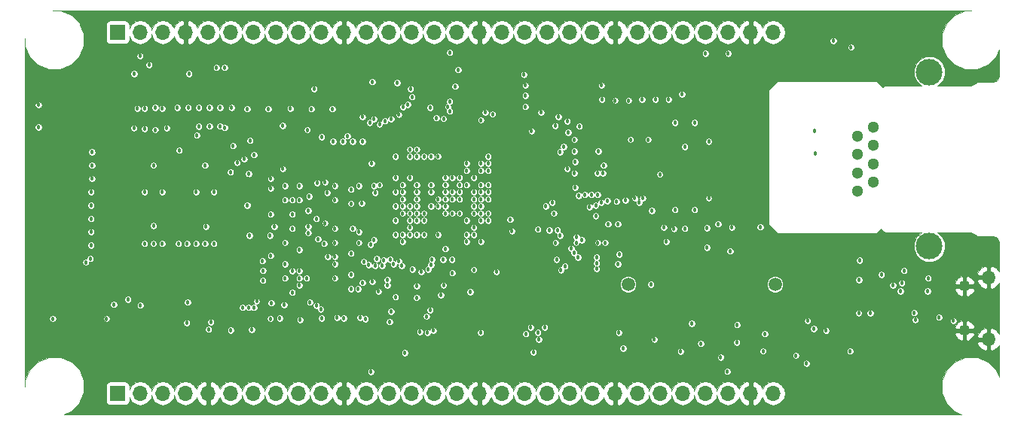
<source format=gbr>
G04 #@! TF.GenerationSoftware,KiCad,Pcbnew,(2018-01-10 revision 7e6a654)-master*
G04 #@! TF.CreationDate,2018-02-04T00:48:26+01:00*
G04 #@! TF.ProjectId,jiffy,6A696666792E6B696361645F70636200,rev?*
G04 #@! TF.SameCoordinates,Original*
G04 #@! TF.FileFunction,Copper,L2,Inr,Signal*
G04 #@! TF.FilePolarity,Positive*
%FSLAX46Y46*%
G04 Gerber Fmt 4.6, Leading zero omitted, Abs format (unit mm)*
G04 Created by KiCad (PCBNEW (2018-01-10 revision 7e6a654)-master) date 2018 February 04, Sunday 00:48:26*
%MOMM*%
%LPD*%
G01*
G04 APERTURE LIST*
%ADD10C,1.500000*%
%ADD11O,1.550000X1.550000*%
%ADD12O,1.250000X1.250000*%
%ADD13C,1.300000*%
%ADD14C,3.000000*%
%ADD15R,1.700000X1.700000*%
%ADD16O,1.700000X1.700000*%
%ADD17C,0.457200*%
%ADD18C,0.110000*%
G04 APERTURE END LIST*
D10*
X158945000Y-99500000D03*
X175455000Y-99500000D03*
D11*
X199450000Y-98700000D03*
X199450000Y-105700000D03*
D12*
X196750000Y-99700000D03*
X196750000Y-104700000D03*
D13*
X186490000Y-81830000D03*
X184710000Y-82850000D03*
X186490000Y-83870000D03*
X184710000Y-84890000D03*
X186490000Y-85910000D03*
X184710000Y-86930000D03*
X186490000Y-87950000D03*
X184710000Y-88970000D03*
D14*
X192800000Y-75600000D03*
X192800000Y-95200000D03*
D15*
X101600000Y-71120000D03*
D16*
X104140000Y-71120000D03*
X106680000Y-71120000D03*
X109220000Y-71120000D03*
X111760000Y-71120000D03*
X114300000Y-71120000D03*
X116840000Y-71120000D03*
X119380000Y-71120000D03*
X121920000Y-71120000D03*
X124460000Y-71120000D03*
X127000000Y-71120000D03*
X129540000Y-71120000D03*
X132080000Y-71120000D03*
X134620000Y-71120000D03*
X137160000Y-71120000D03*
X139700000Y-71120000D03*
X142240000Y-71120000D03*
X144780000Y-71120000D03*
X147320000Y-71120000D03*
X149860000Y-71120000D03*
X152400000Y-71120000D03*
X154940000Y-71120000D03*
X157480000Y-71120000D03*
X160020000Y-71120000D03*
X162560000Y-71120000D03*
X165100000Y-71120000D03*
X167640000Y-71120000D03*
X170180000Y-71120000D03*
X172720000Y-71120000D03*
X175260000Y-71120000D03*
X175260000Y-111760000D03*
X172720000Y-111760000D03*
X170180000Y-111760000D03*
X167640000Y-111760000D03*
X165100000Y-111760000D03*
X162560000Y-111760000D03*
X160020000Y-111760000D03*
X157480000Y-111760000D03*
X154940000Y-111760000D03*
X152400000Y-111760000D03*
X149860000Y-111760000D03*
X147320000Y-111760000D03*
X144780000Y-111760000D03*
X142240000Y-111760000D03*
X139700000Y-111760000D03*
X137160000Y-111760000D03*
X134620000Y-111760000D03*
X132080000Y-111760000D03*
X129540000Y-111760000D03*
X127000000Y-111760000D03*
X124460000Y-111760000D03*
X121920000Y-111760000D03*
X119380000Y-111760000D03*
X116840000Y-111760000D03*
X114300000Y-111760000D03*
X111760000Y-111760000D03*
X109220000Y-111760000D03*
X106680000Y-111760000D03*
X104140000Y-111760000D03*
D15*
X101600000Y-111760000D03*
D17*
X148450000Y-95150000D03*
X144050000Y-96350000D03*
X144750000Y-99950000D03*
X140550000Y-99300000D03*
X141200000Y-101600000D03*
X137650000Y-104350000D03*
X168250000Y-104300000D03*
X192750000Y-99500000D03*
X132800000Y-84300000D03*
X136000000Y-84300000D03*
X129500000Y-81707900D03*
X125650000Y-81619110D03*
X118400000Y-83400000D03*
X117550000Y-83250000D03*
X118850000Y-85200000D03*
X118100000Y-84800000D03*
X118600000Y-87050000D03*
X116350000Y-87650000D03*
X116050000Y-88550000D03*
X116350000Y-92700000D03*
X115950000Y-91300000D03*
X174100000Y-106050000D03*
X170150000Y-106100000D03*
X170100000Y-104250000D03*
X121100000Y-77500000D03*
X117600000Y-104550000D03*
X115750000Y-104600000D03*
X113350000Y-104700000D03*
X105900000Y-104900000D03*
X108200000Y-104900000D03*
X104150000Y-102800000D03*
X110800000Y-104650000D03*
X110150000Y-104600000D03*
X136800000Y-88300000D03*
X118800000Y-91600000D03*
X116450000Y-83300000D03*
X120150000Y-86500000D03*
X116900000Y-84900000D03*
X116300000Y-87050000D03*
X118800000Y-88700000D03*
X116150000Y-90600000D03*
X118850000Y-101600000D03*
X118750000Y-103350000D03*
X116650000Y-104600000D03*
X114300000Y-104650000D03*
X109450000Y-101500000D03*
X145700000Y-92200000D03*
X149550000Y-104350000D03*
X148000000Y-104350000D03*
X144150000Y-98100000D03*
X140800000Y-93917280D03*
X164850000Y-107050000D03*
X174300000Y-105050000D03*
X171150000Y-106050000D03*
X141200000Y-100350000D03*
X184950000Y-96800000D03*
X165300000Y-93200000D03*
X164100000Y-93250000D03*
X167800000Y-93150000D03*
X137600000Y-85082721D03*
X134400000Y-87500000D03*
X123650000Y-77500000D03*
X101150000Y-101750000D03*
X102750000Y-101200000D03*
X104150000Y-101850000D03*
X111800000Y-104550000D03*
X112050000Y-103750000D03*
X118800000Y-87600000D03*
X133850000Y-107200000D03*
X148300000Y-107150000D03*
X158400000Y-106700000D03*
X170400000Y-95750000D03*
X135550000Y-104850000D03*
X94300000Y-103350000D03*
X100350000Y-103350000D03*
X163250000Y-94700000D03*
X167800000Y-95350000D03*
X170600000Y-93100000D03*
X173800000Y-93050000D03*
X133650000Y-79550000D03*
X134200000Y-79250000D03*
X132800000Y-87500000D03*
X130200000Y-76700000D03*
X109600000Y-75800000D03*
X103450000Y-75800000D03*
X132800000Y-85100000D03*
X125150000Y-89200000D03*
X162950000Y-93100000D03*
X169050000Y-92700000D03*
X137050000Y-104700000D03*
X130050000Y-109350000D03*
X138150000Y-96700000D03*
X167100000Y-106150000D03*
X170100000Y-109300000D03*
X142350000Y-104950000D03*
X138400000Y-95500000D03*
X138900000Y-73400000D03*
X139850000Y-75350000D03*
X155950000Y-77100000D03*
X184900000Y-99000000D03*
X186150000Y-102750000D03*
X122900000Y-82100000D03*
X114551017Y-83901220D03*
X114250000Y-86850000D03*
X109350000Y-103850000D03*
X148900000Y-105700000D03*
X161900000Y-105700000D03*
X147450000Y-105050000D03*
X141600000Y-97850000D03*
X171200000Y-104050000D03*
X174100000Y-107000000D03*
X148100000Y-79500000D03*
X148050000Y-78250000D03*
X148000000Y-77100000D03*
X148050000Y-75900000D03*
X92700000Y-103700000D03*
X92700000Y-101300000D03*
X98050000Y-78450000D03*
X117200000Y-95800000D03*
X117250000Y-96850000D03*
X117350000Y-97950000D03*
X117150000Y-99050000D03*
X148300000Y-92400000D03*
X145000000Y-94300000D03*
X97800000Y-100800000D03*
X97900000Y-99700000D03*
X97800000Y-98600000D03*
X99000000Y-96900000D03*
X99500000Y-96600000D03*
X99400000Y-95100000D03*
X99500000Y-93600000D03*
X99400000Y-92100000D03*
X99400000Y-90600000D03*
X99400000Y-89100000D03*
X99500000Y-87600000D03*
X99400000Y-86100000D03*
X99400000Y-84600000D03*
X148600000Y-95700000D03*
X197900000Y-100900000D03*
X193700000Y-108200000D03*
X193700000Y-107100000D03*
X191200000Y-107200000D03*
X191200000Y-107900000D03*
X184800000Y-112400000D03*
X181600000Y-112400000D03*
X180200000Y-107300000D03*
X180300000Y-108300000D03*
X189200000Y-72000000D03*
X189200000Y-70500000D03*
X182000000Y-71300000D03*
X181800000Y-101600000D03*
X182000000Y-101000000D03*
X188400000Y-103400000D03*
X183200000Y-104700000D03*
X172900000Y-99600000D03*
X171800000Y-99600000D03*
X170400000Y-99500000D03*
X169100000Y-99500000D03*
X167800000Y-99600000D03*
X166500000Y-99700000D03*
X165200000Y-99600000D03*
X164000000Y-99600000D03*
X162800000Y-99600000D03*
X171500000Y-93000000D03*
X172700000Y-93000000D03*
X166700000Y-78100000D03*
X163500000Y-79400000D03*
X162000000Y-79500000D03*
X160500000Y-79400000D03*
X159000000Y-79500000D03*
X157500000Y-79400000D03*
X156000000Y-79400000D03*
X187800000Y-96500000D03*
X187900000Y-95900000D03*
X187800000Y-95200000D03*
X187700000Y-75600000D03*
X187700000Y-74400000D03*
X187700000Y-75000000D03*
X171700000Y-79300000D03*
X171700000Y-78000000D03*
X171700000Y-78600000D03*
X161600000Y-91900000D03*
X159100000Y-92700000D03*
X160500000Y-82000000D03*
X160500000Y-81300000D03*
X162700000Y-81200000D03*
X161200000Y-89500000D03*
X162500000Y-88100000D03*
X160262500Y-87212500D03*
X160262500Y-85487500D03*
X158537500Y-85487500D03*
X158537500Y-87212500D03*
X165300000Y-88300000D03*
X140000000Y-85100000D03*
X140000000Y-85900000D03*
X144800000Y-82700000D03*
X142400000Y-85100000D03*
X142400000Y-87500000D03*
X151400000Y-99000000D03*
X141100000Y-80000000D03*
X141100000Y-78900000D03*
X140500000Y-77200000D03*
X138600000Y-78100000D03*
X126350000Y-79750000D03*
X124000000Y-79750000D03*
X121600000Y-79700000D03*
X119200000Y-79750000D03*
X116800000Y-79750000D03*
X142400000Y-95500000D03*
X140650000Y-104300000D03*
X139650000Y-104300000D03*
X147650000Y-102400000D03*
X125650000Y-103250000D03*
X128292797Y-103250000D03*
X130600000Y-103250000D03*
X116500000Y-95300000D03*
X118100000Y-101400000D03*
X120600000Y-103400000D03*
X121500000Y-101700000D03*
X123000000Y-103400000D03*
X125100000Y-103400000D03*
X127700000Y-103300000D03*
X130100000Y-103300000D03*
X133700000Y-103400000D03*
X134100000Y-103900000D03*
X134900000Y-101700000D03*
X135534321Y-101445762D03*
X131200000Y-82700000D03*
X148200000Y-93500000D03*
X151350000Y-103200000D03*
X139200000Y-94717279D03*
X136900000Y-99500000D03*
X136600000Y-100700000D03*
X138200000Y-98300000D03*
X136800000Y-91500000D03*
X138400000Y-92300000D03*
X140000000Y-92300000D03*
X140800000Y-90700000D03*
X140800000Y-89100000D03*
X140800000Y-87500000D03*
X140000000Y-86700000D03*
X138400000Y-86700000D03*
X136800000Y-86700000D03*
X135200000Y-87500000D03*
X136000000Y-88300000D03*
X136000000Y-89900000D03*
X136000000Y-90700000D03*
X136800000Y-92300000D03*
X120500000Y-83200000D03*
X121300000Y-83300000D03*
X122000000Y-83100000D03*
X129100000Y-85800000D03*
X128000000Y-85800000D03*
X126900000Y-85800000D03*
X125800000Y-85800000D03*
X133026247Y-99817498D03*
X136000000Y-93100000D03*
X134400000Y-88300000D03*
X132800000Y-88300000D03*
X134400000Y-89900000D03*
X132800000Y-91500000D03*
X133600000Y-93100000D03*
X135200000Y-93100000D03*
X136000000Y-94700000D03*
X134400000Y-94700000D03*
X132800000Y-94700000D03*
X132000000Y-95500000D03*
X120400000Y-100400000D03*
X120400000Y-99600000D03*
X121200000Y-97200000D03*
X120400000Y-96400000D03*
X120400000Y-95600000D03*
X121200000Y-95600000D03*
X121200000Y-94014392D03*
X120400000Y-90800000D03*
X120400000Y-89200000D03*
X120400000Y-87600000D03*
X127800000Y-89600000D03*
X127800000Y-91200000D03*
X126800000Y-93200000D03*
X126000000Y-99600000D03*
X127800000Y-95200000D03*
X126800000Y-97200000D03*
X127800000Y-96800000D03*
X127800000Y-97600000D03*
X127800000Y-99200000D03*
X112400000Y-86100000D03*
X112400000Y-92900000D03*
X112400000Y-93900000D03*
X111400000Y-93900000D03*
X109600000Y-93900000D03*
X108600000Y-93900000D03*
X107600000Y-93900000D03*
X106600000Y-93900000D03*
X105600000Y-93900000D03*
X104600000Y-93900000D03*
X104600000Y-92900000D03*
X111400000Y-89100000D03*
X105600000Y-89100000D03*
X109600000Y-88100000D03*
X106600000Y-88100000D03*
X104600000Y-86100000D03*
X127800000Y-87700000D03*
X142400000Y-94700000D03*
X141600000Y-93900000D03*
X136000000Y-92300000D03*
X138400000Y-88300000D03*
X139200000Y-89100000D03*
X139200000Y-89900000D03*
X138400000Y-89100000D03*
X138400000Y-90717279D03*
X138400000Y-89900000D03*
X124500000Y-82900000D03*
X127400000Y-82800000D03*
X125800000Y-83400000D03*
X126900000Y-83400000D03*
X128000000Y-83400000D03*
X129100000Y-83400000D03*
X136700000Y-102400000D03*
X136300000Y-103100000D03*
X137900000Y-100700000D03*
X138200000Y-99600000D03*
X139200000Y-98200000D03*
X140000000Y-91500000D03*
X140000000Y-89100000D03*
X140000000Y-89900000D03*
X139200000Y-91500000D03*
X138400000Y-91500000D03*
X137600000Y-90700000D03*
X136800000Y-90700000D03*
X137600000Y-89900000D03*
X136800000Y-89100000D03*
X139500000Y-77200000D03*
X138900000Y-78900000D03*
X138700000Y-79500000D03*
X138900000Y-80000000D03*
X140000000Y-88300000D03*
X140000000Y-87500000D03*
X139200000Y-87500000D03*
X138400000Y-87500000D03*
X145900000Y-93500000D03*
X141600000Y-93100000D03*
X121200000Y-91600000D03*
X128700000Y-94800000D03*
X133600000Y-93900000D03*
X118800000Y-96250000D03*
X117850000Y-96850000D03*
X117907203Y-97950000D03*
X117900000Y-99050000D03*
X126250000Y-103250000D03*
X128850000Y-103250000D03*
X132150000Y-103700000D03*
X117200000Y-101400000D03*
X115600000Y-102100000D03*
X116900000Y-102100000D03*
X116300000Y-102100000D03*
X119800000Y-103300000D03*
X120300000Y-101800000D03*
X122100000Y-103500000D03*
X124500000Y-103300000D03*
X127000000Y-103300000D03*
X129400000Y-103400000D03*
X132300000Y-102550000D03*
X135200000Y-88300000D03*
X135200000Y-89100000D03*
X135200000Y-89900000D03*
X135200000Y-90700000D03*
X136000000Y-91500000D03*
X135200000Y-92300000D03*
X126000000Y-94800000D03*
X121200000Y-100400000D03*
X120400000Y-98800000D03*
X120400000Y-97200000D03*
X122000000Y-95600000D03*
X120400000Y-94800000D03*
X121200000Y-93200000D03*
X120400000Y-90000000D03*
X120400000Y-88400000D03*
X127800000Y-88800000D03*
X127800000Y-90400000D03*
X126000000Y-93200000D03*
X127800000Y-96000000D03*
X126000000Y-97200000D03*
X127800000Y-98400000D03*
X127800000Y-100000000D03*
X126000000Y-98800000D03*
X140800000Y-92300000D03*
X140800000Y-94700000D03*
X147400000Y-79500000D03*
X147400000Y-78250000D03*
X147400000Y-77100000D03*
X147250000Y-75900000D03*
X92700000Y-81800000D03*
X92700000Y-79300000D03*
X113600000Y-75100000D03*
X112700000Y-75100000D03*
X98000000Y-97000000D03*
X98500000Y-96600000D03*
X98600000Y-95100000D03*
X98600000Y-93600000D03*
X98600000Y-92100000D03*
X98600000Y-90600000D03*
X98600000Y-89100000D03*
X98700000Y-87600000D03*
X98700000Y-86100000D03*
X98700000Y-84600000D03*
X179100000Y-103600000D03*
X181200000Y-104700000D03*
X179800000Y-104500000D03*
X161500000Y-99500000D03*
X165000000Y-78100000D03*
X163500000Y-78700000D03*
X162000000Y-78700000D03*
X160500000Y-78700000D03*
X159000000Y-78800000D03*
X157500000Y-78800000D03*
X156000000Y-78700000D03*
X152900000Y-83200000D03*
X152900000Y-84500000D03*
X153000000Y-85700000D03*
X152900000Y-87000000D03*
X153000000Y-88600000D03*
X161600000Y-91200000D03*
X157800000Y-92700000D03*
X156700000Y-92700000D03*
X168000000Y-83400000D03*
X168000000Y-89800000D03*
X166400000Y-91100000D03*
X164200000Y-91100000D03*
X166400000Y-81300000D03*
X164200000Y-81300000D03*
X161200000Y-83200000D03*
X156200000Y-86100000D03*
X162500000Y-87100000D03*
X165300000Y-84000000D03*
X125700000Y-79750000D03*
X123350000Y-79750000D03*
X121000000Y-79700000D03*
X118500000Y-79750000D03*
X116150000Y-79750000D03*
X140800000Y-85900000D03*
X140800000Y-86700000D03*
X140800000Y-88300000D03*
X141600000Y-89100000D03*
X141600000Y-90700000D03*
X141600000Y-91500000D03*
X114400000Y-79600000D03*
X113100000Y-79600000D03*
X111900000Y-79600000D03*
X110700000Y-79600000D03*
X109500000Y-79600000D03*
X106600000Y-79700000D03*
X105800000Y-79600000D03*
X104600000Y-79700000D03*
X103792100Y-79700000D03*
X134400000Y-85100000D03*
X120132174Y-81625663D03*
X111400000Y-86100000D03*
X105600000Y-86100000D03*
X104600000Y-89100000D03*
X111500000Y-93000000D03*
X104600000Y-94900000D03*
X105600000Y-94900000D03*
X106600000Y-94900000D03*
X108400000Y-94900000D03*
X109400000Y-94900000D03*
X110400000Y-94900000D03*
X111400000Y-94900000D03*
X112400000Y-94900000D03*
X105600000Y-92900000D03*
X106600000Y-89100000D03*
X110400000Y-89100000D03*
X112400000Y-89100000D03*
X124900000Y-88000000D03*
X133600000Y-88300000D03*
X119200000Y-93000000D03*
X132800000Y-92300000D03*
X135200000Y-99700000D03*
X134400000Y-93100000D03*
X118700000Y-94000000D03*
X123000000Y-93700000D03*
X128700000Y-93600000D03*
X116400000Y-94000000D03*
X123000000Y-93000000D03*
X128000000Y-93200000D03*
X137600000Y-93900000D03*
X148800000Y-93300000D03*
X142378631Y-91503873D03*
X151000000Y-93400000D03*
X151300000Y-94000000D03*
X108500000Y-84400000D03*
X135200000Y-85100000D03*
X110700000Y-81707900D03*
X129900000Y-81300000D03*
X103400000Y-81900000D03*
X108300000Y-79600000D03*
X130400000Y-80900000D03*
X105800000Y-82100000D03*
X104600000Y-82000000D03*
X134400000Y-84300000D03*
X107100000Y-81900000D03*
X133200000Y-80400000D03*
X113100000Y-81700000D03*
X131000000Y-81500000D03*
X111900000Y-81700000D03*
X131600000Y-81100000D03*
X113633703Y-81860110D03*
X129100000Y-80657900D03*
X105100000Y-74800000D03*
X115800000Y-85400000D03*
X130100000Y-85900000D03*
X104100000Y-73800000D03*
X115000000Y-85800000D03*
X110500000Y-82700000D03*
X132300000Y-80900000D03*
X121200000Y-90000000D03*
X130400000Y-88400000D03*
X131000000Y-88300000D03*
X123100000Y-89600000D03*
X126000000Y-88400000D03*
X132800000Y-89100000D03*
X128700000Y-88400000D03*
X133600000Y-89100000D03*
X130500000Y-89200000D03*
X126000000Y-90000000D03*
X122000000Y-88400000D03*
X133600000Y-89900000D03*
X123900000Y-92100000D03*
X132800000Y-90700000D03*
X122000000Y-90000000D03*
X133600000Y-90700000D03*
X123000000Y-91200000D03*
X134400000Y-90700000D03*
X129000000Y-90380900D03*
X124900000Y-92600000D03*
X133600000Y-91500000D03*
X124000000Y-88100000D03*
X134400000Y-91500000D03*
X124100000Y-94400000D03*
X134400000Y-92300000D03*
X124800000Y-94900000D03*
X135200000Y-91500000D03*
X142400000Y-92300000D03*
X143200000Y-92300000D03*
X122000000Y-99600000D03*
X131300000Y-97400000D03*
X130400000Y-94500000D03*
X132800000Y-93900000D03*
X123200000Y-101500000D03*
X134400000Y-93900000D03*
X126000000Y-96400000D03*
X135200000Y-93900000D03*
X125200000Y-96400000D03*
X136000000Y-93900000D03*
X128600000Y-100000000D03*
X129794481Y-97305519D03*
X129100000Y-99300000D03*
X129227120Y-96926090D03*
X130500000Y-97400000D03*
X130200000Y-99200000D03*
X130000000Y-95000000D03*
X133600000Y-94700000D03*
X131500000Y-96800000D03*
X122000000Y-98800000D03*
X130700000Y-96610304D03*
X122800000Y-98800000D03*
X130900000Y-100300000D03*
X132600000Y-97200000D03*
X131900000Y-99600000D03*
X133500000Y-97400000D03*
X123900000Y-101900000D03*
X136492100Y-97800000D03*
X135200000Y-101000000D03*
X136900000Y-96700000D03*
X189950000Y-97950000D03*
X195500000Y-103600000D03*
X177800000Y-107500000D03*
X169350000Y-107700000D03*
X150400000Y-90300000D03*
X156600000Y-90100000D03*
X149700000Y-90700000D03*
X148800000Y-104928600D03*
X157900000Y-104950000D03*
X157800000Y-97200000D03*
X155900000Y-90300000D03*
X141600000Y-89900000D03*
X150100000Y-93400000D03*
X151850000Y-97450000D03*
X150600000Y-91500000D03*
X143200000Y-91500000D03*
X150800000Y-94800000D03*
X150900000Y-96700000D03*
X122000000Y-98000000D03*
X132200000Y-96700000D03*
X131900000Y-99000000D03*
X133200000Y-96900000D03*
X121209499Y-98009499D03*
X134700000Y-97800000D03*
X132800000Y-100900000D03*
X135700000Y-98100000D03*
X124400000Y-102300000D03*
X136800000Y-97300000D03*
X187400000Y-98400000D03*
X188700000Y-99600000D03*
X193900000Y-103200000D03*
X191100000Y-102700000D03*
X191200000Y-103500000D03*
X179000000Y-108400000D03*
X183900000Y-107000000D03*
X179900000Y-82200000D03*
X180000000Y-84800000D03*
X157650000Y-90150000D03*
X184000000Y-72800000D03*
X182000000Y-72100000D03*
X155600000Y-84500000D03*
X151700000Y-84000000D03*
X155500000Y-87000000D03*
X143200000Y-85100000D03*
X159700000Y-89800000D03*
X143200000Y-86700000D03*
X160200000Y-90300000D03*
X143200000Y-85900000D03*
X160600000Y-89800000D03*
X142400000Y-85900000D03*
X151400000Y-97900000D03*
X156100000Y-87000000D03*
X151300000Y-84600000D03*
X159200000Y-83200000D03*
X152200000Y-82400000D03*
X152100000Y-86500000D03*
X142400000Y-86700000D03*
X155550000Y-94800000D03*
X155300000Y-91800000D03*
X156350000Y-94800000D03*
X155300000Y-90607900D03*
X153750000Y-94500000D03*
X153400000Y-89500000D03*
X157950000Y-96100000D03*
X154592100Y-90800000D03*
X155400000Y-97750000D03*
X155400000Y-97100000D03*
X152850000Y-95950000D03*
X154800000Y-89400000D03*
X152550000Y-95450000D03*
X154100000Y-89400000D03*
X142900000Y-80150000D03*
X143700000Y-80350000D03*
X153450000Y-81700000D03*
X142400000Y-81000000D03*
X150750000Y-81650000D03*
X151100000Y-80650000D03*
X148100000Y-82250000D03*
X152100000Y-81150000D03*
X167640000Y-73500000D03*
X170200000Y-73500000D03*
X136000000Y-85100000D03*
X134500000Y-77500000D03*
X133000000Y-76800000D03*
X134650000Y-78400000D03*
X136700000Y-79600000D03*
X155400000Y-96450000D03*
X153100000Y-94800000D03*
X153150000Y-94192100D03*
X153300000Y-96450000D03*
X155500000Y-89400000D03*
X139150000Y-96700000D03*
X136400000Y-104950000D03*
X149150000Y-80150000D03*
X138200000Y-80850000D03*
X137400000Y-80750000D03*
X189700000Y-99350000D03*
X192650000Y-98800000D03*
X189550000Y-100250000D03*
X192600000Y-100250000D03*
X166100000Y-103900000D03*
X184850000Y-102750000D03*
X158650000Y-90050000D03*
X143200000Y-89100000D03*
X142400000Y-90700000D03*
X143200000Y-89900000D03*
X142400000Y-89100000D03*
X142400000Y-89900000D03*
X142400000Y-88300000D03*
X143200000Y-88300000D03*
X136800000Y-85100000D03*
X135200000Y-84300000D03*
X141600000Y-87500000D03*
D18*
G36*
X197524821Y-68695020D02*
X196845479Y-68694427D01*
X195630314Y-69196523D01*
X194699791Y-70125423D01*
X194195575Y-71339711D01*
X194194427Y-72654521D01*
X194696523Y-73869686D01*
X195625423Y-74800209D01*
X196839711Y-75304425D01*
X198154521Y-75305573D01*
X199369686Y-74803477D01*
X200300209Y-73874577D01*
X200635000Y-73068310D01*
X200635000Y-75973900D01*
X200574256Y-76279284D01*
X200416051Y-76516054D01*
X200179284Y-76674256D01*
X199873900Y-76735000D01*
X198200000Y-76735000D01*
X198183431Y-76738296D01*
X198166581Y-76737116D01*
X198133156Y-76748296D01*
X198098589Y-76755172D01*
X198084545Y-76764556D01*
X198068523Y-76769915D01*
X197429626Y-77135000D01*
X193680735Y-77135000D01*
X193792829Y-77088684D01*
X194286949Y-76595425D01*
X194554694Y-75950623D01*
X194555303Y-75252441D01*
X194288684Y-74607171D01*
X193795425Y-74113051D01*
X193150623Y-73845306D01*
X192452441Y-73844697D01*
X191807171Y-74111316D01*
X191313051Y-74604575D01*
X191045306Y-75249377D01*
X191044697Y-75947559D01*
X191311316Y-76592829D01*
X191804575Y-77086949D01*
X191920295Y-77135000D01*
X188000000Y-77135000D01*
X187974401Y-77140092D01*
X187948301Y-77140092D01*
X187795228Y-77170540D01*
X187763245Y-77183788D01*
X187699702Y-77210108D01*
X187569931Y-77296817D01*
X187522265Y-77344483D01*
X186838891Y-76661109D01*
X186821048Y-76649187D01*
X186800000Y-76645000D01*
X175800000Y-76645000D01*
X175778952Y-76649187D01*
X175761109Y-76661109D01*
X174761109Y-77661109D01*
X174749187Y-77678952D01*
X174745000Y-77700000D01*
X174745000Y-92700000D01*
X174749187Y-92721048D01*
X174761109Y-92738891D01*
X175761109Y-93738891D01*
X175778952Y-93750813D01*
X175800000Y-93755000D01*
X186800000Y-93755000D01*
X186821048Y-93750813D01*
X186838891Y-93738891D01*
X187371263Y-93206519D01*
X187381464Y-93231145D01*
X187410108Y-93300298D01*
X187496817Y-93430069D01*
X187569930Y-93503182D01*
X187569932Y-93503183D01*
X187699702Y-93589892D01*
X187739723Y-93606469D01*
X187795228Y-93629460D01*
X187948301Y-93659908D01*
X187974401Y-93659908D01*
X188000000Y-93665000D01*
X191919265Y-93665000D01*
X191807171Y-93711316D01*
X191313051Y-94204575D01*
X191045306Y-94849377D01*
X191044697Y-95547559D01*
X191311316Y-96192829D01*
X191804575Y-96686949D01*
X192449377Y-96954694D01*
X193147559Y-96955303D01*
X193792829Y-96688684D01*
X194286949Y-96195425D01*
X194554694Y-95550623D01*
X194555303Y-94852441D01*
X194288684Y-94207171D01*
X193795425Y-93713051D01*
X193679705Y-93665000D01*
X197429626Y-93665000D01*
X198068523Y-94030085D01*
X198084545Y-94035444D01*
X198098589Y-94044828D01*
X198133156Y-94051704D01*
X198166581Y-94062884D01*
X198183431Y-94061704D01*
X198200000Y-94065000D01*
X199873900Y-94065000D01*
X200179284Y-94125744D01*
X200416051Y-94283946D01*
X200574256Y-94520716D01*
X200635000Y-94826100D01*
X200635000Y-98080267D01*
X200311012Y-97675818D01*
X199853534Y-97424284D01*
X199649000Y-97517614D01*
X199649000Y-98501000D01*
X199669000Y-98501000D01*
X199669000Y-98899000D01*
X199649000Y-98899000D01*
X199649000Y-99882386D01*
X199853534Y-99975716D01*
X200311012Y-99724182D01*
X200635000Y-99319733D01*
X200635000Y-105080267D01*
X200311012Y-104675818D01*
X199853534Y-104424284D01*
X199649000Y-104517614D01*
X199649000Y-105501000D01*
X199669000Y-105501000D01*
X199669000Y-105899000D01*
X199649000Y-105899000D01*
X199649000Y-106882386D01*
X199853534Y-106975716D01*
X200311012Y-106724182D01*
X200635000Y-106319733D01*
X200635000Y-109932661D01*
X200303477Y-109130314D01*
X199374577Y-108199791D01*
X198160289Y-107695575D01*
X196845479Y-107694427D01*
X195630314Y-108196523D01*
X194699791Y-109125423D01*
X194195575Y-110339711D01*
X194194427Y-111654521D01*
X194696523Y-112869686D01*
X195625423Y-113800209D01*
X196431690Y-114135000D01*
X95567339Y-114135000D01*
X96369686Y-113803477D01*
X97300209Y-112874577D01*
X97804425Y-111660289D01*
X97805080Y-110910000D01*
X100286087Y-110910000D01*
X100286087Y-112610000D01*
X100321400Y-112787532D01*
X100421964Y-112938036D01*
X100572468Y-113038600D01*
X100750000Y-113073913D01*
X102450000Y-113073913D01*
X102627532Y-113038600D01*
X102778036Y-112938036D01*
X102878600Y-112787532D01*
X102913913Y-112610000D01*
X102913913Y-112182289D01*
X102934337Y-112284968D01*
X103217226Y-112708340D01*
X103640598Y-112991229D01*
X104140000Y-113090566D01*
X104639402Y-112991229D01*
X105062774Y-112708340D01*
X105345663Y-112284968D01*
X105410000Y-111961523D01*
X105474337Y-112284968D01*
X105757226Y-112708340D01*
X106180598Y-112991229D01*
X106680000Y-113090566D01*
X107179402Y-112991229D01*
X107602774Y-112708340D01*
X107885663Y-112284968D01*
X107950000Y-111961523D01*
X108014337Y-112284968D01*
X108297226Y-112708340D01*
X108720598Y-112991229D01*
X109220000Y-113090566D01*
X109719402Y-112991229D01*
X110142774Y-112708340D01*
X110425663Y-112284968D01*
X110437212Y-112226906D01*
X110671191Y-112660615D01*
X111098722Y-113008729D01*
X111344611Y-113110564D01*
X111561000Y-113016590D01*
X111561000Y-111959000D01*
X111541000Y-111959000D01*
X111541000Y-111561000D01*
X111561000Y-111561000D01*
X111561000Y-110503410D01*
X111959000Y-110503410D01*
X111959000Y-111561000D01*
X111979000Y-111561000D01*
X111979000Y-111959000D01*
X111959000Y-111959000D01*
X111959000Y-113016590D01*
X112175389Y-113110564D01*
X112421278Y-113008729D01*
X112848809Y-112660615D01*
X113082788Y-112226906D01*
X113094337Y-112284968D01*
X113377226Y-112708340D01*
X113800598Y-112991229D01*
X114300000Y-113090566D01*
X114799402Y-112991229D01*
X115222774Y-112708340D01*
X115505663Y-112284968D01*
X115570000Y-111961523D01*
X115634337Y-112284968D01*
X115917226Y-112708340D01*
X116340598Y-112991229D01*
X116840000Y-113090566D01*
X117339402Y-112991229D01*
X117762774Y-112708340D01*
X118045663Y-112284968D01*
X118110000Y-111961523D01*
X118174337Y-112284968D01*
X118457226Y-112708340D01*
X118880598Y-112991229D01*
X119380000Y-113090566D01*
X119879402Y-112991229D01*
X120302774Y-112708340D01*
X120585663Y-112284968D01*
X120650000Y-111961523D01*
X120714337Y-112284968D01*
X120997226Y-112708340D01*
X121420598Y-112991229D01*
X121920000Y-113090566D01*
X122419402Y-112991229D01*
X122842774Y-112708340D01*
X123125663Y-112284968D01*
X123190000Y-111961523D01*
X123254337Y-112284968D01*
X123537226Y-112708340D01*
X123960598Y-112991229D01*
X124460000Y-113090566D01*
X124959402Y-112991229D01*
X125382774Y-112708340D01*
X125665663Y-112284968D01*
X125677212Y-112226906D01*
X125911191Y-112660615D01*
X126338722Y-113008729D01*
X126584611Y-113110564D01*
X126801000Y-113016590D01*
X126801000Y-111959000D01*
X126781000Y-111959000D01*
X126781000Y-111561000D01*
X126801000Y-111561000D01*
X126801000Y-110503410D01*
X127199000Y-110503410D01*
X127199000Y-111561000D01*
X127219000Y-111561000D01*
X127219000Y-111959000D01*
X127199000Y-111959000D01*
X127199000Y-113016590D01*
X127415389Y-113110564D01*
X127661278Y-113008729D01*
X128088809Y-112660615D01*
X128322788Y-112226906D01*
X128334337Y-112284968D01*
X128617226Y-112708340D01*
X129040598Y-112991229D01*
X129540000Y-113090566D01*
X130039402Y-112991229D01*
X130462774Y-112708340D01*
X130745663Y-112284968D01*
X130810000Y-111961523D01*
X130874337Y-112284968D01*
X131157226Y-112708340D01*
X131580598Y-112991229D01*
X132080000Y-113090566D01*
X132579402Y-112991229D01*
X133002774Y-112708340D01*
X133285663Y-112284968D01*
X133350000Y-111961523D01*
X133414337Y-112284968D01*
X133697226Y-112708340D01*
X134120598Y-112991229D01*
X134620000Y-113090566D01*
X135119402Y-112991229D01*
X135542774Y-112708340D01*
X135825663Y-112284968D01*
X135890000Y-111961523D01*
X135954337Y-112284968D01*
X136237226Y-112708340D01*
X136660598Y-112991229D01*
X137160000Y-113090566D01*
X137659402Y-112991229D01*
X138082774Y-112708340D01*
X138365663Y-112284968D01*
X138430000Y-111961523D01*
X138494337Y-112284968D01*
X138777226Y-112708340D01*
X139200598Y-112991229D01*
X139700000Y-113090566D01*
X140199402Y-112991229D01*
X140622774Y-112708340D01*
X140905663Y-112284968D01*
X140917212Y-112226906D01*
X141151191Y-112660615D01*
X141578722Y-113008729D01*
X141824611Y-113110564D01*
X142041000Y-113016590D01*
X142041000Y-111959000D01*
X142021000Y-111959000D01*
X142021000Y-111561000D01*
X142041000Y-111561000D01*
X142041000Y-110503410D01*
X142439000Y-110503410D01*
X142439000Y-111561000D01*
X142459000Y-111561000D01*
X142459000Y-111959000D01*
X142439000Y-111959000D01*
X142439000Y-113016590D01*
X142655389Y-113110564D01*
X142901278Y-113008729D01*
X143328809Y-112660615D01*
X143562788Y-112226906D01*
X143574337Y-112284968D01*
X143857226Y-112708340D01*
X144280598Y-112991229D01*
X144780000Y-113090566D01*
X145279402Y-112991229D01*
X145702774Y-112708340D01*
X145985663Y-112284968D01*
X146050000Y-111961523D01*
X146114337Y-112284968D01*
X146397226Y-112708340D01*
X146820598Y-112991229D01*
X147320000Y-113090566D01*
X147819402Y-112991229D01*
X148242774Y-112708340D01*
X148525663Y-112284968D01*
X148590000Y-111961523D01*
X148654337Y-112284968D01*
X148937226Y-112708340D01*
X149360598Y-112991229D01*
X149860000Y-113090566D01*
X150359402Y-112991229D01*
X150782774Y-112708340D01*
X151065663Y-112284968D01*
X151130000Y-111961523D01*
X151194337Y-112284968D01*
X151477226Y-112708340D01*
X151900598Y-112991229D01*
X152400000Y-113090566D01*
X152899402Y-112991229D01*
X153322774Y-112708340D01*
X153605663Y-112284968D01*
X153670000Y-111961523D01*
X153734337Y-112284968D01*
X154017226Y-112708340D01*
X154440598Y-112991229D01*
X154940000Y-113090566D01*
X155439402Y-112991229D01*
X155862774Y-112708340D01*
X156145663Y-112284968D01*
X156157212Y-112226906D01*
X156391191Y-112660615D01*
X156818722Y-113008729D01*
X157064611Y-113110564D01*
X157281000Y-113016590D01*
X157281000Y-111959000D01*
X157261000Y-111959000D01*
X157261000Y-111561000D01*
X157281000Y-111561000D01*
X157281000Y-110503410D01*
X157679000Y-110503410D01*
X157679000Y-111561000D01*
X157699000Y-111561000D01*
X157699000Y-111959000D01*
X157679000Y-111959000D01*
X157679000Y-113016590D01*
X157895389Y-113110564D01*
X158141278Y-113008729D01*
X158568809Y-112660615D01*
X158802788Y-112226906D01*
X158814337Y-112284968D01*
X159097226Y-112708340D01*
X159520598Y-112991229D01*
X160020000Y-113090566D01*
X160519402Y-112991229D01*
X160942774Y-112708340D01*
X161225663Y-112284968D01*
X161290000Y-111961523D01*
X161354337Y-112284968D01*
X161637226Y-112708340D01*
X162060598Y-112991229D01*
X162560000Y-113090566D01*
X163059402Y-112991229D01*
X163482774Y-112708340D01*
X163765663Y-112284968D01*
X163830000Y-111961523D01*
X163894337Y-112284968D01*
X164177226Y-112708340D01*
X164600598Y-112991229D01*
X165100000Y-113090566D01*
X165599402Y-112991229D01*
X166022774Y-112708340D01*
X166305663Y-112284968D01*
X166370000Y-111961523D01*
X166434337Y-112284968D01*
X166717226Y-112708340D01*
X167140598Y-112991229D01*
X167640000Y-113090566D01*
X168139402Y-112991229D01*
X168562774Y-112708340D01*
X168845663Y-112284968D01*
X168910000Y-111961523D01*
X168974337Y-112284968D01*
X169257226Y-112708340D01*
X169680598Y-112991229D01*
X170180000Y-113090566D01*
X170679402Y-112991229D01*
X171102774Y-112708340D01*
X171385663Y-112284968D01*
X171397212Y-112226906D01*
X171631191Y-112660615D01*
X172058722Y-113008729D01*
X172304611Y-113110564D01*
X172521000Y-113016590D01*
X172521000Y-111959000D01*
X172501000Y-111959000D01*
X172501000Y-111561000D01*
X172521000Y-111561000D01*
X172521000Y-110503410D01*
X172919000Y-110503410D01*
X172919000Y-111561000D01*
X172939000Y-111561000D01*
X172939000Y-111959000D01*
X172919000Y-111959000D01*
X172919000Y-113016590D01*
X173135389Y-113110564D01*
X173381278Y-113008729D01*
X173808809Y-112660615D01*
X174042788Y-112226906D01*
X174054337Y-112284968D01*
X174337226Y-112708340D01*
X174760598Y-112991229D01*
X175260000Y-113090566D01*
X175759402Y-112991229D01*
X176182774Y-112708340D01*
X176465663Y-112284968D01*
X176565000Y-111785566D01*
X176565000Y-111734434D01*
X176465663Y-111235032D01*
X176182774Y-110811660D01*
X175759402Y-110528771D01*
X175260000Y-110429434D01*
X174760598Y-110528771D01*
X174337226Y-110811660D01*
X174054337Y-111235032D01*
X174042788Y-111293094D01*
X173808809Y-110859385D01*
X173381278Y-110511271D01*
X173135389Y-110409436D01*
X172919000Y-110503410D01*
X172521000Y-110503410D01*
X172304611Y-110409436D01*
X172058722Y-110511271D01*
X171631191Y-110859385D01*
X171397212Y-111293094D01*
X171385663Y-111235032D01*
X171102774Y-110811660D01*
X170679402Y-110528771D01*
X170180000Y-110429434D01*
X169680598Y-110528771D01*
X169257226Y-110811660D01*
X168974337Y-111235032D01*
X168910000Y-111558477D01*
X168845663Y-111235032D01*
X168562774Y-110811660D01*
X168139402Y-110528771D01*
X167640000Y-110429434D01*
X167140598Y-110528771D01*
X166717226Y-110811660D01*
X166434337Y-111235032D01*
X166370000Y-111558477D01*
X166305663Y-111235032D01*
X166022774Y-110811660D01*
X165599402Y-110528771D01*
X165100000Y-110429434D01*
X164600598Y-110528771D01*
X164177226Y-110811660D01*
X163894337Y-111235032D01*
X163830000Y-111558477D01*
X163765663Y-111235032D01*
X163482774Y-110811660D01*
X163059402Y-110528771D01*
X162560000Y-110429434D01*
X162060598Y-110528771D01*
X161637226Y-110811660D01*
X161354337Y-111235032D01*
X161290000Y-111558477D01*
X161225663Y-111235032D01*
X160942774Y-110811660D01*
X160519402Y-110528771D01*
X160020000Y-110429434D01*
X159520598Y-110528771D01*
X159097226Y-110811660D01*
X158814337Y-111235032D01*
X158802788Y-111293094D01*
X158568809Y-110859385D01*
X158141278Y-110511271D01*
X157895389Y-110409436D01*
X157679000Y-110503410D01*
X157281000Y-110503410D01*
X157064611Y-110409436D01*
X156818722Y-110511271D01*
X156391191Y-110859385D01*
X156157212Y-111293094D01*
X156145663Y-111235032D01*
X155862774Y-110811660D01*
X155439402Y-110528771D01*
X154940000Y-110429434D01*
X154440598Y-110528771D01*
X154017226Y-110811660D01*
X153734337Y-111235032D01*
X153670000Y-111558477D01*
X153605663Y-111235032D01*
X153322774Y-110811660D01*
X152899402Y-110528771D01*
X152400000Y-110429434D01*
X151900598Y-110528771D01*
X151477226Y-110811660D01*
X151194337Y-111235032D01*
X151130000Y-111558477D01*
X151065663Y-111235032D01*
X150782774Y-110811660D01*
X150359402Y-110528771D01*
X149860000Y-110429434D01*
X149360598Y-110528771D01*
X148937226Y-110811660D01*
X148654337Y-111235032D01*
X148590000Y-111558477D01*
X148525663Y-111235032D01*
X148242774Y-110811660D01*
X147819402Y-110528771D01*
X147320000Y-110429434D01*
X146820598Y-110528771D01*
X146397226Y-110811660D01*
X146114337Y-111235032D01*
X146050000Y-111558477D01*
X145985663Y-111235032D01*
X145702774Y-110811660D01*
X145279402Y-110528771D01*
X144780000Y-110429434D01*
X144280598Y-110528771D01*
X143857226Y-110811660D01*
X143574337Y-111235032D01*
X143562788Y-111293094D01*
X143328809Y-110859385D01*
X142901278Y-110511271D01*
X142655389Y-110409436D01*
X142439000Y-110503410D01*
X142041000Y-110503410D01*
X141824611Y-110409436D01*
X141578722Y-110511271D01*
X141151191Y-110859385D01*
X140917212Y-111293094D01*
X140905663Y-111235032D01*
X140622774Y-110811660D01*
X140199402Y-110528771D01*
X139700000Y-110429434D01*
X139200598Y-110528771D01*
X138777226Y-110811660D01*
X138494337Y-111235032D01*
X138430000Y-111558477D01*
X138365663Y-111235032D01*
X138082774Y-110811660D01*
X137659402Y-110528771D01*
X137160000Y-110429434D01*
X136660598Y-110528771D01*
X136237226Y-110811660D01*
X135954337Y-111235032D01*
X135890000Y-111558477D01*
X135825663Y-111235032D01*
X135542774Y-110811660D01*
X135119402Y-110528771D01*
X134620000Y-110429434D01*
X134120598Y-110528771D01*
X133697226Y-110811660D01*
X133414337Y-111235032D01*
X133350000Y-111558477D01*
X133285663Y-111235032D01*
X133002774Y-110811660D01*
X132579402Y-110528771D01*
X132080000Y-110429434D01*
X131580598Y-110528771D01*
X131157226Y-110811660D01*
X130874337Y-111235032D01*
X130810000Y-111558477D01*
X130745663Y-111235032D01*
X130462774Y-110811660D01*
X130039402Y-110528771D01*
X129540000Y-110429434D01*
X129040598Y-110528771D01*
X128617226Y-110811660D01*
X128334337Y-111235032D01*
X128322788Y-111293094D01*
X128088809Y-110859385D01*
X127661278Y-110511271D01*
X127415389Y-110409436D01*
X127199000Y-110503410D01*
X126801000Y-110503410D01*
X126584611Y-110409436D01*
X126338722Y-110511271D01*
X125911191Y-110859385D01*
X125677212Y-111293094D01*
X125665663Y-111235032D01*
X125382774Y-110811660D01*
X124959402Y-110528771D01*
X124460000Y-110429434D01*
X123960598Y-110528771D01*
X123537226Y-110811660D01*
X123254337Y-111235032D01*
X123190000Y-111558477D01*
X123125663Y-111235032D01*
X122842774Y-110811660D01*
X122419402Y-110528771D01*
X121920000Y-110429434D01*
X121420598Y-110528771D01*
X120997226Y-110811660D01*
X120714337Y-111235032D01*
X120650000Y-111558477D01*
X120585663Y-111235032D01*
X120302774Y-110811660D01*
X119879402Y-110528771D01*
X119380000Y-110429434D01*
X118880598Y-110528771D01*
X118457226Y-110811660D01*
X118174337Y-111235032D01*
X118110000Y-111558477D01*
X118045663Y-111235032D01*
X117762774Y-110811660D01*
X117339402Y-110528771D01*
X116840000Y-110429434D01*
X116340598Y-110528771D01*
X115917226Y-110811660D01*
X115634337Y-111235032D01*
X115570000Y-111558477D01*
X115505663Y-111235032D01*
X115222774Y-110811660D01*
X114799402Y-110528771D01*
X114300000Y-110429434D01*
X113800598Y-110528771D01*
X113377226Y-110811660D01*
X113094337Y-111235032D01*
X113082788Y-111293094D01*
X112848809Y-110859385D01*
X112421278Y-110511271D01*
X112175389Y-110409436D01*
X111959000Y-110503410D01*
X111561000Y-110503410D01*
X111344611Y-110409436D01*
X111098722Y-110511271D01*
X110671191Y-110859385D01*
X110437212Y-111293094D01*
X110425663Y-111235032D01*
X110142774Y-110811660D01*
X109719402Y-110528771D01*
X109220000Y-110429434D01*
X108720598Y-110528771D01*
X108297226Y-110811660D01*
X108014337Y-111235032D01*
X107950000Y-111558477D01*
X107885663Y-111235032D01*
X107602774Y-110811660D01*
X107179402Y-110528771D01*
X106680000Y-110429434D01*
X106180598Y-110528771D01*
X105757226Y-110811660D01*
X105474337Y-111235032D01*
X105410000Y-111558477D01*
X105345663Y-111235032D01*
X105062774Y-110811660D01*
X104639402Y-110528771D01*
X104140000Y-110429434D01*
X103640598Y-110528771D01*
X103217226Y-110811660D01*
X102934337Y-111235032D01*
X102913913Y-111337711D01*
X102913913Y-110910000D01*
X102878600Y-110732468D01*
X102778036Y-110581964D01*
X102627532Y-110481400D01*
X102450000Y-110446087D01*
X100750000Y-110446087D01*
X100572468Y-110481400D01*
X100421964Y-110581964D01*
X100321400Y-110732468D01*
X100286087Y-110910000D01*
X97805080Y-110910000D01*
X97805573Y-110345479D01*
X97426457Y-109427948D01*
X129656332Y-109427948D01*
X129716128Y-109572665D01*
X129826752Y-109683483D01*
X129971365Y-109743531D01*
X130127948Y-109743668D01*
X130272665Y-109683872D01*
X130383483Y-109573248D01*
X130443531Y-109428635D01*
X130443575Y-109377948D01*
X169706332Y-109377948D01*
X169766128Y-109522665D01*
X169876752Y-109633483D01*
X170021365Y-109693531D01*
X170177948Y-109693668D01*
X170322665Y-109633872D01*
X170433483Y-109523248D01*
X170493531Y-109378635D01*
X170493668Y-109222052D01*
X170433872Y-109077335D01*
X170323248Y-108966517D01*
X170178635Y-108906469D01*
X170022052Y-108906332D01*
X169877335Y-108966128D01*
X169766517Y-109076752D01*
X169706469Y-109221365D01*
X169706332Y-109377948D01*
X130443575Y-109377948D01*
X130443668Y-109272052D01*
X130383872Y-109127335D01*
X130273248Y-109016517D01*
X130128635Y-108956469D01*
X129972052Y-108956332D01*
X129827335Y-109016128D01*
X129716517Y-109126752D01*
X129656469Y-109271365D01*
X129656332Y-109427948D01*
X97426457Y-109427948D01*
X97303477Y-109130314D01*
X96652249Y-108477948D01*
X178606332Y-108477948D01*
X178666128Y-108622665D01*
X178776752Y-108733483D01*
X178921365Y-108793531D01*
X179077948Y-108793668D01*
X179222665Y-108733872D01*
X179333483Y-108623248D01*
X179393531Y-108478635D01*
X179393668Y-108322052D01*
X179333872Y-108177335D01*
X179223248Y-108066517D01*
X179078635Y-108006469D01*
X178922052Y-108006332D01*
X178777335Y-108066128D01*
X178666517Y-108176752D01*
X178606469Y-108321365D01*
X178606332Y-108477948D01*
X96652249Y-108477948D01*
X96374577Y-108199791D01*
X95358666Y-107777948D01*
X168956332Y-107777948D01*
X169016128Y-107922665D01*
X169126752Y-108033483D01*
X169271365Y-108093531D01*
X169427948Y-108093668D01*
X169572665Y-108033872D01*
X169683483Y-107923248D01*
X169743531Y-107778635D01*
X169743668Y-107622052D01*
X169725445Y-107577948D01*
X177406332Y-107577948D01*
X177466128Y-107722665D01*
X177576752Y-107833483D01*
X177721365Y-107893531D01*
X177877948Y-107893668D01*
X178022665Y-107833872D01*
X178133483Y-107723248D01*
X178193531Y-107578635D01*
X178193668Y-107422052D01*
X178133872Y-107277335D01*
X178023248Y-107166517D01*
X177878635Y-107106469D01*
X177722052Y-107106332D01*
X177577335Y-107166128D01*
X177466517Y-107276752D01*
X177406469Y-107421365D01*
X177406332Y-107577948D01*
X169725445Y-107577948D01*
X169683872Y-107477335D01*
X169573248Y-107366517D01*
X169428635Y-107306469D01*
X169272052Y-107306332D01*
X169127335Y-107366128D01*
X169016517Y-107476752D01*
X168956469Y-107621365D01*
X168956332Y-107777948D01*
X95358666Y-107777948D01*
X95160289Y-107695575D01*
X93845479Y-107694427D01*
X92630314Y-108196523D01*
X91699791Y-109125423D01*
X91195575Y-110339711D01*
X91194977Y-111024605D01*
X91165000Y-110873900D01*
X91165000Y-107277948D01*
X133456332Y-107277948D01*
X133516128Y-107422665D01*
X133626752Y-107533483D01*
X133771365Y-107593531D01*
X133927948Y-107593668D01*
X134072665Y-107533872D01*
X134183483Y-107423248D01*
X134243531Y-107278635D01*
X134243575Y-107227948D01*
X147906332Y-107227948D01*
X147966128Y-107372665D01*
X148076752Y-107483483D01*
X148221365Y-107543531D01*
X148377948Y-107543668D01*
X148522665Y-107483872D01*
X148633483Y-107373248D01*
X148693531Y-107228635D01*
X148693619Y-107127948D01*
X164456332Y-107127948D01*
X164516128Y-107272665D01*
X164626752Y-107383483D01*
X164771365Y-107443531D01*
X164927948Y-107443668D01*
X165072665Y-107383872D01*
X165183483Y-107273248D01*
X165243531Y-107128635D01*
X165243575Y-107077948D01*
X173706332Y-107077948D01*
X173766128Y-107222665D01*
X173876752Y-107333483D01*
X174021365Y-107393531D01*
X174177948Y-107393668D01*
X174322665Y-107333872D01*
X174433483Y-107223248D01*
X174493531Y-107078635D01*
X174493531Y-107077948D01*
X183506332Y-107077948D01*
X183566128Y-107222665D01*
X183676752Y-107333483D01*
X183821365Y-107393531D01*
X183977948Y-107393668D01*
X184122665Y-107333872D01*
X184233483Y-107223248D01*
X184293531Y-107078635D01*
X184293668Y-106922052D01*
X184233872Y-106777335D01*
X184123248Y-106666517D01*
X183978635Y-106606469D01*
X183822052Y-106606332D01*
X183677335Y-106666128D01*
X183566517Y-106776752D01*
X183506469Y-106921365D01*
X183506332Y-107077948D01*
X174493531Y-107077948D01*
X174493668Y-106922052D01*
X174433872Y-106777335D01*
X174323248Y-106666517D01*
X174178635Y-106606469D01*
X174022052Y-106606332D01*
X173877335Y-106666128D01*
X173766517Y-106776752D01*
X173706469Y-106921365D01*
X173706332Y-107077948D01*
X165243575Y-107077948D01*
X165243668Y-106972052D01*
X165183872Y-106827335D01*
X165073248Y-106716517D01*
X164928635Y-106656469D01*
X164772052Y-106656332D01*
X164627335Y-106716128D01*
X164516517Y-106826752D01*
X164456469Y-106971365D01*
X164456332Y-107127948D01*
X148693619Y-107127948D01*
X148693668Y-107072052D01*
X148633872Y-106927335D01*
X148523248Y-106816517D01*
X148430363Y-106777948D01*
X158006332Y-106777948D01*
X158066128Y-106922665D01*
X158176752Y-107033483D01*
X158321365Y-107093531D01*
X158477948Y-107093668D01*
X158622665Y-107033872D01*
X158733483Y-106923248D01*
X158793531Y-106778635D01*
X158793668Y-106622052D01*
X158733872Y-106477335D01*
X158623248Y-106366517D01*
X158478635Y-106306469D01*
X158322052Y-106306332D01*
X158177335Y-106366128D01*
X158066517Y-106476752D01*
X158006469Y-106621365D01*
X158006332Y-106777948D01*
X148430363Y-106777948D01*
X148378635Y-106756469D01*
X148222052Y-106756332D01*
X148077335Y-106816128D01*
X147966517Y-106926752D01*
X147906469Y-107071365D01*
X147906332Y-107227948D01*
X134243575Y-107227948D01*
X134243668Y-107122052D01*
X134183872Y-106977335D01*
X134073248Y-106866517D01*
X133928635Y-106806469D01*
X133772052Y-106806332D01*
X133627335Y-106866128D01*
X133516517Y-106976752D01*
X133456469Y-107121365D01*
X133456332Y-107277948D01*
X91165000Y-107277948D01*
X91165000Y-106227948D01*
X166706332Y-106227948D01*
X166766128Y-106372665D01*
X166876752Y-106483483D01*
X167021365Y-106543531D01*
X167177948Y-106543668D01*
X167322665Y-106483872D01*
X167433483Y-106373248D01*
X167493531Y-106228635D01*
X167493619Y-106127948D01*
X170756332Y-106127948D01*
X170816128Y-106272665D01*
X170926752Y-106383483D01*
X171071365Y-106443531D01*
X171227948Y-106443668D01*
X171372665Y-106383872D01*
X171483483Y-106273248D01*
X171543531Y-106128635D01*
X171543552Y-106103531D01*
X198174301Y-106103531D01*
X198262591Y-106316726D01*
X198588988Y-106724182D01*
X199046466Y-106975716D01*
X199251000Y-106882386D01*
X199251000Y-105899000D01*
X198269404Y-105899000D01*
X198174301Y-106103531D01*
X171543552Y-106103531D01*
X171543668Y-105972052D01*
X171483872Y-105827335D01*
X171373248Y-105716517D01*
X171228635Y-105656469D01*
X171072052Y-105656332D01*
X170927335Y-105716128D01*
X170816517Y-105826752D01*
X170756469Y-105971365D01*
X170756332Y-106127948D01*
X167493619Y-106127948D01*
X167493668Y-106072052D01*
X167433872Y-105927335D01*
X167323248Y-105816517D01*
X167178635Y-105756469D01*
X167022052Y-105756332D01*
X166877335Y-105816128D01*
X166766517Y-105926752D01*
X166706469Y-106071365D01*
X166706332Y-106227948D01*
X91165000Y-106227948D01*
X91165000Y-104627948D01*
X111406332Y-104627948D01*
X111466128Y-104772665D01*
X111576752Y-104883483D01*
X111721365Y-104943531D01*
X111877948Y-104943668D01*
X112022665Y-104883872D01*
X112133483Y-104773248D01*
X112152293Y-104727948D01*
X113906332Y-104727948D01*
X113966128Y-104872665D01*
X114076752Y-104983483D01*
X114221365Y-105043531D01*
X114377948Y-105043668D01*
X114522665Y-104983872D01*
X114633483Y-104873248D01*
X114693531Y-104728635D01*
X114693575Y-104677948D01*
X116256332Y-104677948D01*
X116316128Y-104822665D01*
X116426752Y-104933483D01*
X116571365Y-104993531D01*
X116727948Y-104993668D01*
X116872665Y-104933872D01*
X116878599Y-104927948D01*
X135156332Y-104927948D01*
X135216128Y-105072665D01*
X135326752Y-105183483D01*
X135471365Y-105243531D01*
X135627948Y-105243668D01*
X135772665Y-105183872D01*
X135883483Y-105073248D01*
X135902293Y-105027948D01*
X136006332Y-105027948D01*
X136066128Y-105172665D01*
X136176752Y-105283483D01*
X136321365Y-105343531D01*
X136477948Y-105343668D01*
X136622665Y-105283872D01*
X136733483Y-105173248D01*
X136793531Y-105028635D01*
X136793556Y-105000229D01*
X136826752Y-105033483D01*
X136971365Y-105093531D01*
X137127948Y-105093668D01*
X137272665Y-105033872D01*
X137278599Y-105027948D01*
X141956332Y-105027948D01*
X142016128Y-105172665D01*
X142126752Y-105283483D01*
X142271365Y-105343531D01*
X142427948Y-105343668D01*
X142572665Y-105283872D01*
X142683483Y-105173248D01*
X142702293Y-105127948D01*
X147056332Y-105127948D01*
X147116128Y-105272665D01*
X147226752Y-105383483D01*
X147371365Y-105443531D01*
X147527948Y-105443668D01*
X147672665Y-105383872D01*
X147783483Y-105273248D01*
X147843531Y-105128635D01*
X147843637Y-105006548D01*
X148406332Y-105006548D01*
X148466128Y-105151265D01*
X148576752Y-105262083D01*
X148721365Y-105322131D01*
X148783684Y-105322186D01*
X148677335Y-105366128D01*
X148566517Y-105476752D01*
X148506469Y-105621365D01*
X148506332Y-105777948D01*
X148566128Y-105922665D01*
X148676752Y-106033483D01*
X148821365Y-106093531D01*
X148977948Y-106093668D01*
X149122665Y-106033872D01*
X149233483Y-105923248D01*
X149293531Y-105778635D01*
X149293531Y-105777948D01*
X161506332Y-105777948D01*
X161566128Y-105922665D01*
X161676752Y-106033483D01*
X161821365Y-106093531D01*
X161977948Y-106093668D01*
X162122665Y-106033872D01*
X162233483Y-105923248D01*
X162293531Y-105778635D01*
X162293668Y-105622052D01*
X162233872Y-105477335D01*
X162123248Y-105366517D01*
X161978635Y-105306469D01*
X161822052Y-105306332D01*
X161677335Y-105366128D01*
X161566517Y-105476752D01*
X161506469Y-105621365D01*
X161506332Y-105777948D01*
X149293531Y-105777948D01*
X149293668Y-105622052D01*
X149233872Y-105477335D01*
X149123248Y-105366517D01*
X148978635Y-105306469D01*
X148916316Y-105306414D01*
X149022665Y-105262472D01*
X149133483Y-105151848D01*
X149184930Y-105027948D01*
X157506332Y-105027948D01*
X157566128Y-105172665D01*
X157676752Y-105283483D01*
X157821365Y-105343531D01*
X157977948Y-105343668D01*
X158122665Y-105283872D01*
X158233483Y-105173248D01*
X158252293Y-105127948D01*
X173906332Y-105127948D01*
X173966128Y-105272665D01*
X174076752Y-105383483D01*
X174221365Y-105443531D01*
X174377948Y-105443668D01*
X174522665Y-105383872D01*
X174633483Y-105273248D01*
X174693531Y-105128635D01*
X174693668Y-104972052D01*
X174633872Y-104827335D01*
X174523248Y-104716517D01*
X174378635Y-104656469D01*
X174222052Y-104656332D01*
X174077335Y-104716128D01*
X173966517Y-104826752D01*
X173906469Y-104971365D01*
X173906332Y-105127948D01*
X158252293Y-105127948D01*
X158293531Y-105028635D01*
X158293668Y-104872052D01*
X158233872Y-104727335D01*
X158123248Y-104616517D01*
X158030363Y-104577948D01*
X179406332Y-104577948D01*
X179466128Y-104722665D01*
X179576752Y-104833483D01*
X179721365Y-104893531D01*
X179877948Y-104893668D01*
X180022665Y-104833872D01*
X180078687Y-104777948D01*
X180806332Y-104777948D01*
X180866128Y-104922665D01*
X180976752Y-105033483D01*
X181121365Y-105093531D01*
X181277948Y-105093668D01*
X181311588Y-105079768D01*
X195624336Y-105079768D01*
X195685483Y-105227439D01*
X195968357Y-105594663D01*
X196370229Y-105825683D01*
X196551000Y-105730483D01*
X196551000Y-104899000D01*
X196949000Y-104899000D01*
X196949000Y-105730483D01*
X197129771Y-105825683D01*
X197531643Y-105594663D01*
X197761342Y-105296469D01*
X198174301Y-105296469D01*
X198269404Y-105501000D01*
X199251000Y-105501000D01*
X199251000Y-104517614D01*
X199046466Y-104424284D01*
X198588988Y-104675818D01*
X198262591Y-105083274D01*
X198174301Y-105296469D01*
X197761342Y-105296469D01*
X197814517Y-105227439D01*
X197875664Y-105079768D01*
X197778169Y-104899000D01*
X196949000Y-104899000D01*
X196551000Y-104899000D01*
X195721831Y-104899000D01*
X195624336Y-105079768D01*
X181311588Y-105079768D01*
X181422665Y-105033872D01*
X181533483Y-104923248D01*
X181593531Y-104778635D01*
X181593668Y-104622052D01*
X181533872Y-104477335D01*
X181423248Y-104366517D01*
X181311781Y-104320232D01*
X195624336Y-104320232D01*
X195721831Y-104501000D01*
X196551000Y-104501000D01*
X196551000Y-103669517D01*
X196949000Y-103669517D01*
X196949000Y-104501000D01*
X197778169Y-104501000D01*
X197875664Y-104320232D01*
X197814517Y-104172561D01*
X197531643Y-103805337D01*
X197129771Y-103574317D01*
X196949000Y-103669517D01*
X196551000Y-103669517D01*
X196370229Y-103574317D01*
X195968357Y-103805337D01*
X195685483Y-104172561D01*
X195624336Y-104320232D01*
X181311781Y-104320232D01*
X181278635Y-104306469D01*
X181122052Y-104306332D01*
X180977335Y-104366128D01*
X180866517Y-104476752D01*
X180806469Y-104621365D01*
X180806332Y-104777948D01*
X180078687Y-104777948D01*
X180133483Y-104723248D01*
X180193531Y-104578635D01*
X180193668Y-104422052D01*
X180133872Y-104277335D01*
X180023248Y-104166517D01*
X179878635Y-104106469D01*
X179722052Y-104106332D01*
X179577335Y-104166128D01*
X179466517Y-104276752D01*
X179406469Y-104421365D01*
X179406332Y-104577948D01*
X158030363Y-104577948D01*
X157978635Y-104556469D01*
X157822052Y-104556332D01*
X157677335Y-104616128D01*
X157566517Y-104726752D01*
X157506469Y-104871365D01*
X157506332Y-105027948D01*
X149184930Y-105027948D01*
X149193531Y-105007235D01*
X149193668Y-104850652D01*
X149133872Y-104705935D01*
X149023248Y-104595117D01*
X148878635Y-104535069D01*
X148722052Y-104534932D01*
X148577335Y-104594728D01*
X148466517Y-104705352D01*
X148406469Y-104849965D01*
X148406332Y-105006548D01*
X147843637Y-105006548D01*
X147843668Y-104972052D01*
X147783872Y-104827335D01*
X147673248Y-104716517D01*
X147528635Y-104656469D01*
X147372052Y-104656332D01*
X147227335Y-104716128D01*
X147116517Y-104826752D01*
X147056469Y-104971365D01*
X147056332Y-105127948D01*
X142702293Y-105127948D01*
X142743531Y-105028635D01*
X142743668Y-104872052D01*
X142683872Y-104727335D01*
X142573248Y-104616517D01*
X142428635Y-104556469D01*
X142272052Y-104556332D01*
X142127335Y-104616128D01*
X142016517Y-104726752D01*
X141956469Y-104871365D01*
X141956332Y-105027948D01*
X137278599Y-105027948D01*
X137383483Y-104923248D01*
X137443531Y-104778635D01*
X137443668Y-104622052D01*
X137383872Y-104477335D01*
X137334572Y-104427948D01*
X147606332Y-104427948D01*
X147666128Y-104572665D01*
X147776752Y-104683483D01*
X147921365Y-104743531D01*
X148077948Y-104743668D01*
X148222665Y-104683872D01*
X148333483Y-104573248D01*
X148393531Y-104428635D01*
X148393531Y-104427948D01*
X149156332Y-104427948D01*
X149216128Y-104572665D01*
X149326752Y-104683483D01*
X149471365Y-104743531D01*
X149627948Y-104743668D01*
X149772665Y-104683872D01*
X149883483Y-104573248D01*
X149943531Y-104428635D01*
X149943668Y-104272052D01*
X149883872Y-104127335D01*
X149773248Y-104016517D01*
X149680363Y-103977948D01*
X165706332Y-103977948D01*
X165766128Y-104122665D01*
X165876752Y-104233483D01*
X166021365Y-104293531D01*
X166177948Y-104293668D01*
X166322665Y-104233872D01*
X166428774Y-104127948D01*
X170806332Y-104127948D01*
X170866128Y-104272665D01*
X170976752Y-104383483D01*
X171121365Y-104443531D01*
X171277948Y-104443668D01*
X171422665Y-104383872D01*
X171533483Y-104273248D01*
X171593531Y-104128635D01*
X171593668Y-103972052D01*
X171533872Y-103827335D01*
X171423248Y-103716517D01*
X171330363Y-103677948D01*
X178706332Y-103677948D01*
X178766128Y-103822665D01*
X178876752Y-103933483D01*
X179021365Y-103993531D01*
X179177948Y-103993668D01*
X179322665Y-103933872D01*
X179433483Y-103823248D01*
X179493531Y-103678635D01*
X179493619Y-103577948D01*
X190806332Y-103577948D01*
X190866128Y-103722665D01*
X190976752Y-103833483D01*
X191121365Y-103893531D01*
X191277948Y-103893668D01*
X191422665Y-103833872D01*
X191533483Y-103723248D01*
X191552293Y-103677948D01*
X195106332Y-103677948D01*
X195166128Y-103822665D01*
X195276752Y-103933483D01*
X195421365Y-103993531D01*
X195577948Y-103993668D01*
X195722665Y-103933872D01*
X195833483Y-103823248D01*
X195893531Y-103678635D01*
X195893668Y-103522052D01*
X195833872Y-103377335D01*
X195723248Y-103266517D01*
X195578635Y-103206469D01*
X195422052Y-103206332D01*
X195277335Y-103266128D01*
X195166517Y-103376752D01*
X195106469Y-103521365D01*
X195106332Y-103677948D01*
X191552293Y-103677948D01*
X191593531Y-103578635D01*
X191593668Y-103422052D01*
X191534126Y-103277948D01*
X193506332Y-103277948D01*
X193566128Y-103422665D01*
X193676752Y-103533483D01*
X193821365Y-103593531D01*
X193977948Y-103593668D01*
X194122665Y-103533872D01*
X194233483Y-103423248D01*
X194293531Y-103278635D01*
X194293668Y-103122052D01*
X194233872Y-102977335D01*
X194123248Y-102866517D01*
X193978635Y-102806469D01*
X193822052Y-102806332D01*
X193677335Y-102866128D01*
X193566517Y-102976752D01*
X193506469Y-103121365D01*
X193506332Y-103277948D01*
X191534126Y-103277948D01*
X191533872Y-103277335D01*
X191423248Y-103166517D01*
X191278635Y-103106469D01*
X191122052Y-103106332D01*
X190977335Y-103166128D01*
X190866517Y-103276752D01*
X190806469Y-103421365D01*
X190806332Y-103577948D01*
X179493619Y-103577948D01*
X179493668Y-103522052D01*
X179433872Y-103377335D01*
X179323248Y-103266517D01*
X179178635Y-103206469D01*
X179022052Y-103206332D01*
X178877335Y-103266128D01*
X178766517Y-103376752D01*
X178706469Y-103521365D01*
X178706332Y-103677948D01*
X171330363Y-103677948D01*
X171278635Y-103656469D01*
X171122052Y-103656332D01*
X170977335Y-103716128D01*
X170866517Y-103826752D01*
X170806469Y-103971365D01*
X170806332Y-104127948D01*
X166428774Y-104127948D01*
X166433483Y-104123248D01*
X166493531Y-103978635D01*
X166493668Y-103822052D01*
X166433872Y-103677335D01*
X166323248Y-103566517D01*
X166178635Y-103506469D01*
X166022052Y-103506332D01*
X165877335Y-103566128D01*
X165766517Y-103676752D01*
X165706469Y-103821365D01*
X165706332Y-103977948D01*
X149680363Y-103977948D01*
X149628635Y-103956469D01*
X149472052Y-103956332D01*
X149327335Y-104016128D01*
X149216517Y-104126752D01*
X149156469Y-104271365D01*
X149156332Y-104427948D01*
X148393531Y-104427948D01*
X148393668Y-104272052D01*
X148333872Y-104127335D01*
X148223248Y-104016517D01*
X148078635Y-103956469D01*
X147922052Y-103956332D01*
X147777335Y-104016128D01*
X147666517Y-104126752D01*
X147606469Y-104271365D01*
X147606332Y-104427948D01*
X137334572Y-104427948D01*
X137273248Y-104366517D01*
X137128635Y-104306469D01*
X136972052Y-104306332D01*
X136827335Y-104366128D01*
X136716517Y-104476752D01*
X136656469Y-104621365D01*
X136656444Y-104649771D01*
X136623248Y-104616517D01*
X136478635Y-104556469D01*
X136322052Y-104556332D01*
X136177335Y-104616128D01*
X136066517Y-104726752D01*
X136006469Y-104871365D01*
X136006332Y-105027948D01*
X135902293Y-105027948D01*
X135943531Y-104928635D01*
X135943668Y-104772052D01*
X135883872Y-104627335D01*
X135773248Y-104516517D01*
X135628635Y-104456469D01*
X135472052Y-104456332D01*
X135327335Y-104516128D01*
X135216517Y-104626752D01*
X135156469Y-104771365D01*
X135156332Y-104927948D01*
X116878599Y-104927948D01*
X116983483Y-104823248D01*
X117043531Y-104678635D01*
X117043668Y-104522052D01*
X116983872Y-104377335D01*
X116873248Y-104266517D01*
X116728635Y-104206469D01*
X116572052Y-104206332D01*
X116427335Y-104266128D01*
X116316517Y-104376752D01*
X116256469Y-104521365D01*
X116256332Y-104677948D01*
X114693575Y-104677948D01*
X114693668Y-104572052D01*
X114633872Y-104427335D01*
X114523248Y-104316517D01*
X114378635Y-104256469D01*
X114222052Y-104256332D01*
X114077335Y-104316128D01*
X113966517Y-104426752D01*
X113906469Y-104571365D01*
X113906332Y-104727948D01*
X112152293Y-104727948D01*
X112193531Y-104628635D01*
X112193668Y-104472052D01*
X112133872Y-104327335D01*
X112023248Y-104216517D01*
X111878635Y-104156469D01*
X111722052Y-104156332D01*
X111577335Y-104216128D01*
X111466517Y-104326752D01*
X111406469Y-104471365D01*
X111406332Y-104627948D01*
X91165000Y-104627948D01*
X91165000Y-103927948D01*
X108956332Y-103927948D01*
X109016128Y-104072665D01*
X109126752Y-104183483D01*
X109271365Y-104243531D01*
X109427948Y-104243668D01*
X109572665Y-104183872D01*
X109683483Y-104073248D01*
X109743531Y-103928635D01*
X109743619Y-103827948D01*
X111656332Y-103827948D01*
X111716128Y-103972665D01*
X111826752Y-104083483D01*
X111971365Y-104143531D01*
X112127948Y-104143668D01*
X112272665Y-104083872D01*
X112383483Y-103973248D01*
X112443531Y-103828635D01*
X112443668Y-103672052D01*
X112383872Y-103527335D01*
X112284659Y-103427948D01*
X118356332Y-103427948D01*
X118416128Y-103572665D01*
X118526752Y-103683483D01*
X118671365Y-103743531D01*
X118827948Y-103743668D01*
X118972665Y-103683872D01*
X119083483Y-103573248D01*
X119143531Y-103428635D01*
X119143575Y-103377948D01*
X119406332Y-103377948D01*
X119466128Y-103522665D01*
X119576752Y-103633483D01*
X119721365Y-103693531D01*
X119877948Y-103693668D01*
X120022665Y-103633872D01*
X120078687Y-103577948D01*
X121706332Y-103577948D01*
X121766128Y-103722665D01*
X121876752Y-103833483D01*
X122021365Y-103893531D01*
X122177948Y-103893668D01*
X122322665Y-103833872D01*
X122433483Y-103723248D01*
X122493531Y-103578635D01*
X122493668Y-103422052D01*
X122475445Y-103377948D01*
X124106332Y-103377948D01*
X124166128Y-103522665D01*
X124276752Y-103633483D01*
X124421365Y-103693531D01*
X124577948Y-103693668D01*
X124722665Y-103633872D01*
X124833483Y-103523248D01*
X124893531Y-103378635D01*
X124893575Y-103327948D01*
X125856332Y-103327948D01*
X125916128Y-103472665D01*
X126026752Y-103583483D01*
X126171365Y-103643531D01*
X126327948Y-103643668D01*
X126472665Y-103583872D01*
X126583483Y-103473248D01*
X126614673Y-103398134D01*
X126666128Y-103522665D01*
X126776752Y-103633483D01*
X126921365Y-103693531D01*
X127077948Y-103693668D01*
X127222665Y-103633872D01*
X127333483Y-103523248D01*
X127393531Y-103378635D01*
X127393575Y-103327948D01*
X128456332Y-103327948D01*
X128516128Y-103472665D01*
X128626752Y-103583483D01*
X128771365Y-103643531D01*
X128927948Y-103643668D01*
X129053390Y-103591836D01*
X129066128Y-103622665D01*
X129176752Y-103733483D01*
X129321365Y-103793531D01*
X129477948Y-103793668D01*
X129515993Y-103777948D01*
X131756332Y-103777948D01*
X131816128Y-103922665D01*
X131926752Y-104033483D01*
X132071365Y-104093531D01*
X132227948Y-104093668D01*
X132372665Y-104033872D01*
X132483483Y-103923248D01*
X132543531Y-103778635D01*
X132543668Y-103622052D01*
X132483872Y-103477335D01*
X132373248Y-103366517D01*
X132228635Y-103306469D01*
X132072052Y-103306332D01*
X131927335Y-103366128D01*
X131816517Y-103476752D01*
X131756469Y-103621365D01*
X131756332Y-103777948D01*
X129515993Y-103777948D01*
X129622665Y-103733872D01*
X129733483Y-103623248D01*
X129793531Y-103478635D01*
X129793668Y-103322052D01*
X129734126Y-103177948D01*
X135906332Y-103177948D01*
X135966128Y-103322665D01*
X136076752Y-103433483D01*
X136221365Y-103493531D01*
X136377948Y-103493668D01*
X136522665Y-103433872D01*
X136633483Y-103323248D01*
X136693531Y-103178635D01*
X136693668Y-103022052D01*
X136633872Y-102877335D01*
X136584572Y-102827948D01*
X184456332Y-102827948D01*
X184516128Y-102972665D01*
X184626752Y-103083483D01*
X184771365Y-103143531D01*
X184927948Y-103143668D01*
X185072665Y-103083872D01*
X185183483Y-102973248D01*
X185243531Y-102828635D01*
X185243531Y-102827948D01*
X185756332Y-102827948D01*
X185816128Y-102972665D01*
X185926752Y-103083483D01*
X186071365Y-103143531D01*
X186227948Y-103143668D01*
X186372665Y-103083872D01*
X186483483Y-102973248D01*
X186543531Y-102828635D01*
X186543575Y-102777948D01*
X190706332Y-102777948D01*
X190766128Y-102922665D01*
X190876752Y-103033483D01*
X191021365Y-103093531D01*
X191177948Y-103093668D01*
X191322665Y-103033872D01*
X191433483Y-102923248D01*
X191493531Y-102778635D01*
X191493668Y-102622052D01*
X191433872Y-102477335D01*
X191323248Y-102366517D01*
X191178635Y-102306469D01*
X191022052Y-102306332D01*
X190877335Y-102366128D01*
X190766517Y-102476752D01*
X190706469Y-102621365D01*
X190706332Y-102777948D01*
X186543575Y-102777948D01*
X186543668Y-102672052D01*
X186483872Y-102527335D01*
X186373248Y-102416517D01*
X186228635Y-102356469D01*
X186072052Y-102356332D01*
X185927335Y-102416128D01*
X185816517Y-102526752D01*
X185756469Y-102671365D01*
X185756332Y-102827948D01*
X185243531Y-102827948D01*
X185243668Y-102672052D01*
X185183872Y-102527335D01*
X185073248Y-102416517D01*
X184928635Y-102356469D01*
X184772052Y-102356332D01*
X184627335Y-102416128D01*
X184516517Y-102526752D01*
X184456469Y-102671365D01*
X184456332Y-102827948D01*
X136584572Y-102827948D01*
X136523248Y-102766517D01*
X136378635Y-102706469D01*
X136222052Y-102706332D01*
X136077335Y-102766128D01*
X135966517Y-102876752D01*
X135906469Y-103021365D01*
X135906332Y-103177948D01*
X129734126Y-103177948D01*
X129733872Y-103177335D01*
X129623248Y-103066517D01*
X129478635Y-103006469D01*
X129322052Y-103006332D01*
X129196610Y-103058164D01*
X129183872Y-103027335D01*
X129073248Y-102916517D01*
X128928635Y-102856469D01*
X128772052Y-102856332D01*
X128627335Y-102916128D01*
X128516517Y-103026752D01*
X128456469Y-103171365D01*
X128456332Y-103327948D01*
X127393575Y-103327948D01*
X127393668Y-103222052D01*
X127333872Y-103077335D01*
X127223248Y-102966517D01*
X127078635Y-102906469D01*
X126922052Y-102906332D01*
X126777335Y-102966128D01*
X126666517Y-103076752D01*
X126635327Y-103151866D01*
X126583872Y-103027335D01*
X126473248Y-102916517D01*
X126328635Y-102856469D01*
X126172052Y-102856332D01*
X126027335Y-102916128D01*
X125916517Y-103026752D01*
X125856469Y-103171365D01*
X125856332Y-103327948D01*
X124893575Y-103327948D01*
X124893668Y-103222052D01*
X124833872Y-103077335D01*
X124723248Y-102966517D01*
X124578635Y-102906469D01*
X124422052Y-102906332D01*
X124277335Y-102966128D01*
X124166517Y-103076752D01*
X124106469Y-103221365D01*
X124106332Y-103377948D01*
X122475445Y-103377948D01*
X122433872Y-103277335D01*
X122323248Y-103166517D01*
X122178635Y-103106469D01*
X122022052Y-103106332D01*
X121877335Y-103166128D01*
X121766517Y-103276752D01*
X121706469Y-103421365D01*
X121706332Y-103577948D01*
X120078687Y-103577948D01*
X120133483Y-103523248D01*
X120193531Y-103378635D01*
X120193668Y-103222052D01*
X120133872Y-103077335D01*
X120023248Y-102966517D01*
X119878635Y-102906469D01*
X119722052Y-102906332D01*
X119577335Y-102966128D01*
X119466517Y-103076752D01*
X119406469Y-103221365D01*
X119406332Y-103377948D01*
X119143575Y-103377948D01*
X119143668Y-103272052D01*
X119083872Y-103127335D01*
X118973248Y-103016517D01*
X118828635Y-102956469D01*
X118672052Y-102956332D01*
X118527335Y-103016128D01*
X118416517Y-103126752D01*
X118356469Y-103271365D01*
X118356332Y-103427948D01*
X112284659Y-103427948D01*
X112273248Y-103416517D01*
X112128635Y-103356469D01*
X111972052Y-103356332D01*
X111827335Y-103416128D01*
X111716517Y-103526752D01*
X111656469Y-103671365D01*
X111656332Y-103827948D01*
X109743619Y-103827948D01*
X109743668Y-103772052D01*
X109683872Y-103627335D01*
X109573248Y-103516517D01*
X109428635Y-103456469D01*
X109272052Y-103456332D01*
X109127335Y-103516128D01*
X109016517Y-103626752D01*
X108956469Y-103771365D01*
X108956332Y-103927948D01*
X91165000Y-103927948D01*
X91165000Y-103427948D01*
X93906332Y-103427948D01*
X93966128Y-103572665D01*
X94076752Y-103683483D01*
X94221365Y-103743531D01*
X94377948Y-103743668D01*
X94522665Y-103683872D01*
X94633483Y-103573248D01*
X94693531Y-103428635D01*
X94693531Y-103427948D01*
X99956332Y-103427948D01*
X100016128Y-103572665D01*
X100126752Y-103683483D01*
X100271365Y-103743531D01*
X100427948Y-103743668D01*
X100572665Y-103683872D01*
X100683483Y-103573248D01*
X100743531Y-103428635D01*
X100743668Y-103272052D01*
X100683872Y-103127335D01*
X100573248Y-103016517D01*
X100428635Y-102956469D01*
X100272052Y-102956332D01*
X100127335Y-103016128D01*
X100016517Y-103126752D01*
X99956469Y-103271365D01*
X99956332Y-103427948D01*
X94693531Y-103427948D01*
X94693668Y-103272052D01*
X94633872Y-103127335D01*
X94523248Y-103016517D01*
X94378635Y-102956469D01*
X94222052Y-102956332D01*
X94077335Y-103016128D01*
X93966517Y-103126752D01*
X93906469Y-103271365D01*
X93906332Y-103427948D01*
X91165000Y-103427948D01*
X91165000Y-101827948D01*
X100756332Y-101827948D01*
X100816128Y-101972665D01*
X100926752Y-102083483D01*
X101071365Y-102143531D01*
X101227948Y-102143668D01*
X101372665Y-102083872D01*
X101483483Y-101973248D01*
X101502293Y-101927948D01*
X103756332Y-101927948D01*
X103816128Y-102072665D01*
X103926752Y-102183483D01*
X104071365Y-102243531D01*
X104227948Y-102243668D01*
X104372665Y-102183872D01*
X104378599Y-102177948D01*
X115206332Y-102177948D01*
X115266128Y-102322665D01*
X115376752Y-102433483D01*
X115521365Y-102493531D01*
X115677948Y-102493668D01*
X115822665Y-102433872D01*
X115933483Y-102323248D01*
X115949966Y-102283551D01*
X115966128Y-102322665D01*
X116076752Y-102433483D01*
X116221365Y-102493531D01*
X116377948Y-102493668D01*
X116522665Y-102433872D01*
X116600038Y-102356634D01*
X116676752Y-102433483D01*
X116821365Y-102493531D01*
X116977948Y-102493668D01*
X117122665Y-102433872D01*
X117233483Y-102323248D01*
X117293531Y-102178635D01*
X117293668Y-102022052D01*
X117233872Y-101877335D01*
X117150240Y-101793556D01*
X117277948Y-101793668D01*
X117422665Y-101733872D01*
X117478687Y-101677948D01*
X118456332Y-101677948D01*
X118516128Y-101822665D01*
X118626752Y-101933483D01*
X118771365Y-101993531D01*
X118927948Y-101993668D01*
X119072665Y-101933872D01*
X119128687Y-101877948D01*
X119906332Y-101877948D01*
X119966128Y-102022665D01*
X120076752Y-102133483D01*
X120221365Y-102193531D01*
X120377948Y-102193668D01*
X120522665Y-102133872D01*
X120633483Y-102023248D01*
X120652293Y-101977948D01*
X123506332Y-101977948D01*
X123566128Y-102122665D01*
X123676752Y-102233483D01*
X123821365Y-102293531D01*
X123977948Y-102293668D01*
X124006416Y-102281905D01*
X124006332Y-102377948D01*
X124066128Y-102522665D01*
X124176752Y-102633483D01*
X124321365Y-102693531D01*
X124477948Y-102693668D01*
X124622665Y-102633872D01*
X124628599Y-102627948D01*
X131906332Y-102627948D01*
X131966128Y-102772665D01*
X132076752Y-102883483D01*
X132221365Y-102943531D01*
X132377948Y-102943668D01*
X132522665Y-102883872D01*
X132633483Y-102773248D01*
X132693531Y-102628635D01*
X132693662Y-102477948D01*
X136306332Y-102477948D01*
X136366128Y-102622665D01*
X136476752Y-102733483D01*
X136621365Y-102793531D01*
X136777948Y-102793668D01*
X136922665Y-102733872D01*
X137033483Y-102623248D01*
X137093531Y-102478635D01*
X137093668Y-102322052D01*
X137033872Y-102177335D01*
X136923248Y-102066517D01*
X136778635Y-102006469D01*
X136622052Y-102006332D01*
X136477335Y-102066128D01*
X136366517Y-102176752D01*
X136306469Y-102321365D01*
X136306332Y-102477948D01*
X132693662Y-102477948D01*
X132693668Y-102472052D01*
X132633872Y-102327335D01*
X132523248Y-102216517D01*
X132378635Y-102156469D01*
X132222052Y-102156332D01*
X132077335Y-102216128D01*
X131966517Y-102326752D01*
X131906469Y-102471365D01*
X131906332Y-102627948D01*
X124628599Y-102627948D01*
X124733483Y-102523248D01*
X124793531Y-102378635D01*
X124793668Y-102222052D01*
X124733872Y-102077335D01*
X124623248Y-101966517D01*
X124478635Y-101906469D01*
X124322052Y-101906332D01*
X124293584Y-101918095D01*
X124293668Y-101822052D01*
X124233872Y-101677335D01*
X124123248Y-101566517D01*
X123978635Y-101506469D01*
X123822052Y-101506332D01*
X123677335Y-101566128D01*
X123566517Y-101676752D01*
X123506469Y-101821365D01*
X123506332Y-101977948D01*
X120652293Y-101977948D01*
X120693531Y-101878635D01*
X120693668Y-101722052D01*
X120634126Y-101577948D01*
X122806332Y-101577948D01*
X122866128Y-101722665D01*
X122976752Y-101833483D01*
X123121365Y-101893531D01*
X123277948Y-101893668D01*
X123422665Y-101833872D01*
X123533483Y-101723248D01*
X123593531Y-101578635D01*
X123593668Y-101422052D01*
X123533872Y-101277335D01*
X123423248Y-101166517D01*
X123278635Y-101106469D01*
X123122052Y-101106332D01*
X122977335Y-101166128D01*
X122866517Y-101276752D01*
X122806469Y-101421365D01*
X122806332Y-101577948D01*
X120634126Y-101577948D01*
X120633872Y-101577335D01*
X120523248Y-101466517D01*
X120378635Y-101406469D01*
X120222052Y-101406332D01*
X120077335Y-101466128D01*
X119966517Y-101576752D01*
X119906469Y-101721365D01*
X119906332Y-101877948D01*
X119128687Y-101877948D01*
X119183483Y-101823248D01*
X119243531Y-101678635D01*
X119243668Y-101522052D01*
X119183872Y-101377335D01*
X119073248Y-101266517D01*
X118928635Y-101206469D01*
X118772052Y-101206332D01*
X118627335Y-101266128D01*
X118516517Y-101376752D01*
X118456469Y-101521365D01*
X118456332Y-101677948D01*
X117478687Y-101677948D01*
X117533483Y-101623248D01*
X117593531Y-101478635D01*
X117593668Y-101322052D01*
X117533872Y-101177335D01*
X117423248Y-101066517D01*
X117278635Y-101006469D01*
X117122052Y-101006332D01*
X116977335Y-101066128D01*
X116866517Y-101176752D01*
X116806469Y-101321365D01*
X116806332Y-101477948D01*
X116866128Y-101622665D01*
X116949760Y-101706444D01*
X116822052Y-101706332D01*
X116677335Y-101766128D01*
X116599962Y-101843366D01*
X116523248Y-101766517D01*
X116378635Y-101706469D01*
X116222052Y-101706332D01*
X116077335Y-101766128D01*
X115966517Y-101876752D01*
X115950034Y-101916449D01*
X115933872Y-101877335D01*
X115823248Y-101766517D01*
X115678635Y-101706469D01*
X115522052Y-101706332D01*
X115377335Y-101766128D01*
X115266517Y-101876752D01*
X115206469Y-102021365D01*
X115206332Y-102177948D01*
X104378599Y-102177948D01*
X104483483Y-102073248D01*
X104543531Y-101928635D01*
X104543668Y-101772052D01*
X104483872Y-101627335D01*
X104434572Y-101577948D01*
X109056332Y-101577948D01*
X109116128Y-101722665D01*
X109226752Y-101833483D01*
X109371365Y-101893531D01*
X109527948Y-101893668D01*
X109672665Y-101833872D01*
X109783483Y-101723248D01*
X109843531Y-101578635D01*
X109843668Y-101422052D01*
X109783872Y-101277335D01*
X109673248Y-101166517D01*
X109528635Y-101106469D01*
X109372052Y-101106332D01*
X109227335Y-101166128D01*
X109116517Y-101276752D01*
X109056469Y-101421365D01*
X109056332Y-101577948D01*
X104434572Y-101577948D01*
X104373248Y-101516517D01*
X104228635Y-101456469D01*
X104072052Y-101456332D01*
X103927335Y-101516128D01*
X103816517Y-101626752D01*
X103756469Y-101771365D01*
X103756332Y-101927948D01*
X101502293Y-101927948D01*
X101543531Y-101828635D01*
X101543668Y-101672052D01*
X101483872Y-101527335D01*
X101373248Y-101416517D01*
X101228635Y-101356469D01*
X101072052Y-101356332D01*
X100927335Y-101416128D01*
X100816517Y-101526752D01*
X100756469Y-101671365D01*
X100756332Y-101827948D01*
X91165000Y-101827948D01*
X91165000Y-101277948D01*
X102356332Y-101277948D01*
X102416128Y-101422665D01*
X102526752Y-101533483D01*
X102671365Y-101593531D01*
X102827948Y-101593668D01*
X102972665Y-101533872D01*
X103083483Y-101423248D01*
X103143531Y-101278635D01*
X103143668Y-101122052D01*
X103084126Y-100977948D01*
X132406332Y-100977948D01*
X132466128Y-101122665D01*
X132576752Y-101233483D01*
X132721365Y-101293531D01*
X132877948Y-101293668D01*
X133022665Y-101233872D01*
X133133483Y-101123248D01*
X133152293Y-101077948D01*
X134806332Y-101077948D01*
X134866128Y-101222665D01*
X134976752Y-101333483D01*
X135121365Y-101393531D01*
X135277948Y-101393668D01*
X135422665Y-101333872D01*
X135533483Y-101223248D01*
X135593531Y-101078635D01*
X135593668Y-100922052D01*
X135534126Y-100777948D01*
X137506332Y-100777948D01*
X137566128Y-100922665D01*
X137676752Y-101033483D01*
X137821365Y-101093531D01*
X137977948Y-101093668D01*
X138122665Y-101033872D01*
X138233483Y-100923248D01*
X138293531Y-100778635D01*
X138293668Y-100622052D01*
X138233872Y-100477335D01*
X138184572Y-100427948D01*
X140806332Y-100427948D01*
X140866128Y-100572665D01*
X140976752Y-100683483D01*
X141121365Y-100743531D01*
X141277948Y-100743668D01*
X141422665Y-100683872D01*
X141533483Y-100573248D01*
X141593531Y-100428635D01*
X141593668Y-100272052D01*
X141533872Y-100127335D01*
X141423248Y-100016517D01*
X141278635Y-99956469D01*
X141122052Y-99956332D01*
X140977335Y-100016128D01*
X140866517Y-100126752D01*
X140806469Y-100271365D01*
X140806332Y-100427948D01*
X138184572Y-100427948D01*
X138123248Y-100366517D01*
X137978635Y-100306469D01*
X137822052Y-100306332D01*
X137677335Y-100366128D01*
X137566517Y-100476752D01*
X137506469Y-100621365D01*
X137506332Y-100777948D01*
X135534126Y-100777948D01*
X135533872Y-100777335D01*
X135423248Y-100666517D01*
X135278635Y-100606469D01*
X135122052Y-100606332D01*
X134977335Y-100666128D01*
X134866517Y-100776752D01*
X134806469Y-100921365D01*
X134806332Y-101077948D01*
X133152293Y-101077948D01*
X133193531Y-100978635D01*
X133193668Y-100822052D01*
X133133872Y-100677335D01*
X133023248Y-100566517D01*
X132878635Y-100506469D01*
X132722052Y-100506332D01*
X132577335Y-100566128D01*
X132466517Y-100676752D01*
X132406469Y-100821365D01*
X132406332Y-100977948D01*
X103084126Y-100977948D01*
X103083872Y-100977335D01*
X102973248Y-100866517D01*
X102828635Y-100806469D01*
X102672052Y-100806332D01*
X102527335Y-100866128D01*
X102416517Y-100976752D01*
X102356469Y-101121365D01*
X102356332Y-101277948D01*
X91165000Y-101277948D01*
X91165000Y-100477948D01*
X120806332Y-100477948D01*
X120866128Y-100622665D01*
X120976752Y-100733483D01*
X121121365Y-100793531D01*
X121277948Y-100793668D01*
X121422665Y-100733872D01*
X121533483Y-100623248D01*
X121593531Y-100478635D01*
X121593668Y-100322052D01*
X121533872Y-100177335D01*
X121434659Y-100077948D01*
X127406332Y-100077948D01*
X127466128Y-100222665D01*
X127576752Y-100333483D01*
X127721365Y-100393531D01*
X127877948Y-100393668D01*
X128022665Y-100333872D01*
X128133483Y-100223248D01*
X128193531Y-100078635D01*
X128193531Y-100077948D01*
X128206332Y-100077948D01*
X128266128Y-100222665D01*
X128376752Y-100333483D01*
X128521365Y-100393531D01*
X128677948Y-100393668D01*
X128715993Y-100377948D01*
X130506332Y-100377948D01*
X130566128Y-100522665D01*
X130676752Y-100633483D01*
X130821365Y-100693531D01*
X130977948Y-100693668D01*
X131122665Y-100633872D01*
X131233483Y-100523248D01*
X131293531Y-100378635D01*
X131293668Y-100222052D01*
X131233872Y-100077335D01*
X131123248Y-99966517D01*
X130978635Y-99906469D01*
X130822052Y-99906332D01*
X130677335Y-99966128D01*
X130566517Y-100076752D01*
X130506469Y-100221365D01*
X130506332Y-100377948D01*
X128715993Y-100377948D01*
X128822665Y-100333872D01*
X128933483Y-100223248D01*
X128993531Y-100078635D01*
X128993668Y-99922052D01*
X128933872Y-99777335D01*
X128823248Y-99666517D01*
X128678635Y-99606469D01*
X128522052Y-99606332D01*
X128377335Y-99666128D01*
X128266517Y-99776752D01*
X128206469Y-99921365D01*
X128206332Y-100077948D01*
X128193531Y-100077948D01*
X128193668Y-99922052D01*
X128133872Y-99777335D01*
X128023248Y-99666517D01*
X127878635Y-99606469D01*
X127722052Y-99606332D01*
X127577335Y-99666128D01*
X127466517Y-99776752D01*
X127406469Y-99921365D01*
X127406332Y-100077948D01*
X121434659Y-100077948D01*
X121423248Y-100066517D01*
X121278635Y-100006469D01*
X121122052Y-100006332D01*
X120977335Y-100066128D01*
X120866517Y-100176752D01*
X120806469Y-100321365D01*
X120806332Y-100477948D01*
X91165000Y-100477948D01*
X91165000Y-99677948D01*
X121606332Y-99677948D01*
X121666128Y-99822665D01*
X121776752Y-99933483D01*
X121921365Y-99993531D01*
X122077948Y-99993668D01*
X122222665Y-99933872D01*
X122333483Y-99823248D01*
X122393531Y-99678635D01*
X122393668Y-99522052D01*
X122334126Y-99377948D01*
X128706332Y-99377948D01*
X128766128Y-99522665D01*
X128876752Y-99633483D01*
X129021365Y-99693531D01*
X129177948Y-99693668D01*
X129322665Y-99633872D01*
X129433483Y-99523248D01*
X129493531Y-99378635D01*
X129493619Y-99277948D01*
X129806332Y-99277948D01*
X129866128Y-99422665D01*
X129976752Y-99533483D01*
X130121365Y-99593531D01*
X130277948Y-99593668D01*
X130422665Y-99533872D01*
X130533483Y-99423248D01*
X130593531Y-99278635D01*
X130593668Y-99122052D01*
X130575445Y-99077948D01*
X131506332Y-99077948D01*
X131566128Y-99222665D01*
X131643366Y-99300038D01*
X131566517Y-99376752D01*
X131506469Y-99521365D01*
X131506332Y-99677948D01*
X131566128Y-99822665D01*
X131676752Y-99933483D01*
X131821365Y-99993531D01*
X131977948Y-99993668D01*
X132122665Y-99933872D01*
X132233483Y-99823248D01*
X132252293Y-99777948D01*
X134806332Y-99777948D01*
X134866128Y-99922665D01*
X134976752Y-100033483D01*
X135121365Y-100093531D01*
X135277948Y-100093668D01*
X135422665Y-100033872D01*
X135533483Y-99923248D01*
X135593531Y-99778635D01*
X135593619Y-99677948D01*
X137806332Y-99677948D01*
X137866128Y-99822665D01*
X137976752Y-99933483D01*
X138121365Y-99993531D01*
X138277948Y-99993668D01*
X138422665Y-99933872D01*
X138533483Y-99823248D01*
X138592463Y-99681206D01*
X158029841Y-99681206D01*
X158168848Y-100017629D01*
X158426017Y-100275247D01*
X158762197Y-100414841D01*
X159126206Y-100415159D01*
X159462629Y-100276152D01*
X159720247Y-100018983D01*
X159859841Y-99682803D01*
X159859932Y-99577948D01*
X161106332Y-99577948D01*
X161166128Y-99722665D01*
X161276752Y-99833483D01*
X161421365Y-99893531D01*
X161577948Y-99893668D01*
X161722665Y-99833872D01*
X161833483Y-99723248D01*
X161850940Y-99681206D01*
X174539841Y-99681206D01*
X174678848Y-100017629D01*
X174936017Y-100275247D01*
X175272197Y-100414841D01*
X175636206Y-100415159D01*
X175847272Y-100327948D01*
X189156332Y-100327948D01*
X189216128Y-100472665D01*
X189326752Y-100583483D01*
X189471365Y-100643531D01*
X189627948Y-100643668D01*
X189772665Y-100583872D01*
X189883483Y-100473248D01*
X189943531Y-100328635D01*
X189943531Y-100327948D01*
X192206332Y-100327948D01*
X192266128Y-100472665D01*
X192376752Y-100583483D01*
X192521365Y-100643531D01*
X192677948Y-100643668D01*
X192822665Y-100583872D01*
X192933483Y-100473248D01*
X192993531Y-100328635D01*
X192993668Y-100172052D01*
X192955537Y-100079768D01*
X195624336Y-100079768D01*
X195685483Y-100227439D01*
X195968357Y-100594663D01*
X196370229Y-100825683D01*
X196551000Y-100730483D01*
X196551000Y-99899000D01*
X196949000Y-99899000D01*
X196949000Y-100730483D01*
X197129771Y-100825683D01*
X197531643Y-100594663D01*
X197814517Y-100227439D01*
X197875664Y-100079768D01*
X197778169Y-99899000D01*
X196949000Y-99899000D01*
X196551000Y-99899000D01*
X195721831Y-99899000D01*
X195624336Y-100079768D01*
X192955537Y-100079768D01*
X192933872Y-100027335D01*
X192823248Y-99916517D01*
X192678635Y-99856469D01*
X192522052Y-99856332D01*
X192377335Y-99916128D01*
X192266517Y-100026752D01*
X192206469Y-100171365D01*
X192206332Y-100327948D01*
X189943531Y-100327948D01*
X189943668Y-100172052D01*
X189883872Y-100027335D01*
X189773248Y-99916517D01*
X189628635Y-99856469D01*
X189472052Y-99856332D01*
X189327335Y-99916128D01*
X189216517Y-100026752D01*
X189156469Y-100171365D01*
X189156332Y-100327948D01*
X175847272Y-100327948D01*
X175972629Y-100276152D01*
X176230247Y-100018983D01*
X176369841Y-99682803D01*
X176369845Y-99677948D01*
X188306332Y-99677948D01*
X188366128Y-99822665D01*
X188476752Y-99933483D01*
X188621365Y-99993531D01*
X188777948Y-99993668D01*
X188922665Y-99933872D01*
X189033483Y-99823248D01*
X189093531Y-99678635D01*
X189093668Y-99522052D01*
X189054785Y-99427948D01*
X189306332Y-99427948D01*
X189366128Y-99572665D01*
X189476752Y-99683483D01*
X189621365Y-99743531D01*
X189777948Y-99743668D01*
X189922665Y-99683872D01*
X190033483Y-99573248D01*
X190093531Y-99428635D01*
X190093625Y-99320232D01*
X195624336Y-99320232D01*
X195721831Y-99501000D01*
X196551000Y-99501000D01*
X196551000Y-98669517D01*
X196949000Y-98669517D01*
X196949000Y-99501000D01*
X197778169Y-99501000D01*
X197875664Y-99320232D01*
X197814517Y-99172561D01*
X197761343Y-99103531D01*
X198174301Y-99103531D01*
X198262591Y-99316726D01*
X198588988Y-99724182D01*
X199046466Y-99975716D01*
X199251000Y-99882386D01*
X199251000Y-98899000D01*
X198269404Y-98899000D01*
X198174301Y-99103531D01*
X197761343Y-99103531D01*
X197531643Y-98805337D01*
X197129771Y-98574317D01*
X196949000Y-98669517D01*
X196551000Y-98669517D01*
X196370229Y-98574317D01*
X195968357Y-98805337D01*
X195685483Y-99172561D01*
X195624336Y-99320232D01*
X190093625Y-99320232D01*
X190093668Y-99272052D01*
X190033872Y-99127335D01*
X189923248Y-99016517D01*
X189778635Y-98956469D01*
X189622052Y-98956332D01*
X189477335Y-99016128D01*
X189366517Y-99126752D01*
X189306469Y-99271365D01*
X189306332Y-99427948D01*
X189054785Y-99427948D01*
X189033872Y-99377335D01*
X188923248Y-99266517D01*
X188778635Y-99206469D01*
X188622052Y-99206332D01*
X188477335Y-99266128D01*
X188366517Y-99376752D01*
X188306469Y-99521365D01*
X188306332Y-99677948D01*
X176369845Y-99677948D01*
X176370159Y-99318794D01*
X176270644Y-99077948D01*
X184506332Y-99077948D01*
X184566128Y-99222665D01*
X184676752Y-99333483D01*
X184821365Y-99393531D01*
X184977948Y-99393668D01*
X185122665Y-99333872D01*
X185233483Y-99223248D01*
X185293531Y-99078635D01*
X185293668Y-98922052D01*
X185275445Y-98877948D01*
X192256332Y-98877948D01*
X192316128Y-99022665D01*
X192426752Y-99133483D01*
X192571365Y-99193531D01*
X192727948Y-99193668D01*
X192872665Y-99133872D01*
X192983483Y-99023248D01*
X193043531Y-98878635D01*
X193043668Y-98722052D01*
X192983872Y-98577335D01*
X192873248Y-98466517D01*
X192728635Y-98406469D01*
X192572052Y-98406332D01*
X192427335Y-98466128D01*
X192316517Y-98576752D01*
X192256469Y-98721365D01*
X192256332Y-98877948D01*
X185275445Y-98877948D01*
X185233872Y-98777335D01*
X185123248Y-98666517D01*
X184978635Y-98606469D01*
X184822052Y-98606332D01*
X184677335Y-98666128D01*
X184566517Y-98776752D01*
X184506469Y-98921365D01*
X184506332Y-99077948D01*
X176270644Y-99077948D01*
X176231152Y-98982371D01*
X175973983Y-98724753D01*
X175637803Y-98585159D01*
X175273794Y-98584841D01*
X174937371Y-98723848D01*
X174679753Y-98981017D01*
X174540159Y-99317197D01*
X174539841Y-99681206D01*
X161850940Y-99681206D01*
X161893531Y-99578635D01*
X161893668Y-99422052D01*
X161833872Y-99277335D01*
X161723248Y-99166517D01*
X161578635Y-99106469D01*
X161422052Y-99106332D01*
X161277335Y-99166128D01*
X161166517Y-99276752D01*
X161106469Y-99421365D01*
X161106332Y-99577948D01*
X159859932Y-99577948D01*
X159860159Y-99318794D01*
X159721152Y-98982371D01*
X159463983Y-98724753D01*
X159127803Y-98585159D01*
X158763794Y-98584841D01*
X158427371Y-98723848D01*
X158169753Y-98981017D01*
X158030159Y-99317197D01*
X158029841Y-99681206D01*
X138592463Y-99681206D01*
X138593531Y-99678635D01*
X138593668Y-99522052D01*
X138533872Y-99377335D01*
X138423248Y-99266517D01*
X138278635Y-99206469D01*
X138122052Y-99206332D01*
X137977335Y-99266128D01*
X137866517Y-99376752D01*
X137806469Y-99521365D01*
X137806332Y-99677948D01*
X135593619Y-99677948D01*
X135593668Y-99622052D01*
X135533872Y-99477335D01*
X135423248Y-99366517D01*
X135278635Y-99306469D01*
X135122052Y-99306332D01*
X134977335Y-99366128D01*
X134866517Y-99476752D01*
X134806469Y-99621365D01*
X134806332Y-99777948D01*
X132252293Y-99777948D01*
X132293531Y-99678635D01*
X132293668Y-99522052D01*
X132233872Y-99377335D01*
X132156634Y-99299962D01*
X132233483Y-99223248D01*
X132293531Y-99078635D01*
X132293668Y-98922052D01*
X132233872Y-98777335D01*
X132123248Y-98666517D01*
X131978635Y-98606469D01*
X131822052Y-98606332D01*
X131677335Y-98666128D01*
X131566517Y-98776752D01*
X131506469Y-98921365D01*
X131506332Y-99077948D01*
X130575445Y-99077948D01*
X130533872Y-98977335D01*
X130423248Y-98866517D01*
X130278635Y-98806469D01*
X130122052Y-98806332D01*
X129977335Y-98866128D01*
X129866517Y-98976752D01*
X129806469Y-99121365D01*
X129806332Y-99277948D01*
X129493619Y-99277948D01*
X129493668Y-99222052D01*
X129433872Y-99077335D01*
X129323248Y-98966517D01*
X129178635Y-98906469D01*
X129022052Y-98906332D01*
X128877335Y-98966128D01*
X128766517Y-99076752D01*
X128706469Y-99221365D01*
X128706332Y-99377948D01*
X122334126Y-99377948D01*
X122333872Y-99377335D01*
X122223248Y-99266517D01*
X122078635Y-99206469D01*
X121922052Y-99206332D01*
X121777335Y-99266128D01*
X121666517Y-99376752D01*
X121606469Y-99521365D01*
X121606332Y-99677948D01*
X91165000Y-99677948D01*
X91165000Y-99127948D01*
X117506332Y-99127948D01*
X117566128Y-99272665D01*
X117676752Y-99383483D01*
X117821365Y-99443531D01*
X117977948Y-99443668D01*
X118122665Y-99383872D01*
X118233483Y-99273248D01*
X118293531Y-99128635D01*
X118293668Y-98972052D01*
X118254785Y-98877948D01*
X120006332Y-98877948D01*
X120066128Y-99022665D01*
X120176752Y-99133483D01*
X120321365Y-99193531D01*
X120477948Y-99193668D01*
X120622665Y-99133872D01*
X120733483Y-99023248D01*
X120793531Y-98878635D01*
X120793531Y-98877948D01*
X121606332Y-98877948D01*
X121666128Y-99022665D01*
X121776752Y-99133483D01*
X121921365Y-99193531D01*
X122077948Y-99193668D01*
X122222665Y-99133872D01*
X122333483Y-99023248D01*
X122393531Y-98878635D01*
X122393531Y-98877948D01*
X122406332Y-98877948D01*
X122466128Y-99022665D01*
X122576752Y-99133483D01*
X122721365Y-99193531D01*
X122877948Y-99193668D01*
X123022665Y-99133872D01*
X123133483Y-99023248D01*
X123193531Y-98878635D01*
X123193531Y-98877948D01*
X125606332Y-98877948D01*
X125666128Y-99022665D01*
X125776752Y-99133483D01*
X125921365Y-99193531D01*
X126077948Y-99193668D01*
X126222665Y-99133872D01*
X126333483Y-99023248D01*
X126393531Y-98878635D01*
X126393668Y-98722052D01*
X126333872Y-98577335D01*
X126234659Y-98477948D01*
X127406332Y-98477948D01*
X127466128Y-98622665D01*
X127576752Y-98733483D01*
X127721365Y-98793531D01*
X127877948Y-98793668D01*
X128022665Y-98733872D01*
X128133483Y-98623248D01*
X128193531Y-98478635D01*
X128193668Y-98322052D01*
X128133872Y-98177335D01*
X128023248Y-98066517D01*
X127878635Y-98006469D01*
X127722052Y-98006332D01*
X127577335Y-98066128D01*
X127466517Y-98176752D01*
X127406469Y-98321365D01*
X127406332Y-98477948D01*
X126234659Y-98477948D01*
X126223248Y-98466517D01*
X126078635Y-98406469D01*
X125922052Y-98406332D01*
X125777335Y-98466128D01*
X125666517Y-98576752D01*
X125606469Y-98721365D01*
X125606332Y-98877948D01*
X123193531Y-98877948D01*
X123193668Y-98722052D01*
X123133872Y-98577335D01*
X123023248Y-98466517D01*
X122878635Y-98406469D01*
X122722052Y-98406332D01*
X122577335Y-98466128D01*
X122466517Y-98576752D01*
X122406469Y-98721365D01*
X122406332Y-98877948D01*
X122393531Y-98877948D01*
X122393668Y-98722052D01*
X122333872Y-98577335D01*
X122223248Y-98466517D01*
X122078635Y-98406469D01*
X121922052Y-98406332D01*
X121777335Y-98466128D01*
X121666517Y-98576752D01*
X121606469Y-98721365D01*
X121606332Y-98877948D01*
X120793531Y-98877948D01*
X120793668Y-98722052D01*
X120733872Y-98577335D01*
X120623248Y-98466517D01*
X120478635Y-98406469D01*
X120322052Y-98406332D01*
X120177335Y-98466128D01*
X120066517Y-98576752D01*
X120006469Y-98721365D01*
X120006332Y-98877948D01*
X118254785Y-98877948D01*
X118233872Y-98827335D01*
X118123248Y-98716517D01*
X117978635Y-98656469D01*
X117822052Y-98656332D01*
X117677335Y-98716128D01*
X117566517Y-98826752D01*
X117506469Y-98971365D01*
X117506332Y-99127948D01*
X91165000Y-99127948D01*
X91165000Y-98027948D01*
X117513535Y-98027948D01*
X117573331Y-98172665D01*
X117683955Y-98283483D01*
X117828568Y-98343531D01*
X117985151Y-98343668D01*
X118129868Y-98283872D01*
X118240686Y-98173248D01*
X118276313Y-98087447D01*
X120815831Y-98087447D01*
X120875627Y-98232164D01*
X120986251Y-98342982D01*
X121130864Y-98403030D01*
X121287447Y-98403167D01*
X121432164Y-98343371D01*
X121542982Y-98232747D01*
X121603030Y-98088134D01*
X121603038Y-98077948D01*
X121606332Y-98077948D01*
X121666128Y-98222665D01*
X121776752Y-98333483D01*
X121921365Y-98393531D01*
X122077948Y-98393668D01*
X122222665Y-98333872D01*
X122333483Y-98223248D01*
X122393531Y-98078635D01*
X122393668Y-97922052D01*
X122375445Y-97877948D01*
X134306332Y-97877948D01*
X134366128Y-98022665D01*
X134476752Y-98133483D01*
X134621365Y-98193531D01*
X134777948Y-98193668D01*
X134815993Y-98177948D01*
X135306332Y-98177948D01*
X135366128Y-98322665D01*
X135476752Y-98433483D01*
X135621365Y-98493531D01*
X135777948Y-98493668D01*
X135922665Y-98433872D01*
X136033483Y-98323248D01*
X136052293Y-98277948D01*
X138806332Y-98277948D01*
X138866128Y-98422665D01*
X138976752Y-98533483D01*
X139121365Y-98593531D01*
X139277948Y-98593668D01*
X139422665Y-98533872D01*
X139533483Y-98423248D01*
X139593531Y-98278635D01*
X139593668Y-98122052D01*
X139533872Y-97977335D01*
X139484572Y-97927948D01*
X141206332Y-97927948D01*
X141266128Y-98072665D01*
X141376752Y-98183483D01*
X141521365Y-98243531D01*
X141677948Y-98243668D01*
X141822665Y-98183872D01*
X141828599Y-98177948D01*
X143756332Y-98177948D01*
X143816128Y-98322665D01*
X143926752Y-98433483D01*
X144071365Y-98493531D01*
X144227948Y-98493668D01*
X144265993Y-98477948D01*
X187006332Y-98477948D01*
X187066128Y-98622665D01*
X187176752Y-98733483D01*
X187321365Y-98793531D01*
X187477948Y-98793668D01*
X187622665Y-98733872D01*
X187733483Y-98623248D01*
X187793531Y-98478635D01*
X187793668Y-98322052D01*
X187733872Y-98177335D01*
X187623248Y-98066517D01*
X187530363Y-98027948D01*
X189556332Y-98027948D01*
X189616128Y-98172665D01*
X189726752Y-98283483D01*
X189871365Y-98343531D01*
X190027948Y-98343668D01*
X190142178Y-98296469D01*
X198174301Y-98296469D01*
X198269404Y-98501000D01*
X199251000Y-98501000D01*
X199251000Y-97517614D01*
X199046466Y-97424284D01*
X198588988Y-97675818D01*
X198262591Y-98083274D01*
X198174301Y-98296469D01*
X190142178Y-98296469D01*
X190172665Y-98283872D01*
X190283483Y-98173248D01*
X190343531Y-98028635D01*
X190343668Y-97872052D01*
X190283872Y-97727335D01*
X190173248Y-97616517D01*
X190028635Y-97556469D01*
X189872052Y-97556332D01*
X189727335Y-97616128D01*
X189616517Y-97726752D01*
X189556469Y-97871365D01*
X189556332Y-98027948D01*
X187530363Y-98027948D01*
X187478635Y-98006469D01*
X187322052Y-98006332D01*
X187177335Y-98066128D01*
X187066517Y-98176752D01*
X187006469Y-98321365D01*
X187006332Y-98477948D01*
X144265993Y-98477948D01*
X144372665Y-98433872D01*
X144483483Y-98323248D01*
X144543531Y-98178635D01*
X144543668Y-98022052D01*
X144525445Y-97977948D01*
X151006332Y-97977948D01*
X151066128Y-98122665D01*
X151176752Y-98233483D01*
X151321365Y-98293531D01*
X151477948Y-98293668D01*
X151622665Y-98233872D01*
X151733483Y-98123248D01*
X151793531Y-97978635D01*
X151793649Y-97843550D01*
X151927948Y-97843668D01*
X152072665Y-97783872D01*
X152183483Y-97673248D01*
X152243531Y-97528635D01*
X152243668Y-97372052D01*
X152183872Y-97227335D01*
X152073248Y-97116517D01*
X151928635Y-97056469D01*
X151772052Y-97056332D01*
X151627335Y-97116128D01*
X151516517Y-97226752D01*
X151456469Y-97371365D01*
X151456351Y-97506450D01*
X151322052Y-97506332D01*
X151177335Y-97566128D01*
X151066517Y-97676752D01*
X151006469Y-97821365D01*
X151006332Y-97977948D01*
X144525445Y-97977948D01*
X144483872Y-97877335D01*
X144373248Y-97766517D01*
X144228635Y-97706469D01*
X144072052Y-97706332D01*
X143927335Y-97766128D01*
X143816517Y-97876752D01*
X143756469Y-98021365D01*
X143756332Y-98177948D01*
X141828599Y-98177948D01*
X141933483Y-98073248D01*
X141993531Y-97928635D01*
X141993668Y-97772052D01*
X141933872Y-97627335D01*
X141823248Y-97516517D01*
X141678635Y-97456469D01*
X141522052Y-97456332D01*
X141377335Y-97516128D01*
X141266517Y-97626752D01*
X141206469Y-97771365D01*
X141206332Y-97927948D01*
X139484572Y-97927948D01*
X139423248Y-97866517D01*
X139278635Y-97806469D01*
X139122052Y-97806332D01*
X138977335Y-97866128D01*
X138866517Y-97976752D01*
X138806469Y-98121365D01*
X138806332Y-98277948D01*
X136052293Y-98277948D01*
X136093531Y-98178635D01*
X136093668Y-98022052D01*
X136034126Y-97877948D01*
X136098432Y-97877948D01*
X136158228Y-98022665D01*
X136268852Y-98133483D01*
X136413465Y-98193531D01*
X136570048Y-98193668D01*
X136714765Y-98133872D01*
X136825583Y-98023248D01*
X136885631Y-97878635D01*
X136885768Y-97722052D01*
X136874039Y-97693665D01*
X136877948Y-97693668D01*
X137022665Y-97633872D01*
X137133483Y-97523248D01*
X137193531Y-97378635D01*
X137193668Y-97222052D01*
X137133872Y-97077335D01*
X137099882Y-97043286D01*
X137122665Y-97033872D01*
X137233483Y-96923248D01*
X137293531Y-96778635D01*
X137293531Y-96777948D01*
X137756332Y-96777948D01*
X137816128Y-96922665D01*
X137926752Y-97033483D01*
X138071365Y-97093531D01*
X138227948Y-97093668D01*
X138372665Y-97033872D01*
X138483483Y-96923248D01*
X138543531Y-96778635D01*
X138543531Y-96777948D01*
X138756332Y-96777948D01*
X138816128Y-96922665D01*
X138926752Y-97033483D01*
X139071365Y-97093531D01*
X139227948Y-97093668D01*
X139372665Y-97033872D01*
X139483483Y-96923248D01*
X139543531Y-96778635D01*
X139543531Y-96777948D01*
X150506332Y-96777948D01*
X150566128Y-96922665D01*
X150676752Y-97033483D01*
X150821365Y-97093531D01*
X150977948Y-97093668D01*
X151122665Y-97033872D01*
X151233483Y-96923248D01*
X151293531Y-96778635D01*
X151293668Y-96622052D01*
X151233872Y-96477335D01*
X151123248Y-96366517D01*
X150978635Y-96306469D01*
X150822052Y-96306332D01*
X150677335Y-96366128D01*
X150566517Y-96476752D01*
X150506469Y-96621365D01*
X150506332Y-96777948D01*
X139543531Y-96777948D01*
X139543668Y-96622052D01*
X139483872Y-96477335D01*
X139373248Y-96366517D01*
X139228635Y-96306469D01*
X139072052Y-96306332D01*
X138927335Y-96366128D01*
X138816517Y-96476752D01*
X138756469Y-96621365D01*
X138756332Y-96777948D01*
X138543531Y-96777948D01*
X138543668Y-96622052D01*
X138483872Y-96477335D01*
X138373248Y-96366517D01*
X138228635Y-96306469D01*
X138072052Y-96306332D01*
X137927335Y-96366128D01*
X137816517Y-96476752D01*
X137756469Y-96621365D01*
X137756332Y-96777948D01*
X137293531Y-96777948D01*
X137293668Y-96622052D01*
X137233872Y-96477335D01*
X137123248Y-96366517D01*
X136978635Y-96306469D01*
X136822052Y-96306332D01*
X136677335Y-96366128D01*
X136566517Y-96476752D01*
X136506469Y-96621365D01*
X136506332Y-96777948D01*
X136566128Y-96922665D01*
X136600118Y-96956714D01*
X136577335Y-96966128D01*
X136466517Y-97076752D01*
X136406469Y-97221365D01*
X136406332Y-97377948D01*
X136418061Y-97406335D01*
X136414152Y-97406332D01*
X136269435Y-97466128D01*
X136158617Y-97576752D01*
X136098569Y-97721365D01*
X136098432Y-97877948D01*
X136034126Y-97877948D01*
X136033872Y-97877335D01*
X135923248Y-97766517D01*
X135778635Y-97706469D01*
X135622052Y-97706332D01*
X135477335Y-97766128D01*
X135366517Y-97876752D01*
X135306469Y-98021365D01*
X135306332Y-98177948D01*
X134815993Y-98177948D01*
X134922665Y-98133872D01*
X135033483Y-98023248D01*
X135093531Y-97878635D01*
X135093668Y-97722052D01*
X135033872Y-97577335D01*
X134923248Y-97466517D01*
X134778635Y-97406469D01*
X134622052Y-97406332D01*
X134477335Y-97466128D01*
X134366517Y-97576752D01*
X134306469Y-97721365D01*
X134306332Y-97877948D01*
X122375445Y-97877948D01*
X122333872Y-97777335D01*
X122223248Y-97666517D01*
X122078635Y-97606469D01*
X121922052Y-97606332D01*
X121777335Y-97666128D01*
X121666517Y-97776752D01*
X121606469Y-97921365D01*
X121606332Y-98077948D01*
X121603038Y-98077948D01*
X121603167Y-97931551D01*
X121543371Y-97786834D01*
X121432747Y-97676016D01*
X121288134Y-97615968D01*
X121131551Y-97615831D01*
X120986834Y-97675627D01*
X120876016Y-97786251D01*
X120815968Y-97930864D01*
X120815831Y-98087447D01*
X118276313Y-98087447D01*
X118300734Y-98028635D01*
X118300871Y-97872052D01*
X118241075Y-97727335D01*
X118130451Y-97616517D01*
X117985838Y-97556469D01*
X117829255Y-97556332D01*
X117684538Y-97616128D01*
X117573720Y-97726752D01*
X117513672Y-97871365D01*
X117513535Y-98027948D01*
X91165000Y-98027948D01*
X91165000Y-97077948D01*
X97606332Y-97077948D01*
X97666128Y-97222665D01*
X97776752Y-97333483D01*
X97921365Y-97393531D01*
X98077948Y-97393668D01*
X98222665Y-97333872D01*
X98278687Y-97277948D01*
X120006332Y-97277948D01*
X120066128Y-97422665D01*
X120176752Y-97533483D01*
X120321365Y-97593531D01*
X120477948Y-97593668D01*
X120622665Y-97533872D01*
X120733483Y-97423248D01*
X120793531Y-97278635D01*
X120793531Y-97277948D01*
X125606332Y-97277948D01*
X125666128Y-97422665D01*
X125776752Y-97533483D01*
X125921365Y-97593531D01*
X126077948Y-97593668D01*
X126222665Y-97533872D01*
X126333483Y-97423248D01*
X126393531Y-97278635D01*
X126393668Y-97122052D01*
X126344906Y-97004038D01*
X128833452Y-97004038D01*
X128893248Y-97148755D01*
X129003872Y-97259573D01*
X129148485Y-97319621D01*
X129305068Y-97319758D01*
X129400903Y-97280160D01*
X129400813Y-97383467D01*
X129460609Y-97528184D01*
X129571233Y-97639002D01*
X129715846Y-97699050D01*
X129872429Y-97699187D01*
X130017146Y-97639391D01*
X130127515Y-97529215D01*
X130166128Y-97622665D01*
X130276752Y-97733483D01*
X130421365Y-97793531D01*
X130577948Y-97793668D01*
X130722665Y-97733872D01*
X130833483Y-97623248D01*
X130893531Y-97478635D01*
X130893531Y-97477948D01*
X130906332Y-97477948D01*
X130966128Y-97622665D01*
X131076752Y-97733483D01*
X131221365Y-97793531D01*
X131377948Y-97793668D01*
X131522665Y-97733872D01*
X131633483Y-97623248D01*
X131693531Y-97478635D01*
X131693668Y-97322052D01*
X131633872Y-97177335D01*
X131629084Y-97172539D01*
X131722665Y-97133872D01*
X131833483Y-97023248D01*
X131872569Y-96929117D01*
X131976752Y-97033483D01*
X132121365Y-97093531D01*
X132217991Y-97093616D01*
X132206469Y-97121365D01*
X132206332Y-97277948D01*
X132266128Y-97422665D01*
X132376752Y-97533483D01*
X132521365Y-97593531D01*
X132677948Y-97593668D01*
X132822665Y-97533872D01*
X132933483Y-97423248D01*
X132993531Y-97278635D01*
X132993564Y-97240464D01*
X133118518Y-97292349D01*
X133106469Y-97321365D01*
X133106332Y-97477948D01*
X133166128Y-97622665D01*
X133276752Y-97733483D01*
X133421365Y-97793531D01*
X133577948Y-97793668D01*
X133722665Y-97733872D01*
X133833483Y-97623248D01*
X133893531Y-97478635D01*
X133893668Y-97322052D01*
X133833872Y-97177335D01*
X133723248Y-97066517D01*
X133581482Y-97007651D01*
X133593531Y-96978635D01*
X133593668Y-96822052D01*
X133533872Y-96677335D01*
X133423248Y-96566517D01*
X133278635Y-96506469D01*
X133122052Y-96506332D01*
X132977335Y-96566128D01*
X132866517Y-96676752D01*
X132806469Y-96821365D01*
X132806436Y-96859536D01*
X132678635Y-96806469D01*
X132582009Y-96806384D01*
X132593531Y-96778635D01*
X132593668Y-96622052D01*
X132533872Y-96477335D01*
X132423248Y-96366517D01*
X132278635Y-96306469D01*
X132122052Y-96306332D01*
X131977335Y-96366128D01*
X131866517Y-96476752D01*
X131827431Y-96570883D01*
X131723248Y-96466517D01*
X131578635Y-96406469D01*
X131422052Y-96406332D01*
X131277335Y-96466128D01*
X131166517Y-96576752D01*
X131106469Y-96721365D01*
X131106332Y-96877948D01*
X131166128Y-97022665D01*
X131170916Y-97027461D01*
X131077335Y-97066128D01*
X130966517Y-97176752D01*
X130906469Y-97321365D01*
X130906332Y-97477948D01*
X130893531Y-97477948D01*
X130893668Y-97322052D01*
X130833872Y-97177335D01*
X130723248Y-97066517D01*
X130578635Y-97006469D01*
X130422052Y-97006332D01*
X130277335Y-97066128D01*
X130166966Y-97176304D01*
X130128353Y-97082854D01*
X130017729Y-96972036D01*
X129873116Y-96911988D01*
X129716533Y-96911851D01*
X129620698Y-96951449D01*
X129620788Y-96848142D01*
X129560992Y-96703425D01*
X129545846Y-96688252D01*
X130306332Y-96688252D01*
X130366128Y-96832969D01*
X130476752Y-96943787D01*
X130621365Y-97003835D01*
X130777948Y-97003972D01*
X130922665Y-96944176D01*
X131033483Y-96833552D01*
X131093531Y-96688939D01*
X131093668Y-96532356D01*
X131033872Y-96387639D01*
X130923248Y-96276821D01*
X130778635Y-96216773D01*
X130622052Y-96216636D01*
X130477335Y-96276432D01*
X130366517Y-96387056D01*
X130306469Y-96531669D01*
X130306332Y-96688252D01*
X129545846Y-96688252D01*
X129450368Y-96592607D01*
X129305755Y-96532559D01*
X129149172Y-96532422D01*
X129004455Y-96592218D01*
X128893637Y-96702842D01*
X128833589Y-96847455D01*
X128833452Y-97004038D01*
X126344906Y-97004038D01*
X126333872Y-96977335D01*
X126223248Y-96866517D01*
X126078635Y-96806469D01*
X125922052Y-96806332D01*
X125777335Y-96866128D01*
X125666517Y-96976752D01*
X125606469Y-97121365D01*
X125606332Y-97277948D01*
X120793531Y-97277948D01*
X120793668Y-97122052D01*
X120733872Y-96977335D01*
X120623248Y-96866517D01*
X120478635Y-96806469D01*
X120322052Y-96806332D01*
X120177335Y-96866128D01*
X120066517Y-96976752D01*
X120006469Y-97121365D01*
X120006332Y-97277948D01*
X98278687Y-97277948D01*
X98333483Y-97223248D01*
X98393531Y-97078635D01*
X98393616Y-96982009D01*
X98421365Y-96993531D01*
X98577948Y-96993668D01*
X98722665Y-96933872D01*
X98728599Y-96927948D01*
X117456332Y-96927948D01*
X117516128Y-97072665D01*
X117626752Y-97183483D01*
X117771365Y-97243531D01*
X117927948Y-97243668D01*
X118072665Y-97183872D01*
X118183483Y-97073248D01*
X118243531Y-96928635D01*
X118243668Y-96772052D01*
X118183872Y-96627335D01*
X118073248Y-96516517D01*
X117928635Y-96456469D01*
X117772052Y-96456332D01*
X117627335Y-96516128D01*
X117516517Y-96626752D01*
X117456469Y-96771365D01*
X117456332Y-96927948D01*
X98728599Y-96927948D01*
X98833483Y-96823248D01*
X98893531Y-96678635D01*
X98893668Y-96522052D01*
X98833872Y-96377335D01*
X98784572Y-96327948D01*
X118406332Y-96327948D01*
X118466128Y-96472665D01*
X118576752Y-96583483D01*
X118721365Y-96643531D01*
X118877948Y-96643668D01*
X119022665Y-96583872D01*
X119128774Y-96477948D01*
X124806332Y-96477948D01*
X124866128Y-96622665D01*
X124976752Y-96733483D01*
X125121365Y-96793531D01*
X125277948Y-96793668D01*
X125422665Y-96733872D01*
X125533483Y-96623248D01*
X125593531Y-96478635D01*
X125593531Y-96477948D01*
X125606332Y-96477948D01*
X125666128Y-96622665D01*
X125776752Y-96733483D01*
X125921365Y-96793531D01*
X126077948Y-96793668D01*
X126222665Y-96733872D01*
X126333483Y-96623248D01*
X126393531Y-96478635D01*
X126393668Y-96322052D01*
X126333872Y-96177335D01*
X126234659Y-96077948D01*
X127406332Y-96077948D01*
X127466128Y-96222665D01*
X127576752Y-96333483D01*
X127721365Y-96393531D01*
X127877948Y-96393668D01*
X128022665Y-96333872D01*
X128133483Y-96223248D01*
X128193531Y-96078635D01*
X128193668Y-95922052D01*
X128133872Y-95777335D01*
X128023248Y-95666517D01*
X127878635Y-95606469D01*
X127722052Y-95606332D01*
X127577335Y-95666128D01*
X127466517Y-95776752D01*
X127406469Y-95921365D01*
X127406332Y-96077948D01*
X126234659Y-96077948D01*
X126223248Y-96066517D01*
X126078635Y-96006469D01*
X125922052Y-96006332D01*
X125777335Y-96066128D01*
X125666517Y-96176752D01*
X125606469Y-96321365D01*
X125606332Y-96477948D01*
X125593531Y-96477948D01*
X125593668Y-96322052D01*
X125533872Y-96177335D01*
X125423248Y-96066517D01*
X125278635Y-96006469D01*
X125122052Y-96006332D01*
X124977335Y-96066128D01*
X124866517Y-96176752D01*
X124806469Y-96321365D01*
X124806332Y-96477948D01*
X119128774Y-96477948D01*
X119133483Y-96473248D01*
X119193531Y-96328635D01*
X119193668Y-96172052D01*
X119133872Y-96027335D01*
X119023248Y-95916517D01*
X118878635Y-95856469D01*
X118722052Y-95856332D01*
X118577335Y-95916128D01*
X118466517Y-96026752D01*
X118406469Y-96171365D01*
X118406332Y-96327948D01*
X98784572Y-96327948D01*
X98723248Y-96266517D01*
X98578635Y-96206469D01*
X98422052Y-96206332D01*
X98277335Y-96266128D01*
X98166517Y-96376752D01*
X98106469Y-96521365D01*
X98106384Y-96617991D01*
X98078635Y-96606469D01*
X97922052Y-96606332D01*
X97777335Y-96666128D01*
X97666517Y-96776752D01*
X97606469Y-96921365D01*
X97606332Y-97077948D01*
X91165000Y-97077948D01*
X91165000Y-95677948D01*
X121606332Y-95677948D01*
X121666128Y-95822665D01*
X121776752Y-95933483D01*
X121921365Y-95993531D01*
X122077948Y-95993668D01*
X122222665Y-95933872D01*
X122333483Y-95823248D01*
X122393531Y-95678635D01*
X122393619Y-95577948D01*
X138006332Y-95577948D01*
X138066128Y-95722665D01*
X138176752Y-95833483D01*
X138321365Y-95893531D01*
X138477948Y-95893668D01*
X138622665Y-95833872D01*
X138733483Y-95723248D01*
X138793531Y-95578635D01*
X138793575Y-95527948D01*
X152156332Y-95527948D01*
X152216128Y-95672665D01*
X152326752Y-95783483D01*
X152468518Y-95842349D01*
X152456469Y-95871365D01*
X152456332Y-96027948D01*
X152516128Y-96172665D01*
X152626752Y-96283483D01*
X152771365Y-96343531D01*
X152917973Y-96343659D01*
X152906469Y-96371365D01*
X152906332Y-96527948D01*
X152966128Y-96672665D01*
X153076752Y-96783483D01*
X153221365Y-96843531D01*
X153377948Y-96843668D01*
X153522665Y-96783872D01*
X153633483Y-96673248D01*
X153693531Y-96528635D01*
X153693531Y-96527948D01*
X155006332Y-96527948D01*
X155066128Y-96672665D01*
X155168366Y-96775082D01*
X155066517Y-96876752D01*
X155006469Y-97021365D01*
X155006332Y-97177948D01*
X155066128Y-97322665D01*
X155168366Y-97425082D01*
X155066517Y-97526752D01*
X155006469Y-97671365D01*
X155006332Y-97827948D01*
X155066128Y-97972665D01*
X155176752Y-98083483D01*
X155321365Y-98143531D01*
X155477948Y-98143668D01*
X155622665Y-98083872D01*
X155733483Y-97973248D01*
X155793531Y-97828635D01*
X155793668Y-97672052D01*
X155733872Y-97527335D01*
X155631634Y-97424918D01*
X155733483Y-97323248D01*
X155752293Y-97277948D01*
X157406332Y-97277948D01*
X157466128Y-97422665D01*
X157576752Y-97533483D01*
X157721365Y-97593531D01*
X157877948Y-97593668D01*
X158022665Y-97533872D01*
X158133483Y-97423248D01*
X158193531Y-97278635D01*
X158193668Y-97122052D01*
X158133872Y-96977335D01*
X158034659Y-96877948D01*
X184556332Y-96877948D01*
X184616128Y-97022665D01*
X184726752Y-97133483D01*
X184871365Y-97193531D01*
X185027948Y-97193668D01*
X185172665Y-97133872D01*
X185283483Y-97023248D01*
X185343531Y-96878635D01*
X185343668Y-96722052D01*
X185283872Y-96577335D01*
X185173248Y-96466517D01*
X185028635Y-96406469D01*
X184872052Y-96406332D01*
X184727335Y-96466128D01*
X184616517Y-96576752D01*
X184556469Y-96721365D01*
X184556332Y-96877948D01*
X158034659Y-96877948D01*
X158023248Y-96866517D01*
X157878635Y-96806469D01*
X157722052Y-96806332D01*
X157577335Y-96866128D01*
X157466517Y-96976752D01*
X157406469Y-97121365D01*
X157406332Y-97277948D01*
X155752293Y-97277948D01*
X155793531Y-97178635D01*
X155793668Y-97022052D01*
X155733872Y-96877335D01*
X155631634Y-96774918D01*
X155733483Y-96673248D01*
X155793531Y-96528635D01*
X155793668Y-96372052D01*
X155733872Y-96227335D01*
X155684572Y-96177948D01*
X157556332Y-96177948D01*
X157616128Y-96322665D01*
X157726752Y-96433483D01*
X157871365Y-96493531D01*
X158027948Y-96493668D01*
X158172665Y-96433872D01*
X158283483Y-96323248D01*
X158343531Y-96178635D01*
X158343668Y-96022052D01*
X158283872Y-95877335D01*
X158234572Y-95827948D01*
X170006332Y-95827948D01*
X170066128Y-95972665D01*
X170176752Y-96083483D01*
X170321365Y-96143531D01*
X170477948Y-96143668D01*
X170622665Y-96083872D01*
X170733483Y-95973248D01*
X170793531Y-95828635D01*
X170793668Y-95672052D01*
X170733872Y-95527335D01*
X170623248Y-95416517D01*
X170478635Y-95356469D01*
X170322052Y-95356332D01*
X170177335Y-95416128D01*
X170066517Y-95526752D01*
X170006469Y-95671365D01*
X170006332Y-95827948D01*
X158234572Y-95827948D01*
X158173248Y-95766517D01*
X158028635Y-95706469D01*
X157872052Y-95706332D01*
X157727335Y-95766128D01*
X157616517Y-95876752D01*
X157556469Y-96021365D01*
X157556332Y-96177948D01*
X155684572Y-96177948D01*
X155623248Y-96116517D01*
X155478635Y-96056469D01*
X155322052Y-96056332D01*
X155177335Y-96116128D01*
X155066517Y-96226752D01*
X155006469Y-96371365D01*
X155006332Y-96527948D01*
X153693531Y-96527948D01*
X153693668Y-96372052D01*
X153633872Y-96227335D01*
X153523248Y-96116517D01*
X153378635Y-96056469D01*
X153232027Y-96056341D01*
X153243531Y-96028635D01*
X153243668Y-95872052D01*
X153183872Y-95727335D01*
X153073248Y-95616517D01*
X152931482Y-95557651D01*
X152943531Y-95528635D01*
X152943619Y-95427948D01*
X167406332Y-95427948D01*
X167466128Y-95572665D01*
X167576752Y-95683483D01*
X167721365Y-95743531D01*
X167877948Y-95743668D01*
X168022665Y-95683872D01*
X168133483Y-95573248D01*
X168193531Y-95428635D01*
X168193668Y-95272052D01*
X168133872Y-95127335D01*
X168023248Y-95016517D01*
X167878635Y-94956469D01*
X167722052Y-94956332D01*
X167577335Y-95016128D01*
X167466517Y-95126752D01*
X167406469Y-95271365D01*
X167406332Y-95427948D01*
X152943619Y-95427948D01*
X152943668Y-95372052D01*
X152883872Y-95227335D01*
X152773248Y-95116517D01*
X152628635Y-95056469D01*
X152472052Y-95056332D01*
X152327335Y-95116128D01*
X152216517Y-95226752D01*
X152156469Y-95371365D01*
X152156332Y-95527948D01*
X138793575Y-95527948D01*
X138793668Y-95422052D01*
X138733872Y-95277335D01*
X138623248Y-95166517D01*
X138478635Y-95106469D01*
X138322052Y-95106332D01*
X138177335Y-95166128D01*
X138066517Y-95276752D01*
X138006469Y-95421365D01*
X138006332Y-95577948D01*
X122393619Y-95577948D01*
X122393668Y-95522052D01*
X122333872Y-95377335D01*
X122223248Y-95266517D01*
X122078635Y-95206469D01*
X121922052Y-95206332D01*
X121777335Y-95266128D01*
X121666517Y-95376752D01*
X121606469Y-95521365D01*
X121606332Y-95677948D01*
X91165000Y-95677948D01*
X91165000Y-95177948D01*
X98206332Y-95177948D01*
X98266128Y-95322665D01*
X98376752Y-95433483D01*
X98521365Y-95493531D01*
X98677948Y-95493668D01*
X98822665Y-95433872D01*
X98933483Y-95323248D01*
X98993531Y-95178635D01*
X98993668Y-95022052D01*
X98975445Y-94977948D01*
X104206332Y-94977948D01*
X104266128Y-95122665D01*
X104376752Y-95233483D01*
X104521365Y-95293531D01*
X104677948Y-95293668D01*
X104822665Y-95233872D01*
X104933483Y-95123248D01*
X104993531Y-94978635D01*
X104993531Y-94977948D01*
X105206332Y-94977948D01*
X105266128Y-95122665D01*
X105376752Y-95233483D01*
X105521365Y-95293531D01*
X105677948Y-95293668D01*
X105822665Y-95233872D01*
X105933483Y-95123248D01*
X105993531Y-94978635D01*
X105993531Y-94977948D01*
X106206332Y-94977948D01*
X106266128Y-95122665D01*
X106376752Y-95233483D01*
X106521365Y-95293531D01*
X106677948Y-95293668D01*
X106822665Y-95233872D01*
X106933483Y-95123248D01*
X106993531Y-94978635D01*
X106993531Y-94977948D01*
X108006332Y-94977948D01*
X108066128Y-95122665D01*
X108176752Y-95233483D01*
X108321365Y-95293531D01*
X108477948Y-95293668D01*
X108622665Y-95233872D01*
X108733483Y-95123248D01*
X108793531Y-94978635D01*
X108793531Y-94977948D01*
X109006332Y-94977948D01*
X109066128Y-95122665D01*
X109176752Y-95233483D01*
X109321365Y-95293531D01*
X109477948Y-95293668D01*
X109622665Y-95233872D01*
X109733483Y-95123248D01*
X109793531Y-94978635D01*
X109793531Y-94977948D01*
X110006332Y-94977948D01*
X110066128Y-95122665D01*
X110176752Y-95233483D01*
X110321365Y-95293531D01*
X110477948Y-95293668D01*
X110622665Y-95233872D01*
X110733483Y-95123248D01*
X110793531Y-94978635D01*
X110793531Y-94977948D01*
X111006332Y-94977948D01*
X111066128Y-95122665D01*
X111176752Y-95233483D01*
X111321365Y-95293531D01*
X111477948Y-95293668D01*
X111622665Y-95233872D01*
X111733483Y-95123248D01*
X111793531Y-94978635D01*
X111793531Y-94977948D01*
X112006332Y-94977948D01*
X112066128Y-95122665D01*
X112176752Y-95233483D01*
X112321365Y-95293531D01*
X112477948Y-95293668D01*
X112622665Y-95233872D01*
X112733483Y-95123248D01*
X112793531Y-94978635D01*
X112793619Y-94877948D01*
X120006332Y-94877948D01*
X120066128Y-95022665D01*
X120176752Y-95133483D01*
X120321365Y-95193531D01*
X120477948Y-95193668D01*
X120622665Y-95133872D01*
X120733483Y-95023248D01*
X120752293Y-94977948D01*
X124406332Y-94977948D01*
X124466128Y-95122665D01*
X124576752Y-95233483D01*
X124721365Y-95293531D01*
X124877948Y-95293668D01*
X125022665Y-95233872D01*
X125133483Y-95123248D01*
X125193531Y-94978635D01*
X125193619Y-94877948D01*
X125606332Y-94877948D01*
X125666128Y-95022665D01*
X125776752Y-95133483D01*
X125921365Y-95193531D01*
X126077948Y-95193668D01*
X126222665Y-95133872D01*
X126333483Y-95023248D01*
X126393531Y-94878635D01*
X126393531Y-94877948D01*
X128306332Y-94877948D01*
X128366128Y-95022665D01*
X128476752Y-95133483D01*
X128621365Y-95193531D01*
X128777948Y-95193668D01*
X128922665Y-95133872D01*
X128978687Y-95077948D01*
X129606332Y-95077948D01*
X129666128Y-95222665D01*
X129776752Y-95333483D01*
X129921365Y-95393531D01*
X130077948Y-95393668D01*
X130222665Y-95333872D01*
X130333483Y-95223248D01*
X130393531Y-95078635D01*
X130393668Y-94922052D01*
X130381905Y-94893584D01*
X130477948Y-94893668D01*
X130622665Y-94833872D01*
X130678687Y-94777948D01*
X133206332Y-94777948D01*
X133266128Y-94922665D01*
X133376752Y-95033483D01*
X133521365Y-95093531D01*
X133677948Y-95093668D01*
X133822665Y-95033872D01*
X133933483Y-94923248D01*
X133993531Y-94778635D01*
X133993668Y-94622052D01*
X133933872Y-94477335D01*
X133823248Y-94366517D01*
X133678635Y-94306469D01*
X133522052Y-94306332D01*
X133377335Y-94366128D01*
X133266517Y-94476752D01*
X133206469Y-94621365D01*
X133206332Y-94777948D01*
X130678687Y-94777948D01*
X130733483Y-94723248D01*
X130793531Y-94578635D01*
X130793668Y-94422052D01*
X130733872Y-94277335D01*
X130623248Y-94166517D01*
X130478635Y-94106469D01*
X130322052Y-94106332D01*
X130177335Y-94166128D01*
X130066517Y-94276752D01*
X130006469Y-94421365D01*
X130006332Y-94577948D01*
X130018095Y-94606416D01*
X129922052Y-94606332D01*
X129777335Y-94666128D01*
X129666517Y-94776752D01*
X129606469Y-94921365D01*
X129606332Y-95077948D01*
X128978687Y-95077948D01*
X129033483Y-95023248D01*
X129093531Y-94878635D01*
X129093668Y-94722052D01*
X129033872Y-94577335D01*
X128923248Y-94466517D01*
X128778635Y-94406469D01*
X128622052Y-94406332D01*
X128477335Y-94466128D01*
X128366517Y-94576752D01*
X128306469Y-94721365D01*
X128306332Y-94877948D01*
X126393531Y-94877948D01*
X126393668Y-94722052D01*
X126333872Y-94577335D01*
X126223248Y-94466517D01*
X126078635Y-94406469D01*
X125922052Y-94406332D01*
X125777335Y-94466128D01*
X125666517Y-94576752D01*
X125606469Y-94721365D01*
X125606332Y-94877948D01*
X125193619Y-94877948D01*
X125193668Y-94822052D01*
X125133872Y-94677335D01*
X125023248Y-94566517D01*
X124878635Y-94506469D01*
X124722052Y-94506332D01*
X124577335Y-94566128D01*
X124466517Y-94676752D01*
X124406469Y-94821365D01*
X124406332Y-94977948D01*
X120752293Y-94977948D01*
X120793531Y-94878635D01*
X120793668Y-94722052D01*
X120733872Y-94577335D01*
X120634659Y-94477948D01*
X123706332Y-94477948D01*
X123766128Y-94622665D01*
X123876752Y-94733483D01*
X124021365Y-94793531D01*
X124177948Y-94793668D01*
X124322665Y-94733872D01*
X124433483Y-94623248D01*
X124493531Y-94478635D01*
X124493668Y-94322052D01*
X124433872Y-94177335D01*
X124323248Y-94066517D01*
X124178635Y-94006469D01*
X124022052Y-94006332D01*
X123877335Y-94066128D01*
X123766517Y-94176752D01*
X123706469Y-94321365D01*
X123706332Y-94477948D01*
X120634659Y-94477948D01*
X120623248Y-94466517D01*
X120478635Y-94406469D01*
X120322052Y-94406332D01*
X120177335Y-94466128D01*
X120066517Y-94576752D01*
X120006469Y-94721365D01*
X120006332Y-94877948D01*
X112793619Y-94877948D01*
X112793668Y-94822052D01*
X112733872Y-94677335D01*
X112623248Y-94566517D01*
X112478635Y-94506469D01*
X112322052Y-94506332D01*
X112177335Y-94566128D01*
X112066517Y-94676752D01*
X112006469Y-94821365D01*
X112006332Y-94977948D01*
X111793531Y-94977948D01*
X111793668Y-94822052D01*
X111733872Y-94677335D01*
X111623248Y-94566517D01*
X111478635Y-94506469D01*
X111322052Y-94506332D01*
X111177335Y-94566128D01*
X111066517Y-94676752D01*
X111006469Y-94821365D01*
X111006332Y-94977948D01*
X110793531Y-94977948D01*
X110793668Y-94822052D01*
X110733872Y-94677335D01*
X110623248Y-94566517D01*
X110478635Y-94506469D01*
X110322052Y-94506332D01*
X110177335Y-94566128D01*
X110066517Y-94676752D01*
X110006469Y-94821365D01*
X110006332Y-94977948D01*
X109793531Y-94977948D01*
X109793668Y-94822052D01*
X109733872Y-94677335D01*
X109623248Y-94566517D01*
X109478635Y-94506469D01*
X109322052Y-94506332D01*
X109177335Y-94566128D01*
X109066517Y-94676752D01*
X109006469Y-94821365D01*
X109006332Y-94977948D01*
X108793531Y-94977948D01*
X108793668Y-94822052D01*
X108733872Y-94677335D01*
X108623248Y-94566517D01*
X108478635Y-94506469D01*
X108322052Y-94506332D01*
X108177335Y-94566128D01*
X108066517Y-94676752D01*
X108006469Y-94821365D01*
X108006332Y-94977948D01*
X106993531Y-94977948D01*
X106993668Y-94822052D01*
X106933872Y-94677335D01*
X106823248Y-94566517D01*
X106678635Y-94506469D01*
X106522052Y-94506332D01*
X106377335Y-94566128D01*
X106266517Y-94676752D01*
X106206469Y-94821365D01*
X106206332Y-94977948D01*
X105993531Y-94977948D01*
X105993668Y-94822052D01*
X105933872Y-94677335D01*
X105823248Y-94566517D01*
X105678635Y-94506469D01*
X105522052Y-94506332D01*
X105377335Y-94566128D01*
X105266517Y-94676752D01*
X105206469Y-94821365D01*
X105206332Y-94977948D01*
X104993531Y-94977948D01*
X104993668Y-94822052D01*
X104933872Y-94677335D01*
X104823248Y-94566517D01*
X104678635Y-94506469D01*
X104522052Y-94506332D01*
X104377335Y-94566128D01*
X104266517Y-94676752D01*
X104206469Y-94821365D01*
X104206332Y-94977948D01*
X98975445Y-94977948D01*
X98933872Y-94877335D01*
X98823248Y-94766517D01*
X98678635Y-94706469D01*
X98522052Y-94706332D01*
X98377335Y-94766128D01*
X98266517Y-94876752D01*
X98206469Y-95021365D01*
X98206332Y-95177948D01*
X91165000Y-95177948D01*
X91165000Y-94077948D01*
X116006332Y-94077948D01*
X116066128Y-94222665D01*
X116176752Y-94333483D01*
X116321365Y-94393531D01*
X116477948Y-94393668D01*
X116622665Y-94333872D01*
X116733483Y-94223248D01*
X116793531Y-94078635D01*
X116793531Y-94077948D01*
X118306332Y-94077948D01*
X118366128Y-94222665D01*
X118476752Y-94333483D01*
X118621365Y-94393531D01*
X118777948Y-94393668D01*
X118922665Y-94333872D01*
X119033483Y-94223248D01*
X119093531Y-94078635D01*
X119093668Y-93922052D01*
X119033872Y-93777335D01*
X118923248Y-93666517D01*
X118778635Y-93606469D01*
X118622052Y-93606332D01*
X118477335Y-93666128D01*
X118366517Y-93776752D01*
X118306469Y-93921365D01*
X118306332Y-94077948D01*
X116793531Y-94077948D01*
X116793668Y-93922052D01*
X116733872Y-93777335D01*
X116623248Y-93666517D01*
X116478635Y-93606469D01*
X116322052Y-93606332D01*
X116177335Y-93666128D01*
X116066517Y-93776752D01*
X116006469Y-93921365D01*
X116006332Y-94077948D01*
X91165000Y-94077948D01*
X91165000Y-93677948D01*
X98206332Y-93677948D01*
X98266128Y-93822665D01*
X98376752Y-93933483D01*
X98521365Y-93993531D01*
X98677948Y-93993668D01*
X98822665Y-93933872D01*
X98933483Y-93823248D01*
X98993531Y-93678635D01*
X98993668Y-93522052D01*
X98933872Y-93377335D01*
X98823248Y-93266517D01*
X98678635Y-93206469D01*
X98522052Y-93206332D01*
X98377335Y-93266128D01*
X98266517Y-93376752D01*
X98206469Y-93521365D01*
X98206332Y-93677948D01*
X91165000Y-93677948D01*
X91165000Y-92977948D01*
X105206332Y-92977948D01*
X105266128Y-93122665D01*
X105376752Y-93233483D01*
X105521365Y-93293531D01*
X105677948Y-93293668D01*
X105822665Y-93233872D01*
X105933483Y-93123248D01*
X105952293Y-93077948D01*
X111106332Y-93077948D01*
X111166128Y-93222665D01*
X111276752Y-93333483D01*
X111421365Y-93393531D01*
X111577948Y-93393668D01*
X111722665Y-93333872D01*
X111833483Y-93223248D01*
X111893531Y-93078635D01*
X111893531Y-93077948D01*
X118806332Y-93077948D01*
X118866128Y-93222665D01*
X118976752Y-93333483D01*
X119121365Y-93393531D01*
X119277948Y-93393668D01*
X119422665Y-93333872D01*
X119478687Y-93277948D01*
X120806332Y-93277948D01*
X120866128Y-93422665D01*
X120976752Y-93533483D01*
X121121365Y-93593531D01*
X121277948Y-93593668D01*
X121422665Y-93533872D01*
X121533483Y-93423248D01*
X121593531Y-93278635D01*
X121593668Y-93122052D01*
X121575445Y-93077948D01*
X122606332Y-93077948D01*
X122666128Y-93222665D01*
X122776752Y-93333483D01*
X122816449Y-93349966D01*
X122777335Y-93366128D01*
X122666517Y-93476752D01*
X122606469Y-93621365D01*
X122606332Y-93777948D01*
X122666128Y-93922665D01*
X122776752Y-94033483D01*
X122921365Y-94093531D01*
X123077948Y-94093668D01*
X123222665Y-94033872D01*
X123333483Y-93923248D01*
X123393531Y-93778635D01*
X123393619Y-93677948D01*
X128306332Y-93677948D01*
X128366128Y-93822665D01*
X128476752Y-93933483D01*
X128621365Y-93993531D01*
X128777948Y-93993668D01*
X128815993Y-93977948D01*
X132406332Y-93977948D01*
X132466128Y-94122665D01*
X132576752Y-94233483D01*
X132721365Y-94293531D01*
X132877948Y-94293668D01*
X133022665Y-94233872D01*
X133133483Y-94123248D01*
X133193531Y-93978635D01*
X133193531Y-93977948D01*
X133206332Y-93977948D01*
X133266128Y-94122665D01*
X133376752Y-94233483D01*
X133521365Y-94293531D01*
X133677948Y-94293668D01*
X133822665Y-94233872D01*
X133933483Y-94123248D01*
X133993531Y-93978635D01*
X133993531Y-93977948D01*
X134006332Y-93977948D01*
X134066128Y-94122665D01*
X134176752Y-94233483D01*
X134321365Y-94293531D01*
X134477948Y-94293668D01*
X134622665Y-94233872D01*
X134733483Y-94123248D01*
X134793531Y-93978635D01*
X134793531Y-93977948D01*
X134806332Y-93977948D01*
X134866128Y-94122665D01*
X134976752Y-94233483D01*
X135121365Y-94293531D01*
X135277948Y-94293668D01*
X135422665Y-94233872D01*
X135533483Y-94123248D01*
X135593531Y-93978635D01*
X135593531Y-93977948D01*
X135606332Y-93977948D01*
X135666128Y-94122665D01*
X135776752Y-94233483D01*
X135921365Y-94293531D01*
X136077948Y-94293668D01*
X136222665Y-94233872D01*
X136333483Y-94123248D01*
X136393531Y-93978635D01*
X136393531Y-93977948D01*
X137206332Y-93977948D01*
X137266128Y-94122665D01*
X137376752Y-94233483D01*
X137521365Y-94293531D01*
X137677948Y-94293668D01*
X137822665Y-94233872D01*
X137933483Y-94123248D01*
X137986641Y-93995228D01*
X140406332Y-93995228D01*
X140466128Y-94139945D01*
X140576752Y-94250763D01*
X140716301Y-94308708D01*
X140577335Y-94366128D01*
X140466517Y-94476752D01*
X140406469Y-94621365D01*
X140406332Y-94777948D01*
X140466128Y-94922665D01*
X140576752Y-95033483D01*
X140721365Y-95093531D01*
X140877948Y-95093668D01*
X141022665Y-95033872D01*
X141133483Y-94923248D01*
X141193531Y-94778635D01*
X141193531Y-94777948D01*
X142006332Y-94777948D01*
X142066128Y-94922665D01*
X142176752Y-95033483D01*
X142321365Y-95093531D01*
X142477948Y-95093668D01*
X142622665Y-95033872D01*
X142733483Y-94923248D01*
X142752293Y-94877948D01*
X150406332Y-94877948D01*
X150466128Y-95022665D01*
X150576752Y-95133483D01*
X150721365Y-95193531D01*
X150877948Y-95193668D01*
X151022665Y-95133872D01*
X151133483Y-95023248D01*
X151193531Y-94878635D01*
X151193531Y-94877948D01*
X152706332Y-94877948D01*
X152766128Y-95022665D01*
X152876752Y-95133483D01*
X153021365Y-95193531D01*
X153177948Y-95193668D01*
X153322665Y-95133872D01*
X153433483Y-95023248D01*
X153493531Y-94878635D01*
X153493600Y-94800272D01*
X153526752Y-94833483D01*
X153671365Y-94893531D01*
X153827948Y-94893668D01*
X153865993Y-94877948D01*
X155156332Y-94877948D01*
X155216128Y-95022665D01*
X155326752Y-95133483D01*
X155471365Y-95193531D01*
X155627948Y-95193668D01*
X155772665Y-95133872D01*
X155883483Y-95023248D01*
X155943531Y-94878635D01*
X155943531Y-94877948D01*
X155956332Y-94877948D01*
X156016128Y-95022665D01*
X156126752Y-95133483D01*
X156271365Y-95193531D01*
X156427948Y-95193668D01*
X156572665Y-95133872D01*
X156683483Y-95023248D01*
X156743531Y-94878635D01*
X156743619Y-94777948D01*
X162856332Y-94777948D01*
X162916128Y-94922665D01*
X163026752Y-95033483D01*
X163171365Y-95093531D01*
X163327948Y-95093668D01*
X163472665Y-95033872D01*
X163583483Y-94923248D01*
X163643531Y-94778635D01*
X163643668Y-94622052D01*
X163583872Y-94477335D01*
X163473248Y-94366517D01*
X163328635Y-94306469D01*
X163172052Y-94306332D01*
X163027335Y-94366128D01*
X162916517Y-94476752D01*
X162856469Y-94621365D01*
X162856332Y-94777948D01*
X156743619Y-94777948D01*
X156743668Y-94722052D01*
X156683872Y-94577335D01*
X156573248Y-94466517D01*
X156428635Y-94406469D01*
X156272052Y-94406332D01*
X156127335Y-94466128D01*
X156016517Y-94576752D01*
X155956469Y-94721365D01*
X155956332Y-94877948D01*
X155943531Y-94877948D01*
X155943668Y-94722052D01*
X155883872Y-94577335D01*
X155773248Y-94466517D01*
X155628635Y-94406469D01*
X155472052Y-94406332D01*
X155327335Y-94466128D01*
X155216517Y-94576752D01*
X155156469Y-94721365D01*
X155156332Y-94877948D01*
X153865993Y-94877948D01*
X153972665Y-94833872D01*
X154083483Y-94723248D01*
X154143531Y-94578635D01*
X154143668Y-94422052D01*
X154083872Y-94277335D01*
X153973248Y-94166517D01*
X153828635Y-94106469D01*
X153672052Y-94106332D01*
X153543628Y-94159396D01*
X153543668Y-94114152D01*
X153483872Y-93969435D01*
X153373248Y-93858617D01*
X153228635Y-93798569D01*
X153072052Y-93798432D01*
X152927335Y-93858228D01*
X152816517Y-93968852D01*
X152756469Y-94113465D01*
X152756332Y-94270048D01*
X152816128Y-94414765D01*
X152872359Y-94471095D01*
X152766517Y-94576752D01*
X152706469Y-94721365D01*
X152706332Y-94877948D01*
X151193531Y-94877948D01*
X151193668Y-94722052D01*
X151133872Y-94577335D01*
X151023248Y-94466517D01*
X150878635Y-94406469D01*
X150722052Y-94406332D01*
X150577335Y-94466128D01*
X150466517Y-94576752D01*
X150406469Y-94721365D01*
X150406332Y-94877948D01*
X142752293Y-94877948D01*
X142793531Y-94778635D01*
X142793668Y-94622052D01*
X142733872Y-94477335D01*
X142623248Y-94366517D01*
X142478635Y-94306469D01*
X142322052Y-94306332D01*
X142177335Y-94366128D01*
X142066517Y-94476752D01*
X142006469Y-94621365D01*
X142006332Y-94777948D01*
X141193531Y-94777948D01*
X141193668Y-94622052D01*
X141133872Y-94477335D01*
X141023248Y-94366517D01*
X140883699Y-94308572D01*
X141022665Y-94251152D01*
X141133483Y-94140528D01*
X141193531Y-93995915D01*
X141193546Y-93977948D01*
X141206332Y-93977948D01*
X141266128Y-94122665D01*
X141376752Y-94233483D01*
X141521365Y-94293531D01*
X141677948Y-94293668D01*
X141822665Y-94233872D01*
X141933483Y-94123248D01*
X141993531Y-93978635D01*
X141993668Y-93822052D01*
X141933872Y-93677335D01*
X141834659Y-93577948D01*
X145506332Y-93577948D01*
X145566128Y-93722665D01*
X145676752Y-93833483D01*
X145821365Y-93893531D01*
X145977948Y-93893668D01*
X146122665Y-93833872D01*
X146233483Y-93723248D01*
X146293531Y-93578635D01*
X146293668Y-93422052D01*
X146275445Y-93377948D01*
X148406332Y-93377948D01*
X148466128Y-93522665D01*
X148576752Y-93633483D01*
X148721365Y-93693531D01*
X148877948Y-93693668D01*
X149022665Y-93633872D01*
X149133483Y-93523248D01*
X149152293Y-93477948D01*
X149706332Y-93477948D01*
X149766128Y-93622665D01*
X149876752Y-93733483D01*
X150021365Y-93793531D01*
X150177948Y-93793668D01*
X150322665Y-93733872D01*
X150433483Y-93623248D01*
X150493531Y-93478635D01*
X150493531Y-93477948D01*
X150606332Y-93477948D01*
X150666128Y-93622665D01*
X150776752Y-93733483D01*
X150921365Y-93793531D01*
X150959536Y-93793564D01*
X150906469Y-93921365D01*
X150906332Y-94077948D01*
X150966128Y-94222665D01*
X151076752Y-94333483D01*
X151221365Y-94393531D01*
X151377948Y-94393668D01*
X151522665Y-94333872D01*
X151633483Y-94223248D01*
X151693531Y-94078635D01*
X151693668Y-93922052D01*
X151633872Y-93777335D01*
X151523248Y-93666517D01*
X151378635Y-93606469D01*
X151340464Y-93606436D01*
X151393531Y-93478635D01*
X151393668Y-93322052D01*
X151334126Y-93177948D01*
X162556332Y-93177948D01*
X162616128Y-93322665D01*
X162726752Y-93433483D01*
X162871365Y-93493531D01*
X163027948Y-93493668D01*
X163172665Y-93433872D01*
X163278774Y-93327948D01*
X163706332Y-93327948D01*
X163766128Y-93472665D01*
X163876752Y-93583483D01*
X164021365Y-93643531D01*
X164177948Y-93643668D01*
X164322665Y-93583872D01*
X164433483Y-93473248D01*
X164493531Y-93328635D01*
X164493575Y-93277948D01*
X164906332Y-93277948D01*
X164966128Y-93422665D01*
X165076752Y-93533483D01*
X165221365Y-93593531D01*
X165377948Y-93593668D01*
X165522665Y-93533872D01*
X165633483Y-93423248D01*
X165693531Y-93278635D01*
X165693575Y-93227948D01*
X167406332Y-93227948D01*
X167466128Y-93372665D01*
X167576752Y-93483483D01*
X167721365Y-93543531D01*
X167877948Y-93543668D01*
X168022665Y-93483872D01*
X168133483Y-93373248D01*
X168193531Y-93228635D01*
X168193575Y-93177948D01*
X170206332Y-93177948D01*
X170266128Y-93322665D01*
X170376752Y-93433483D01*
X170521365Y-93493531D01*
X170677948Y-93493668D01*
X170822665Y-93433872D01*
X170933483Y-93323248D01*
X170993531Y-93178635D01*
X170993575Y-93127948D01*
X173406332Y-93127948D01*
X173466128Y-93272665D01*
X173576752Y-93383483D01*
X173721365Y-93443531D01*
X173877948Y-93443668D01*
X174022665Y-93383872D01*
X174133483Y-93273248D01*
X174193531Y-93128635D01*
X174193668Y-92972052D01*
X174133872Y-92827335D01*
X174023248Y-92716517D01*
X173878635Y-92656469D01*
X173722052Y-92656332D01*
X173577335Y-92716128D01*
X173466517Y-92826752D01*
X173406469Y-92971365D01*
X173406332Y-93127948D01*
X170993575Y-93127948D01*
X170993668Y-93022052D01*
X170933872Y-92877335D01*
X170823248Y-92766517D01*
X170678635Y-92706469D01*
X170522052Y-92706332D01*
X170377335Y-92766128D01*
X170266517Y-92876752D01*
X170206469Y-93021365D01*
X170206332Y-93177948D01*
X168193575Y-93177948D01*
X168193668Y-93072052D01*
X168133872Y-92927335D01*
X168023248Y-92816517D01*
X167930363Y-92777948D01*
X168656332Y-92777948D01*
X168716128Y-92922665D01*
X168826752Y-93033483D01*
X168971365Y-93093531D01*
X169127948Y-93093668D01*
X169272665Y-93033872D01*
X169383483Y-92923248D01*
X169443531Y-92778635D01*
X169443668Y-92622052D01*
X169383872Y-92477335D01*
X169273248Y-92366517D01*
X169128635Y-92306469D01*
X168972052Y-92306332D01*
X168827335Y-92366128D01*
X168716517Y-92476752D01*
X168656469Y-92621365D01*
X168656332Y-92777948D01*
X167930363Y-92777948D01*
X167878635Y-92756469D01*
X167722052Y-92756332D01*
X167577335Y-92816128D01*
X167466517Y-92926752D01*
X167406469Y-93071365D01*
X167406332Y-93227948D01*
X165693575Y-93227948D01*
X165693668Y-93122052D01*
X165633872Y-92977335D01*
X165523248Y-92866517D01*
X165378635Y-92806469D01*
X165222052Y-92806332D01*
X165077335Y-92866128D01*
X164966517Y-92976752D01*
X164906469Y-93121365D01*
X164906332Y-93277948D01*
X164493575Y-93277948D01*
X164493668Y-93172052D01*
X164433872Y-93027335D01*
X164323248Y-92916517D01*
X164178635Y-92856469D01*
X164022052Y-92856332D01*
X163877335Y-92916128D01*
X163766517Y-93026752D01*
X163706469Y-93171365D01*
X163706332Y-93327948D01*
X163278774Y-93327948D01*
X163283483Y-93323248D01*
X163343531Y-93178635D01*
X163343668Y-93022052D01*
X163283872Y-92877335D01*
X163173248Y-92766517D01*
X163028635Y-92706469D01*
X162872052Y-92706332D01*
X162727335Y-92766128D01*
X162616517Y-92876752D01*
X162556469Y-93021365D01*
X162556332Y-93177948D01*
X151334126Y-93177948D01*
X151333872Y-93177335D01*
X151223248Y-93066517D01*
X151078635Y-93006469D01*
X150922052Y-93006332D01*
X150777335Y-93066128D01*
X150666517Y-93176752D01*
X150606469Y-93321365D01*
X150606332Y-93477948D01*
X150493531Y-93477948D01*
X150493668Y-93322052D01*
X150433872Y-93177335D01*
X150323248Y-93066517D01*
X150178635Y-93006469D01*
X150022052Y-93006332D01*
X149877335Y-93066128D01*
X149766517Y-93176752D01*
X149706469Y-93321365D01*
X149706332Y-93477948D01*
X149152293Y-93477948D01*
X149193531Y-93378635D01*
X149193668Y-93222052D01*
X149133872Y-93077335D01*
X149023248Y-92966517D01*
X148878635Y-92906469D01*
X148722052Y-92906332D01*
X148577335Y-92966128D01*
X148466517Y-93076752D01*
X148406469Y-93221365D01*
X148406332Y-93377948D01*
X146275445Y-93377948D01*
X146233872Y-93277335D01*
X146123248Y-93166517D01*
X145978635Y-93106469D01*
X145822052Y-93106332D01*
X145677335Y-93166128D01*
X145566517Y-93276752D01*
X145506469Y-93421365D01*
X145506332Y-93577948D01*
X141834659Y-93577948D01*
X141823248Y-93566517D01*
X141678635Y-93506469D01*
X141522052Y-93506332D01*
X141377335Y-93566128D01*
X141266517Y-93676752D01*
X141206469Y-93821365D01*
X141206332Y-93977948D01*
X141193546Y-93977948D01*
X141193668Y-93839332D01*
X141133872Y-93694615D01*
X141023248Y-93583797D01*
X140878635Y-93523749D01*
X140722052Y-93523612D01*
X140577335Y-93583408D01*
X140466517Y-93694032D01*
X140406469Y-93838645D01*
X140406332Y-93995228D01*
X137986641Y-93995228D01*
X137993531Y-93978635D01*
X137993668Y-93822052D01*
X137933872Y-93677335D01*
X137823248Y-93566517D01*
X137678635Y-93506469D01*
X137522052Y-93506332D01*
X137377335Y-93566128D01*
X137266517Y-93676752D01*
X137206469Y-93821365D01*
X137206332Y-93977948D01*
X136393531Y-93977948D01*
X136393668Y-93822052D01*
X136333872Y-93677335D01*
X136223248Y-93566517D01*
X136078635Y-93506469D01*
X135922052Y-93506332D01*
X135777335Y-93566128D01*
X135666517Y-93676752D01*
X135606469Y-93821365D01*
X135606332Y-93977948D01*
X135593531Y-93977948D01*
X135593668Y-93822052D01*
X135533872Y-93677335D01*
X135423248Y-93566517D01*
X135278635Y-93506469D01*
X135122052Y-93506332D01*
X134977335Y-93566128D01*
X134866517Y-93676752D01*
X134806469Y-93821365D01*
X134806332Y-93977948D01*
X134793531Y-93977948D01*
X134793668Y-93822052D01*
X134733872Y-93677335D01*
X134623248Y-93566517D01*
X134478635Y-93506469D01*
X134322052Y-93506332D01*
X134177335Y-93566128D01*
X134066517Y-93676752D01*
X134006469Y-93821365D01*
X134006332Y-93977948D01*
X133993531Y-93977948D01*
X133993668Y-93822052D01*
X133933872Y-93677335D01*
X133823248Y-93566517D01*
X133678635Y-93506469D01*
X133522052Y-93506332D01*
X133377335Y-93566128D01*
X133266517Y-93676752D01*
X133206469Y-93821365D01*
X133206332Y-93977948D01*
X133193531Y-93977948D01*
X133193668Y-93822052D01*
X133133872Y-93677335D01*
X133023248Y-93566517D01*
X132878635Y-93506469D01*
X132722052Y-93506332D01*
X132577335Y-93566128D01*
X132466517Y-93676752D01*
X132406469Y-93821365D01*
X132406332Y-93977948D01*
X128815993Y-93977948D01*
X128922665Y-93933872D01*
X129033483Y-93823248D01*
X129093531Y-93678635D01*
X129093668Y-93522052D01*
X129033872Y-93377335D01*
X128923248Y-93266517D01*
X128778635Y-93206469D01*
X128622052Y-93206332D01*
X128477335Y-93266128D01*
X128366517Y-93376752D01*
X128306469Y-93521365D01*
X128306332Y-93677948D01*
X123393619Y-93677948D01*
X123393668Y-93622052D01*
X123333872Y-93477335D01*
X123223248Y-93366517D01*
X123183551Y-93350034D01*
X123222665Y-93333872D01*
X123278687Y-93277948D01*
X125606332Y-93277948D01*
X125666128Y-93422665D01*
X125776752Y-93533483D01*
X125921365Y-93593531D01*
X126077948Y-93593668D01*
X126222665Y-93533872D01*
X126333483Y-93423248D01*
X126393531Y-93278635D01*
X126393531Y-93277948D01*
X127606332Y-93277948D01*
X127666128Y-93422665D01*
X127776752Y-93533483D01*
X127921365Y-93593531D01*
X128077948Y-93593668D01*
X128222665Y-93533872D01*
X128333483Y-93423248D01*
X128393531Y-93278635D01*
X128393619Y-93177948D01*
X134006332Y-93177948D01*
X134066128Y-93322665D01*
X134176752Y-93433483D01*
X134321365Y-93493531D01*
X134477948Y-93493668D01*
X134622665Y-93433872D01*
X134733483Y-93323248D01*
X134793531Y-93178635D01*
X134793531Y-93177948D01*
X141206332Y-93177948D01*
X141266128Y-93322665D01*
X141376752Y-93433483D01*
X141521365Y-93493531D01*
X141677948Y-93493668D01*
X141822665Y-93433872D01*
X141933483Y-93323248D01*
X141993531Y-93178635D01*
X141993668Y-93022052D01*
X141933872Y-92877335D01*
X141834659Y-92777948D01*
X156306332Y-92777948D01*
X156366128Y-92922665D01*
X156476752Y-93033483D01*
X156621365Y-93093531D01*
X156777948Y-93093668D01*
X156922665Y-93033872D01*
X157033483Y-92923248D01*
X157093531Y-92778635D01*
X157093531Y-92777948D01*
X157406332Y-92777948D01*
X157466128Y-92922665D01*
X157576752Y-93033483D01*
X157721365Y-93093531D01*
X157877948Y-93093668D01*
X158022665Y-93033872D01*
X158133483Y-92923248D01*
X158193531Y-92778635D01*
X158193668Y-92622052D01*
X158133872Y-92477335D01*
X158023248Y-92366517D01*
X157878635Y-92306469D01*
X157722052Y-92306332D01*
X157577335Y-92366128D01*
X157466517Y-92476752D01*
X157406469Y-92621365D01*
X157406332Y-92777948D01*
X157093531Y-92777948D01*
X157093668Y-92622052D01*
X157033872Y-92477335D01*
X156923248Y-92366517D01*
X156778635Y-92306469D01*
X156622052Y-92306332D01*
X156477335Y-92366128D01*
X156366517Y-92476752D01*
X156306469Y-92621365D01*
X156306332Y-92777948D01*
X141834659Y-92777948D01*
X141823248Y-92766517D01*
X141678635Y-92706469D01*
X141522052Y-92706332D01*
X141377335Y-92766128D01*
X141266517Y-92876752D01*
X141206469Y-93021365D01*
X141206332Y-93177948D01*
X134793531Y-93177948D01*
X134793668Y-93022052D01*
X134733872Y-92877335D01*
X134623248Y-92766517D01*
X134478635Y-92706469D01*
X134322052Y-92706332D01*
X134177335Y-92766128D01*
X134066517Y-92876752D01*
X134006469Y-93021365D01*
X134006332Y-93177948D01*
X128393619Y-93177948D01*
X128393668Y-93122052D01*
X128333872Y-92977335D01*
X128223248Y-92866517D01*
X128078635Y-92806469D01*
X127922052Y-92806332D01*
X127777335Y-92866128D01*
X127666517Y-92976752D01*
X127606469Y-93121365D01*
X127606332Y-93277948D01*
X126393531Y-93277948D01*
X126393668Y-93122052D01*
X126333872Y-92977335D01*
X126223248Y-92866517D01*
X126078635Y-92806469D01*
X125922052Y-92806332D01*
X125777335Y-92866128D01*
X125666517Y-92976752D01*
X125606469Y-93121365D01*
X125606332Y-93277948D01*
X123278687Y-93277948D01*
X123333483Y-93223248D01*
X123393531Y-93078635D01*
X123393668Y-92922052D01*
X123333872Y-92777335D01*
X123234659Y-92677948D01*
X124506332Y-92677948D01*
X124566128Y-92822665D01*
X124676752Y-92933483D01*
X124821365Y-92993531D01*
X124977948Y-92993668D01*
X125122665Y-92933872D01*
X125233483Y-92823248D01*
X125293531Y-92678635D01*
X125293668Y-92522052D01*
X125234126Y-92377948D01*
X132406332Y-92377948D01*
X132466128Y-92522665D01*
X132576752Y-92633483D01*
X132721365Y-92693531D01*
X132877948Y-92693668D01*
X133022665Y-92633872D01*
X133133483Y-92523248D01*
X133193531Y-92378635D01*
X133193531Y-92377948D01*
X134006332Y-92377948D01*
X134066128Y-92522665D01*
X134176752Y-92633483D01*
X134321365Y-92693531D01*
X134477948Y-92693668D01*
X134622665Y-92633872D01*
X134733483Y-92523248D01*
X134793531Y-92378635D01*
X134793531Y-92377948D01*
X134806332Y-92377948D01*
X134866128Y-92522665D01*
X134976752Y-92633483D01*
X135121365Y-92693531D01*
X135277948Y-92693668D01*
X135422665Y-92633872D01*
X135533483Y-92523248D01*
X135593531Y-92378635D01*
X135593531Y-92377948D01*
X135606332Y-92377948D01*
X135666128Y-92522665D01*
X135776752Y-92633483D01*
X135921365Y-92693531D01*
X136077948Y-92693668D01*
X136222665Y-92633872D01*
X136333483Y-92523248D01*
X136393531Y-92378635D01*
X136393531Y-92377948D01*
X140406332Y-92377948D01*
X140466128Y-92522665D01*
X140576752Y-92633483D01*
X140721365Y-92693531D01*
X140877948Y-92693668D01*
X141022665Y-92633872D01*
X141133483Y-92523248D01*
X141193531Y-92378635D01*
X141193531Y-92377948D01*
X142006332Y-92377948D01*
X142066128Y-92522665D01*
X142176752Y-92633483D01*
X142321365Y-92693531D01*
X142477948Y-92693668D01*
X142622665Y-92633872D01*
X142733483Y-92523248D01*
X142793531Y-92378635D01*
X142793531Y-92377948D01*
X142806332Y-92377948D01*
X142866128Y-92522665D01*
X142976752Y-92633483D01*
X143121365Y-92693531D01*
X143277948Y-92693668D01*
X143422665Y-92633872D01*
X143533483Y-92523248D01*
X143593531Y-92378635D01*
X143593619Y-92277948D01*
X145306332Y-92277948D01*
X145366128Y-92422665D01*
X145476752Y-92533483D01*
X145621365Y-92593531D01*
X145777948Y-92593668D01*
X145922665Y-92533872D01*
X146033483Y-92423248D01*
X146093531Y-92278635D01*
X146093668Y-92122052D01*
X146033872Y-91977335D01*
X145923248Y-91866517D01*
X145778635Y-91806469D01*
X145622052Y-91806332D01*
X145477335Y-91866128D01*
X145366517Y-91976752D01*
X145306469Y-92121365D01*
X145306332Y-92277948D01*
X143593619Y-92277948D01*
X143593668Y-92222052D01*
X143533872Y-92077335D01*
X143423248Y-91966517D01*
X143278635Y-91906469D01*
X143122052Y-91906332D01*
X142977335Y-91966128D01*
X142866517Y-92076752D01*
X142806469Y-92221365D01*
X142806332Y-92377948D01*
X142793531Y-92377948D01*
X142793668Y-92222052D01*
X142733872Y-92077335D01*
X142623248Y-91966517D01*
X142478635Y-91906469D01*
X142322052Y-91906332D01*
X142177335Y-91966128D01*
X142066517Y-92076752D01*
X142006469Y-92221365D01*
X142006332Y-92377948D01*
X141193531Y-92377948D01*
X141193668Y-92222052D01*
X141133872Y-92077335D01*
X141023248Y-91966517D01*
X140878635Y-91906469D01*
X140722052Y-91906332D01*
X140577335Y-91966128D01*
X140466517Y-92076752D01*
X140406469Y-92221365D01*
X140406332Y-92377948D01*
X136393531Y-92377948D01*
X136393668Y-92222052D01*
X136333872Y-92077335D01*
X136223248Y-91966517D01*
X136078635Y-91906469D01*
X135922052Y-91906332D01*
X135777335Y-91966128D01*
X135666517Y-92076752D01*
X135606469Y-92221365D01*
X135606332Y-92377948D01*
X135593531Y-92377948D01*
X135593668Y-92222052D01*
X135533872Y-92077335D01*
X135423248Y-91966517D01*
X135278635Y-91906469D01*
X135122052Y-91906332D01*
X134977335Y-91966128D01*
X134866517Y-92076752D01*
X134806469Y-92221365D01*
X134806332Y-92377948D01*
X134793531Y-92377948D01*
X134793668Y-92222052D01*
X134733872Y-92077335D01*
X134623248Y-91966517D01*
X134478635Y-91906469D01*
X134322052Y-91906332D01*
X134177335Y-91966128D01*
X134066517Y-92076752D01*
X134006469Y-92221365D01*
X134006332Y-92377948D01*
X133193531Y-92377948D01*
X133193668Y-92222052D01*
X133133872Y-92077335D01*
X133023248Y-91966517D01*
X132878635Y-91906469D01*
X132722052Y-91906332D01*
X132577335Y-91966128D01*
X132466517Y-92076752D01*
X132406469Y-92221365D01*
X132406332Y-92377948D01*
X125234126Y-92377948D01*
X125233872Y-92377335D01*
X125123248Y-92266517D01*
X124978635Y-92206469D01*
X124822052Y-92206332D01*
X124677335Y-92266128D01*
X124566517Y-92376752D01*
X124506469Y-92521365D01*
X124506332Y-92677948D01*
X123234659Y-92677948D01*
X123223248Y-92666517D01*
X123078635Y-92606469D01*
X122922052Y-92606332D01*
X122777335Y-92666128D01*
X122666517Y-92776752D01*
X122606469Y-92921365D01*
X122606332Y-93077948D01*
X121575445Y-93077948D01*
X121533872Y-92977335D01*
X121423248Y-92866517D01*
X121278635Y-92806469D01*
X121122052Y-92806332D01*
X120977335Y-92866128D01*
X120866517Y-92976752D01*
X120806469Y-93121365D01*
X120806332Y-93277948D01*
X119478687Y-93277948D01*
X119533483Y-93223248D01*
X119593531Y-93078635D01*
X119593668Y-92922052D01*
X119533872Y-92777335D01*
X119423248Y-92666517D01*
X119278635Y-92606469D01*
X119122052Y-92606332D01*
X118977335Y-92666128D01*
X118866517Y-92776752D01*
X118806469Y-92921365D01*
X118806332Y-93077948D01*
X111893531Y-93077948D01*
X111893668Y-92922052D01*
X111833872Y-92777335D01*
X111723248Y-92666517D01*
X111578635Y-92606469D01*
X111422052Y-92606332D01*
X111277335Y-92666128D01*
X111166517Y-92776752D01*
X111106469Y-92921365D01*
X111106332Y-93077948D01*
X105952293Y-93077948D01*
X105993531Y-92978635D01*
X105993668Y-92822052D01*
X105933872Y-92677335D01*
X105823248Y-92566517D01*
X105678635Y-92506469D01*
X105522052Y-92506332D01*
X105377335Y-92566128D01*
X105266517Y-92676752D01*
X105206469Y-92821365D01*
X105206332Y-92977948D01*
X91165000Y-92977948D01*
X91165000Y-92177948D01*
X98206332Y-92177948D01*
X98266128Y-92322665D01*
X98376752Y-92433483D01*
X98521365Y-92493531D01*
X98677948Y-92493668D01*
X98822665Y-92433872D01*
X98933483Y-92323248D01*
X98993531Y-92178635D01*
X98993531Y-92177948D01*
X123506332Y-92177948D01*
X123566128Y-92322665D01*
X123676752Y-92433483D01*
X123821365Y-92493531D01*
X123977948Y-92493668D01*
X124122665Y-92433872D01*
X124233483Y-92323248D01*
X124293531Y-92178635D01*
X124293668Y-92022052D01*
X124233872Y-91877335D01*
X124123248Y-91766517D01*
X123978635Y-91706469D01*
X123822052Y-91706332D01*
X123677335Y-91766128D01*
X123566517Y-91876752D01*
X123506469Y-92021365D01*
X123506332Y-92177948D01*
X98993531Y-92177948D01*
X98993668Y-92022052D01*
X98933872Y-91877335D01*
X98823248Y-91766517D01*
X98678635Y-91706469D01*
X98522052Y-91706332D01*
X98377335Y-91766128D01*
X98266517Y-91876752D01*
X98206469Y-92021365D01*
X98206332Y-92177948D01*
X91165000Y-92177948D01*
X91165000Y-91677948D01*
X118406332Y-91677948D01*
X118466128Y-91822665D01*
X118576752Y-91933483D01*
X118721365Y-91993531D01*
X118877948Y-91993668D01*
X119022665Y-91933872D01*
X119133483Y-91823248D01*
X119193531Y-91678635D01*
X119193531Y-91677948D01*
X120806332Y-91677948D01*
X120866128Y-91822665D01*
X120976752Y-91933483D01*
X121121365Y-91993531D01*
X121277948Y-91993668D01*
X121422665Y-91933872D01*
X121533483Y-91823248D01*
X121593531Y-91678635D01*
X121593668Y-91522052D01*
X121533872Y-91377335D01*
X121434659Y-91277948D01*
X122606332Y-91277948D01*
X122666128Y-91422665D01*
X122776752Y-91533483D01*
X122921365Y-91593531D01*
X123077948Y-91593668D01*
X123115993Y-91577948D01*
X133206332Y-91577948D01*
X133266128Y-91722665D01*
X133376752Y-91833483D01*
X133521365Y-91893531D01*
X133677948Y-91893668D01*
X133822665Y-91833872D01*
X133933483Y-91723248D01*
X133993531Y-91578635D01*
X133993531Y-91577948D01*
X134006332Y-91577948D01*
X134066128Y-91722665D01*
X134176752Y-91833483D01*
X134321365Y-91893531D01*
X134477948Y-91893668D01*
X134622665Y-91833872D01*
X134733483Y-91723248D01*
X134793531Y-91578635D01*
X134793531Y-91577948D01*
X134806332Y-91577948D01*
X134866128Y-91722665D01*
X134976752Y-91833483D01*
X135121365Y-91893531D01*
X135277948Y-91893668D01*
X135422665Y-91833872D01*
X135533483Y-91723248D01*
X135593531Y-91578635D01*
X135593531Y-91577948D01*
X135606332Y-91577948D01*
X135666128Y-91722665D01*
X135776752Y-91833483D01*
X135921365Y-91893531D01*
X136077948Y-91893668D01*
X136222665Y-91833872D01*
X136333483Y-91723248D01*
X136393531Y-91578635D01*
X136393668Y-91422052D01*
X136333872Y-91277335D01*
X136223248Y-91166517D01*
X136078635Y-91106469D01*
X135922052Y-91106332D01*
X135777335Y-91166128D01*
X135666517Y-91276752D01*
X135606469Y-91421365D01*
X135606332Y-91577948D01*
X135593531Y-91577948D01*
X135593668Y-91422052D01*
X135533872Y-91277335D01*
X135423248Y-91166517D01*
X135278635Y-91106469D01*
X135122052Y-91106332D01*
X134977335Y-91166128D01*
X134866517Y-91276752D01*
X134806469Y-91421365D01*
X134806332Y-91577948D01*
X134793531Y-91577948D01*
X134793668Y-91422052D01*
X134733872Y-91277335D01*
X134623248Y-91166517D01*
X134478635Y-91106469D01*
X134322052Y-91106332D01*
X134177335Y-91166128D01*
X134066517Y-91276752D01*
X134006469Y-91421365D01*
X134006332Y-91577948D01*
X133993531Y-91577948D01*
X133993668Y-91422052D01*
X133933872Y-91277335D01*
X133823248Y-91166517D01*
X133678635Y-91106469D01*
X133522052Y-91106332D01*
X133377335Y-91166128D01*
X133266517Y-91276752D01*
X133206469Y-91421365D01*
X133206332Y-91577948D01*
X123115993Y-91577948D01*
X123222665Y-91533872D01*
X123333483Y-91423248D01*
X123393531Y-91278635D01*
X123393668Y-91122052D01*
X123333872Y-90977335D01*
X123223248Y-90866517D01*
X123078635Y-90806469D01*
X122922052Y-90806332D01*
X122777335Y-90866128D01*
X122666517Y-90976752D01*
X122606469Y-91121365D01*
X122606332Y-91277948D01*
X121434659Y-91277948D01*
X121423248Y-91266517D01*
X121278635Y-91206469D01*
X121122052Y-91206332D01*
X120977335Y-91266128D01*
X120866517Y-91376752D01*
X120806469Y-91521365D01*
X120806332Y-91677948D01*
X119193531Y-91677948D01*
X119193668Y-91522052D01*
X119133872Y-91377335D01*
X119023248Y-91266517D01*
X118878635Y-91206469D01*
X118722052Y-91206332D01*
X118577335Y-91266128D01*
X118466517Y-91376752D01*
X118406469Y-91521365D01*
X118406332Y-91677948D01*
X91165000Y-91677948D01*
X91165000Y-90677948D01*
X98206332Y-90677948D01*
X98266128Y-90822665D01*
X98376752Y-90933483D01*
X98521365Y-90993531D01*
X98677948Y-90993668D01*
X98822665Y-90933872D01*
X98933483Y-90823248D01*
X98993531Y-90678635D01*
X98993531Y-90677948D01*
X115756332Y-90677948D01*
X115816128Y-90822665D01*
X115926752Y-90933483D01*
X116071365Y-90993531D01*
X116227948Y-90993668D01*
X116372665Y-90933872D01*
X116483483Y-90823248D01*
X116543531Y-90678635D01*
X116543668Y-90522052D01*
X116525445Y-90477948D01*
X127406332Y-90477948D01*
X127466128Y-90622665D01*
X127576752Y-90733483D01*
X127721365Y-90793531D01*
X127877948Y-90793668D01*
X127915993Y-90777948D01*
X132406332Y-90777948D01*
X132466128Y-90922665D01*
X132576752Y-91033483D01*
X132721365Y-91093531D01*
X132877948Y-91093668D01*
X133022665Y-91033872D01*
X133133483Y-90923248D01*
X133193531Y-90778635D01*
X133193531Y-90777948D01*
X133206332Y-90777948D01*
X133266128Y-90922665D01*
X133376752Y-91033483D01*
X133521365Y-91093531D01*
X133677948Y-91093668D01*
X133822665Y-91033872D01*
X133933483Y-90923248D01*
X133993531Y-90778635D01*
X133993531Y-90777948D01*
X134006332Y-90777948D01*
X134066128Y-90922665D01*
X134176752Y-91033483D01*
X134321365Y-91093531D01*
X134477948Y-91093668D01*
X134622665Y-91033872D01*
X134733483Y-90923248D01*
X134793531Y-90778635D01*
X134793531Y-90777948D01*
X134806332Y-90777948D01*
X134866128Y-90922665D01*
X134976752Y-91033483D01*
X135121365Y-91093531D01*
X135277948Y-91093668D01*
X135422665Y-91033872D01*
X135533483Y-90923248D01*
X135593531Y-90778635D01*
X135593531Y-90777948D01*
X136406332Y-90777948D01*
X136466128Y-90922665D01*
X136576752Y-91033483D01*
X136721365Y-91093531D01*
X136877948Y-91093668D01*
X137022665Y-91033872D01*
X137133483Y-90923248D01*
X137193531Y-90778635D01*
X137193531Y-90777948D01*
X137206332Y-90777948D01*
X137266128Y-90922665D01*
X137376752Y-91033483D01*
X137521365Y-91093531D01*
X137677948Y-91093668D01*
X137822665Y-91033872D01*
X137933483Y-90923248D01*
X137986641Y-90795227D01*
X138006332Y-90795227D01*
X138066128Y-90939944D01*
X138176752Y-91050762D01*
X138316302Y-91108708D01*
X138177335Y-91166128D01*
X138066517Y-91276752D01*
X138006469Y-91421365D01*
X138006332Y-91577948D01*
X138066128Y-91722665D01*
X138176752Y-91833483D01*
X138321365Y-91893531D01*
X138477948Y-91893668D01*
X138622665Y-91833872D01*
X138733483Y-91723248D01*
X138793531Y-91578635D01*
X138793531Y-91577948D01*
X138806332Y-91577948D01*
X138866128Y-91722665D01*
X138976752Y-91833483D01*
X139121365Y-91893531D01*
X139277948Y-91893668D01*
X139422665Y-91833872D01*
X139533483Y-91723248D01*
X139593531Y-91578635D01*
X139593531Y-91577948D01*
X139606332Y-91577948D01*
X139666128Y-91722665D01*
X139776752Y-91833483D01*
X139921365Y-91893531D01*
X140077948Y-91893668D01*
X140222665Y-91833872D01*
X140333483Y-91723248D01*
X140393531Y-91578635D01*
X140393531Y-91577948D01*
X141206332Y-91577948D01*
X141266128Y-91722665D01*
X141376752Y-91833483D01*
X141521365Y-91893531D01*
X141677948Y-91893668D01*
X141822665Y-91833872D01*
X141933483Y-91723248D01*
X141988577Y-91590567D01*
X142044759Y-91726538D01*
X142155383Y-91837356D01*
X142299996Y-91897404D01*
X142456579Y-91897541D01*
X142601296Y-91837745D01*
X142712114Y-91727121D01*
X142772162Y-91582508D01*
X142772165Y-91577948D01*
X142806332Y-91577948D01*
X142866128Y-91722665D01*
X142976752Y-91833483D01*
X143121365Y-91893531D01*
X143277948Y-91893668D01*
X143422665Y-91833872D01*
X143533483Y-91723248D01*
X143593531Y-91578635D01*
X143593531Y-91577948D01*
X150206332Y-91577948D01*
X150266128Y-91722665D01*
X150376752Y-91833483D01*
X150521365Y-91893531D01*
X150677948Y-91893668D01*
X150715993Y-91877948D01*
X154906332Y-91877948D01*
X154966128Y-92022665D01*
X155076752Y-92133483D01*
X155221365Y-92193531D01*
X155377948Y-92193668D01*
X155522665Y-92133872D01*
X155633483Y-92023248D01*
X155693531Y-91878635D01*
X155693668Y-91722052D01*
X155633872Y-91577335D01*
X155523248Y-91466517D01*
X155378635Y-91406469D01*
X155222052Y-91406332D01*
X155077335Y-91466128D01*
X154966517Y-91576752D01*
X154906469Y-91721365D01*
X154906332Y-91877948D01*
X150715993Y-91877948D01*
X150822665Y-91833872D01*
X150933483Y-91723248D01*
X150993531Y-91578635D01*
X150993668Y-91422052D01*
X150934126Y-91277948D01*
X161206332Y-91277948D01*
X161266128Y-91422665D01*
X161376752Y-91533483D01*
X161521365Y-91593531D01*
X161677948Y-91593668D01*
X161822665Y-91533872D01*
X161933483Y-91423248D01*
X161993531Y-91278635D01*
X161993619Y-91177948D01*
X163806332Y-91177948D01*
X163866128Y-91322665D01*
X163976752Y-91433483D01*
X164121365Y-91493531D01*
X164277948Y-91493668D01*
X164422665Y-91433872D01*
X164533483Y-91323248D01*
X164593531Y-91178635D01*
X164593531Y-91177948D01*
X166006332Y-91177948D01*
X166066128Y-91322665D01*
X166176752Y-91433483D01*
X166321365Y-91493531D01*
X166477948Y-91493668D01*
X166622665Y-91433872D01*
X166733483Y-91323248D01*
X166793531Y-91178635D01*
X166793668Y-91022052D01*
X166733872Y-90877335D01*
X166623248Y-90766517D01*
X166478635Y-90706469D01*
X166322052Y-90706332D01*
X166177335Y-90766128D01*
X166066517Y-90876752D01*
X166006469Y-91021365D01*
X166006332Y-91177948D01*
X164593531Y-91177948D01*
X164593668Y-91022052D01*
X164533872Y-90877335D01*
X164423248Y-90766517D01*
X164278635Y-90706469D01*
X164122052Y-90706332D01*
X163977335Y-90766128D01*
X163866517Y-90876752D01*
X163806469Y-91021365D01*
X163806332Y-91177948D01*
X161993619Y-91177948D01*
X161993668Y-91122052D01*
X161933872Y-90977335D01*
X161823248Y-90866517D01*
X161678635Y-90806469D01*
X161522052Y-90806332D01*
X161377335Y-90866128D01*
X161266517Y-90976752D01*
X161206469Y-91121365D01*
X161206332Y-91277948D01*
X150934126Y-91277948D01*
X150933872Y-91277335D01*
X150823248Y-91166517D01*
X150678635Y-91106469D01*
X150522052Y-91106332D01*
X150377335Y-91166128D01*
X150266517Y-91276752D01*
X150206469Y-91421365D01*
X150206332Y-91577948D01*
X143593531Y-91577948D01*
X143593668Y-91422052D01*
X143533872Y-91277335D01*
X143423248Y-91166517D01*
X143278635Y-91106469D01*
X143122052Y-91106332D01*
X142977335Y-91166128D01*
X142866517Y-91276752D01*
X142806469Y-91421365D01*
X142806332Y-91577948D01*
X142772165Y-91577948D01*
X142772299Y-91425925D01*
X142712503Y-91281208D01*
X142601879Y-91170390D01*
X142457266Y-91110342D01*
X142300683Y-91110205D01*
X142155966Y-91170001D01*
X142045148Y-91280625D01*
X141990054Y-91413306D01*
X141933872Y-91277335D01*
X141823248Y-91166517D01*
X141678635Y-91106469D01*
X141522052Y-91106332D01*
X141377335Y-91166128D01*
X141266517Y-91276752D01*
X141206469Y-91421365D01*
X141206332Y-91577948D01*
X140393531Y-91577948D01*
X140393668Y-91422052D01*
X140333872Y-91277335D01*
X140223248Y-91166517D01*
X140078635Y-91106469D01*
X139922052Y-91106332D01*
X139777335Y-91166128D01*
X139666517Y-91276752D01*
X139606469Y-91421365D01*
X139606332Y-91577948D01*
X139593531Y-91577948D01*
X139593668Y-91422052D01*
X139533872Y-91277335D01*
X139423248Y-91166517D01*
X139278635Y-91106469D01*
X139122052Y-91106332D01*
X138977335Y-91166128D01*
X138866517Y-91276752D01*
X138806469Y-91421365D01*
X138806332Y-91577948D01*
X138793531Y-91577948D01*
X138793668Y-91422052D01*
X138733872Y-91277335D01*
X138623248Y-91166517D01*
X138483698Y-91108571D01*
X138622665Y-91051151D01*
X138733483Y-90940527D01*
X138793531Y-90795914D01*
X138793546Y-90777948D01*
X141206332Y-90777948D01*
X141266128Y-90922665D01*
X141376752Y-91033483D01*
X141521365Y-91093531D01*
X141677948Y-91093668D01*
X141822665Y-91033872D01*
X141933483Y-90923248D01*
X141993531Y-90778635D01*
X141993531Y-90777948D01*
X142006332Y-90777948D01*
X142066128Y-90922665D01*
X142176752Y-91033483D01*
X142321365Y-91093531D01*
X142477948Y-91093668D01*
X142622665Y-91033872D01*
X142733483Y-90923248D01*
X142793531Y-90778635D01*
X142793531Y-90777948D01*
X149306332Y-90777948D01*
X149366128Y-90922665D01*
X149476752Y-91033483D01*
X149621365Y-91093531D01*
X149777948Y-91093668D01*
X149922665Y-91033872D01*
X150033483Y-90923248D01*
X150052293Y-90877948D01*
X154198432Y-90877948D01*
X154258228Y-91022665D01*
X154368852Y-91133483D01*
X154513465Y-91193531D01*
X154670048Y-91193668D01*
X154814765Y-91133872D01*
X154925583Y-91023248D01*
X154985631Y-90878635D01*
X154985656Y-90850127D01*
X155076752Y-90941383D01*
X155221365Y-91001431D01*
X155377948Y-91001568D01*
X155522665Y-90941772D01*
X155633483Y-90831148D01*
X155693531Y-90686535D01*
X155693571Y-90640467D01*
X155821365Y-90693531D01*
X155977948Y-90693668D01*
X156122665Y-90633872D01*
X156233483Y-90523248D01*
X156293531Y-90378635D01*
X156293556Y-90350141D01*
X156376752Y-90433483D01*
X156521365Y-90493531D01*
X156677948Y-90493668D01*
X156822665Y-90433872D01*
X156933483Y-90323248D01*
X156973054Y-90227948D01*
X157256332Y-90227948D01*
X157316128Y-90372665D01*
X157426752Y-90483483D01*
X157571365Y-90543531D01*
X157727948Y-90543668D01*
X157872665Y-90483872D01*
X157983483Y-90373248D01*
X158043531Y-90228635D01*
X158043619Y-90127948D01*
X158256332Y-90127948D01*
X158316128Y-90272665D01*
X158426752Y-90383483D01*
X158571365Y-90443531D01*
X158727948Y-90443668D01*
X158872665Y-90383872D01*
X158983483Y-90273248D01*
X159043531Y-90128635D01*
X159043668Y-89972052D01*
X159004785Y-89877948D01*
X159306332Y-89877948D01*
X159366128Y-90022665D01*
X159476752Y-90133483D01*
X159621365Y-90193531D01*
X159777948Y-90193668D01*
X159826258Y-90173707D01*
X159806469Y-90221365D01*
X159806332Y-90377948D01*
X159866128Y-90522665D01*
X159976752Y-90633483D01*
X160121365Y-90693531D01*
X160277948Y-90693668D01*
X160422665Y-90633872D01*
X160533483Y-90523248D01*
X160593531Y-90378635D01*
X160593668Y-90222052D01*
X160581905Y-90193584D01*
X160677948Y-90193668D01*
X160822665Y-90133872D01*
X160933483Y-90023248D01*
X160993531Y-89878635D01*
X160993531Y-89877948D01*
X167606332Y-89877948D01*
X167666128Y-90022665D01*
X167776752Y-90133483D01*
X167921365Y-90193531D01*
X168077948Y-90193668D01*
X168222665Y-90133872D01*
X168333483Y-90023248D01*
X168393531Y-89878635D01*
X168393668Y-89722052D01*
X168333872Y-89577335D01*
X168223248Y-89466517D01*
X168078635Y-89406469D01*
X167922052Y-89406332D01*
X167777335Y-89466128D01*
X167666517Y-89576752D01*
X167606469Y-89721365D01*
X167606332Y-89877948D01*
X160993531Y-89877948D01*
X160993668Y-89722052D01*
X160933872Y-89577335D01*
X160823248Y-89466517D01*
X160678635Y-89406469D01*
X160522052Y-89406332D01*
X160377335Y-89466128D01*
X160266517Y-89576752D01*
X160206469Y-89721365D01*
X160206332Y-89877948D01*
X160218095Y-89906416D01*
X160122052Y-89906332D01*
X160073742Y-89926293D01*
X160093531Y-89878635D01*
X160093668Y-89722052D01*
X160033872Y-89577335D01*
X159923248Y-89466517D01*
X159778635Y-89406469D01*
X159622052Y-89406332D01*
X159477335Y-89466128D01*
X159366517Y-89576752D01*
X159306469Y-89721365D01*
X159306332Y-89877948D01*
X159004785Y-89877948D01*
X158983872Y-89827335D01*
X158873248Y-89716517D01*
X158728635Y-89656469D01*
X158572052Y-89656332D01*
X158427335Y-89716128D01*
X158316517Y-89826752D01*
X158256469Y-89971365D01*
X158256332Y-90127948D01*
X158043619Y-90127948D01*
X158043668Y-90072052D01*
X157983872Y-89927335D01*
X157873248Y-89816517D01*
X157728635Y-89756469D01*
X157572052Y-89756332D01*
X157427335Y-89816128D01*
X157316517Y-89926752D01*
X157256469Y-90071365D01*
X157256332Y-90227948D01*
X156973054Y-90227948D01*
X156993531Y-90178635D01*
X156993668Y-90022052D01*
X156933872Y-89877335D01*
X156823248Y-89766517D01*
X156678635Y-89706469D01*
X156522052Y-89706332D01*
X156377335Y-89766128D01*
X156266517Y-89876752D01*
X156206469Y-90021365D01*
X156206444Y-90049859D01*
X156123248Y-89966517D01*
X155978635Y-89906469D01*
X155822052Y-89906332D01*
X155677335Y-89966128D01*
X155566517Y-90076752D01*
X155506469Y-90221365D01*
X155506429Y-90267433D01*
X155378635Y-90214369D01*
X155222052Y-90214232D01*
X155077335Y-90274028D01*
X154966517Y-90384652D01*
X154906469Y-90529265D01*
X154906444Y-90557773D01*
X154815348Y-90466517D01*
X154670735Y-90406469D01*
X154514152Y-90406332D01*
X154369435Y-90466128D01*
X154258617Y-90576752D01*
X154198569Y-90721365D01*
X154198432Y-90877948D01*
X150052293Y-90877948D01*
X150093531Y-90778635D01*
X150093668Y-90622052D01*
X150033872Y-90477335D01*
X149934659Y-90377948D01*
X150006332Y-90377948D01*
X150066128Y-90522665D01*
X150176752Y-90633483D01*
X150321365Y-90693531D01*
X150477948Y-90693668D01*
X150622665Y-90633872D01*
X150733483Y-90523248D01*
X150793531Y-90378635D01*
X150793668Y-90222052D01*
X150733872Y-90077335D01*
X150623248Y-89966517D01*
X150478635Y-89906469D01*
X150322052Y-89906332D01*
X150177335Y-89966128D01*
X150066517Y-90076752D01*
X150006469Y-90221365D01*
X150006332Y-90377948D01*
X149934659Y-90377948D01*
X149923248Y-90366517D01*
X149778635Y-90306469D01*
X149622052Y-90306332D01*
X149477335Y-90366128D01*
X149366517Y-90476752D01*
X149306469Y-90621365D01*
X149306332Y-90777948D01*
X142793531Y-90777948D01*
X142793668Y-90622052D01*
X142733872Y-90477335D01*
X142623248Y-90366517D01*
X142478635Y-90306469D01*
X142322052Y-90306332D01*
X142177335Y-90366128D01*
X142066517Y-90476752D01*
X142006469Y-90621365D01*
X142006332Y-90777948D01*
X141993531Y-90777948D01*
X141993668Y-90622052D01*
X141933872Y-90477335D01*
X141823248Y-90366517D01*
X141678635Y-90306469D01*
X141522052Y-90306332D01*
X141377335Y-90366128D01*
X141266517Y-90476752D01*
X141206469Y-90621365D01*
X141206332Y-90777948D01*
X138793546Y-90777948D01*
X138793668Y-90639331D01*
X138733872Y-90494614D01*
X138623248Y-90383796D01*
X138478635Y-90323748D01*
X138322052Y-90323611D01*
X138177335Y-90383407D01*
X138066517Y-90494031D01*
X138006469Y-90638644D01*
X138006332Y-90795227D01*
X137986641Y-90795227D01*
X137993531Y-90778635D01*
X137993668Y-90622052D01*
X137933872Y-90477335D01*
X137823248Y-90366517D01*
X137678635Y-90306469D01*
X137522052Y-90306332D01*
X137377335Y-90366128D01*
X137266517Y-90476752D01*
X137206469Y-90621365D01*
X137206332Y-90777948D01*
X137193531Y-90777948D01*
X137193668Y-90622052D01*
X137133872Y-90477335D01*
X137023248Y-90366517D01*
X136878635Y-90306469D01*
X136722052Y-90306332D01*
X136577335Y-90366128D01*
X136466517Y-90476752D01*
X136406469Y-90621365D01*
X136406332Y-90777948D01*
X135593531Y-90777948D01*
X135593668Y-90622052D01*
X135533872Y-90477335D01*
X135423248Y-90366517D01*
X135278635Y-90306469D01*
X135122052Y-90306332D01*
X134977335Y-90366128D01*
X134866517Y-90476752D01*
X134806469Y-90621365D01*
X134806332Y-90777948D01*
X134793531Y-90777948D01*
X134793668Y-90622052D01*
X134733872Y-90477335D01*
X134623248Y-90366517D01*
X134478635Y-90306469D01*
X134322052Y-90306332D01*
X134177335Y-90366128D01*
X134066517Y-90476752D01*
X134006469Y-90621365D01*
X134006332Y-90777948D01*
X133993531Y-90777948D01*
X133993668Y-90622052D01*
X133933872Y-90477335D01*
X133823248Y-90366517D01*
X133678635Y-90306469D01*
X133522052Y-90306332D01*
X133377335Y-90366128D01*
X133266517Y-90476752D01*
X133206469Y-90621365D01*
X133206332Y-90777948D01*
X133193531Y-90777948D01*
X133193668Y-90622052D01*
X133133872Y-90477335D01*
X133023248Y-90366517D01*
X132878635Y-90306469D01*
X132722052Y-90306332D01*
X132577335Y-90366128D01*
X132466517Y-90476752D01*
X132406469Y-90621365D01*
X132406332Y-90777948D01*
X127915993Y-90777948D01*
X128022665Y-90733872D01*
X128133483Y-90623248D01*
X128193531Y-90478635D01*
X128193548Y-90458848D01*
X128606332Y-90458848D01*
X128666128Y-90603565D01*
X128776752Y-90714383D01*
X128921365Y-90774431D01*
X129077948Y-90774568D01*
X129222665Y-90714772D01*
X129333483Y-90604148D01*
X129393531Y-90459535D01*
X129393668Y-90302952D01*
X129333872Y-90158235D01*
X129223248Y-90047417D01*
X129078635Y-89987369D01*
X128922052Y-89987232D01*
X128777335Y-90047028D01*
X128666517Y-90157652D01*
X128606469Y-90302265D01*
X128606332Y-90458848D01*
X128193548Y-90458848D01*
X128193668Y-90322052D01*
X128133872Y-90177335D01*
X128023248Y-90066517D01*
X127878635Y-90006469D01*
X127722052Y-90006332D01*
X127577335Y-90066128D01*
X127466517Y-90176752D01*
X127406469Y-90321365D01*
X127406332Y-90477948D01*
X116525445Y-90477948D01*
X116483872Y-90377335D01*
X116373248Y-90266517D01*
X116228635Y-90206469D01*
X116072052Y-90206332D01*
X115927335Y-90266128D01*
X115816517Y-90376752D01*
X115756469Y-90521365D01*
X115756332Y-90677948D01*
X98993531Y-90677948D01*
X98993668Y-90522052D01*
X98933872Y-90377335D01*
X98823248Y-90266517D01*
X98678635Y-90206469D01*
X98522052Y-90206332D01*
X98377335Y-90266128D01*
X98266517Y-90376752D01*
X98206469Y-90521365D01*
X98206332Y-90677948D01*
X91165000Y-90677948D01*
X91165000Y-90077948D01*
X120006332Y-90077948D01*
X120066128Y-90222665D01*
X120176752Y-90333483D01*
X120321365Y-90393531D01*
X120477948Y-90393668D01*
X120622665Y-90333872D01*
X120733483Y-90223248D01*
X120793531Y-90078635D01*
X120793531Y-90077948D01*
X120806332Y-90077948D01*
X120866128Y-90222665D01*
X120976752Y-90333483D01*
X121121365Y-90393531D01*
X121277948Y-90393668D01*
X121422665Y-90333872D01*
X121533483Y-90223248D01*
X121593531Y-90078635D01*
X121593531Y-90077948D01*
X121606332Y-90077948D01*
X121666128Y-90222665D01*
X121776752Y-90333483D01*
X121921365Y-90393531D01*
X122077948Y-90393668D01*
X122222665Y-90333872D01*
X122333483Y-90223248D01*
X122393531Y-90078635D01*
X122393531Y-90077948D01*
X125606332Y-90077948D01*
X125666128Y-90222665D01*
X125776752Y-90333483D01*
X125921365Y-90393531D01*
X126077948Y-90393668D01*
X126222665Y-90333872D01*
X126333483Y-90223248D01*
X126393531Y-90078635D01*
X126393619Y-89977948D01*
X133206332Y-89977948D01*
X133266128Y-90122665D01*
X133376752Y-90233483D01*
X133521365Y-90293531D01*
X133677948Y-90293668D01*
X133822665Y-90233872D01*
X133933483Y-90123248D01*
X133993531Y-89978635D01*
X133993531Y-89977948D01*
X134806332Y-89977948D01*
X134866128Y-90122665D01*
X134976752Y-90233483D01*
X135121365Y-90293531D01*
X135277948Y-90293668D01*
X135422665Y-90233872D01*
X135533483Y-90123248D01*
X135593531Y-89978635D01*
X135593531Y-89977948D01*
X137206332Y-89977948D01*
X137266128Y-90122665D01*
X137376752Y-90233483D01*
X137521365Y-90293531D01*
X137677948Y-90293668D01*
X137822665Y-90233872D01*
X137933483Y-90123248D01*
X137993531Y-89978635D01*
X137993531Y-89977948D01*
X138006332Y-89977948D01*
X138066128Y-90122665D01*
X138176752Y-90233483D01*
X138321365Y-90293531D01*
X138477948Y-90293668D01*
X138622665Y-90233872D01*
X138733483Y-90123248D01*
X138793531Y-89978635D01*
X138793531Y-89977948D01*
X138806332Y-89977948D01*
X138866128Y-90122665D01*
X138976752Y-90233483D01*
X139121365Y-90293531D01*
X139277948Y-90293668D01*
X139422665Y-90233872D01*
X139533483Y-90123248D01*
X139593531Y-89978635D01*
X139593531Y-89977948D01*
X139606332Y-89977948D01*
X139666128Y-90122665D01*
X139776752Y-90233483D01*
X139921365Y-90293531D01*
X140077948Y-90293668D01*
X140222665Y-90233872D01*
X140333483Y-90123248D01*
X140393531Y-89978635D01*
X140393531Y-89977948D01*
X141206332Y-89977948D01*
X141266128Y-90122665D01*
X141376752Y-90233483D01*
X141521365Y-90293531D01*
X141677948Y-90293668D01*
X141822665Y-90233872D01*
X141933483Y-90123248D01*
X141993531Y-89978635D01*
X141993531Y-89977948D01*
X142006332Y-89977948D01*
X142066128Y-90122665D01*
X142176752Y-90233483D01*
X142321365Y-90293531D01*
X142477948Y-90293668D01*
X142622665Y-90233872D01*
X142733483Y-90123248D01*
X142793531Y-89978635D01*
X142793531Y-89977948D01*
X142806332Y-89977948D01*
X142866128Y-90122665D01*
X142976752Y-90233483D01*
X143121365Y-90293531D01*
X143277948Y-90293668D01*
X143422665Y-90233872D01*
X143533483Y-90123248D01*
X143593531Y-89978635D01*
X143593668Y-89822052D01*
X143533872Y-89677335D01*
X143434659Y-89577948D01*
X153006332Y-89577948D01*
X153066128Y-89722665D01*
X153176752Y-89833483D01*
X153321365Y-89893531D01*
X153477948Y-89893668D01*
X153622665Y-89833872D01*
X153733483Y-89723248D01*
X153772569Y-89629117D01*
X153876752Y-89733483D01*
X154021365Y-89793531D01*
X154177948Y-89793668D01*
X154322665Y-89733872D01*
X154433483Y-89623248D01*
X154449966Y-89583551D01*
X154466128Y-89622665D01*
X154576752Y-89733483D01*
X154721365Y-89793531D01*
X154877948Y-89793668D01*
X155022665Y-89733872D01*
X155133483Y-89623248D01*
X155149966Y-89583551D01*
X155166128Y-89622665D01*
X155276752Y-89733483D01*
X155421365Y-89793531D01*
X155577948Y-89793668D01*
X155722665Y-89733872D01*
X155833483Y-89623248D01*
X155893531Y-89478635D01*
X155893668Y-89322052D01*
X155833872Y-89177335D01*
X155723248Y-89066517D01*
X155578635Y-89006469D01*
X155422052Y-89006332D01*
X155277335Y-89066128D01*
X155166517Y-89176752D01*
X155150034Y-89216449D01*
X155133872Y-89177335D01*
X155023248Y-89066517D01*
X154878635Y-89006469D01*
X154722052Y-89006332D01*
X154577335Y-89066128D01*
X154466517Y-89176752D01*
X154450034Y-89216449D01*
X154433872Y-89177335D01*
X154323248Y-89066517D01*
X154178635Y-89006469D01*
X154022052Y-89006332D01*
X153877335Y-89066128D01*
X153766517Y-89176752D01*
X153727431Y-89270883D01*
X153623248Y-89166517D01*
X153478635Y-89106469D01*
X153322052Y-89106332D01*
X153177335Y-89166128D01*
X153066517Y-89276752D01*
X153006469Y-89421365D01*
X153006332Y-89577948D01*
X143434659Y-89577948D01*
X143423248Y-89566517D01*
X143278635Y-89506469D01*
X143122052Y-89506332D01*
X142977335Y-89566128D01*
X142866517Y-89676752D01*
X142806469Y-89821365D01*
X142806332Y-89977948D01*
X142793531Y-89977948D01*
X142793668Y-89822052D01*
X142733872Y-89677335D01*
X142623248Y-89566517D01*
X142478635Y-89506469D01*
X142322052Y-89506332D01*
X142177335Y-89566128D01*
X142066517Y-89676752D01*
X142006469Y-89821365D01*
X142006332Y-89977948D01*
X141993531Y-89977948D01*
X141993668Y-89822052D01*
X141933872Y-89677335D01*
X141823248Y-89566517D01*
X141678635Y-89506469D01*
X141522052Y-89506332D01*
X141377335Y-89566128D01*
X141266517Y-89676752D01*
X141206469Y-89821365D01*
X141206332Y-89977948D01*
X140393531Y-89977948D01*
X140393668Y-89822052D01*
X140333872Y-89677335D01*
X140223248Y-89566517D01*
X140078635Y-89506469D01*
X139922052Y-89506332D01*
X139777335Y-89566128D01*
X139666517Y-89676752D01*
X139606469Y-89821365D01*
X139606332Y-89977948D01*
X139593531Y-89977948D01*
X139593668Y-89822052D01*
X139533872Y-89677335D01*
X139423248Y-89566517D01*
X139278635Y-89506469D01*
X139122052Y-89506332D01*
X138977335Y-89566128D01*
X138866517Y-89676752D01*
X138806469Y-89821365D01*
X138806332Y-89977948D01*
X138793531Y-89977948D01*
X138793668Y-89822052D01*
X138733872Y-89677335D01*
X138623248Y-89566517D01*
X138478635Y-89506469D01*
X138322052Y-89506332D01*
X138177335Y-89566128D01*
X138066517Y-89676752D01*
X138006469Y-89821365D01*
X138006332Y-89977948D01*
X137993531Y-89977948D01*
X137993668Y-89822052D01*
X137933872Y-89677335D01*
X137823248Y-89566517D01*
X137678635Y-89506469D01*
X137522052Y-89506332D01*
X137377335Y-89566128D01*
X137266517Y-89676752D01*
X137206469Y-89821365D01*
X137206332Y-89977948D01*
X135593531Y-89977948D01*
X135593668Y-89822052D01*
X135533872Y-89677335D01*
X135423248Y-89566517D01*
X135278635Y-89506469D01*
X135122052Y-89506332D01*
X134977335Y-89566128D01*
X134866517Y-89676752D01*
X134806469Y-89821365D01*
X134806332Y-89977948D01*
X133993531Y-89977948D01*
X133993668Y-89822052D01*
X133933872Y-89677335D01*
X133823248Y-89566517D01*
X133678635Y-89506469D01*
X133522052Y-89506332D01*
X133377335Y-89566128D01*
X133266517Y-89676752D01*
X133206469Y-89821365D01*
X133206332Y-89977948D01*
X126393619Y-89977948D01*
X126393668Y-89922052D01*
X126333872Y-89777335D01*
X126223248Y-89666517D01*
X126078635Y-89606469D01*
X125922052Y-89606332D01*
X125777335Y-89666128D01*
X125666517Y-89776752D01*
X125606469Y-89921365D01*
X125606332Y-90077948D01*
X122393531Y-90077948D01*
X122393668Y-89922052D01*
X122333872Y-89777335D01*
X122234659Y-89677948D01*
X122706332Y-89677948D01*
X122766128Y-89822665D01*
X122876752Y-89933483D01*
X123021365Y-89993531D01*
X123177948Y-89993668D01*
X123322665Y-89933872D01*
X123433483Y-89823248D01*
X123493531Y-89678635D01*
X123493668Y-89522052D01*
X123433872Y-89377335D01*
X123334659Y-89277948D01*
X124756332Y-89277948D01*
X124816128Y-89422665D01*
X124926752Y-89533483D01*
X125071365Y-89593531D01*
X125227948Y-89593668D01*
X125372665Y-89533872D01*
X125483483Y-89423248D01*
X125543531Y-89278635D01*
X125543531Y-89277948D01*
X130106332Y-89277948D01*
X130166128Y-89422665D01*
X130276752Y-89533483D01*
X130421365Y-89593531D01*
X130577948Y-89593668D01*
X130722665Y-89533872D01*
X130833483Y-89423248D01*
X130893531Y-89278635D01*
X130893619Y-89177948D01*
X132406332Y-89177948D01*
X132466128Y-89322665D01*
X132576752Y-89433483D01*
X132721365Y-89493531D01*
X132877948Y-89493668D01*
X133022665Y-89433872D01*
X133133483Y-89323248D01*
X133193531Y-89178635D01*
X133193531Y-89177948D01*
X133206332Y-89177948D01*
X133266128Y-89322665D01*
X133376752Y-89433483D01*
X133521365Y-89493531D01*
X133677948Y-89493668D01*
X133822665Y-89433872D01*
X133933483Y-89323248D01*
X133993531Y-89178635D01*
X133993531Y-89177948D01*
X134806332Y-89177948D01*
X134866128Y-89322665D01*
X134976752Y-89433483D01*
X135121365Y-89493531D01*
X135277948Y-89493668D01*
X135422665Y-89433872D01*
X135533483Y-89323248D01*
X135593531Y-89178635D01*
X135593531Y-89177948D01*
X136406332Y-89177948D01*
X136466128Y-89322665D01*
X136576752Y-89433483D01*
X136721365Y-89493531D01*
X136877948Y-89493668D01*
X137022665Y-89433872D01*
X137133483Y-89323248D01*
X137193531Y-89178635D01*
X137193531Y-89177948D01*
X138006332Y-89177948D01*
X138066128Y-89322665D01*
X138176752Y-89433483D01*
X138321365Y-89493531D01*
X138477948Y-89493668D01*
X138622665Y-89433872D01*
X138733483Y-89323248D01*
X138793531Y-89178635D01*
X138793531Y-89177948D01*
X138806332Y-89177948D01*
X138866128Y-89322665D01*
X138976752Y-89433483D01*
X139121365Y-89493531D01*
X139277948Y-89493668D01*
X139422665Y-89433872D01*
X139533483Y-89323248D01*
X139593531Y-89178635D01*
X139593531Y-89177948D01*
X139606332Y-89177948D01*
X139666128Y-89322665D01*
X139776752Y-89433483D01*
X139921365Y-89493531D01*
X140077948Y-89493668D01*
X140222665Y-89433872D01*
X140333483Y-89323248D01*
X140393531Y-89178635D01*
X140393531Y-89177948D01*
X141206332Y-89177948D01*
X141266128Y-89322665D01*
X141376752Y-89433483D01*
X141521365Y-89493531D01*
X141677948Y-89493668D01*
X141822665Y-89433872D01*
X141933483Y-89323248D01*
X141993531Y-89178635D01*
X141993531Y-89177948D01*
X142006332Y-89177948D01*
X142066128Y-89322665D01*
X142176752Y-89433483D01*
X142321365Y-89493531D01*
X142477948Y-89493668D01*
X142622665Y-89433872D01*
X142733483Y-89323248D01*
X142793531Y-89178635D01*
X142793531Y-89177948D01*
X142806332Y-89177948D01*
X142866128Y-89322665D01*
X142976752Y-89433483D01*
X143121365Y-89493531D01*
X143277948Y-89493668D01*
X143422665Y-89433872D01*
X143533483Y-89323248D01*
X143593531Y-89178635D01*
X143593668Y-89022052D01*
X143533872Y-88877335D01*
X143423248Y-88766517D01*
X143278635Y-88706469D01*
X143122052Y-88706332D01*
X142977335Y-88766128D01*
X142866517Y-88876752D01*
X142806469Y-89021365D01*
X142806332Y-89177948D01*
X142793531Y-89177948D01*
X142793668Y-89022052D01*
X142733872Y-88877335D01*
X142623248Y-88766517D01*
X142478635Y-88706469D01*
X142322052Y-88706332D01*
X142177335Y-88766128D01*
X142066517Y-88876752D01*
X142006469Y-89021365D01*
X142006332Y-89177948D01*
X141993531Y-89177948D01*
X141993668Y-89022052D01*
X141933872Y-88877335D01*
X141823248Y-88766517D01*
X141678635Y-88706469D01*
X141522052Y-88706332D01*
X141377335Y-88766128D01*
X141266517Y-88876752D01*
X141206469Y-89021365D01*
X141206332Y-89177948D01*
X140393531Y-89177948D01*
X140393668Y-89022052D01*
X140333872Y-88877335D01*
X140223248Y-88766517D01*
X140078635Y-88706469D01*
X139922052Y-88706332D01*
X139777335Y-88766128D01*
X139666517Y-88876752D01*
X139606469Y-89021365D01*
X139606332Y-89177948D01*
X139593531Y-89177948D01*
X139593668Y-89022052D01*
X139533872Y-88877335D01*
X139423248Y-88766517D01*
X139278635Y-88706469D01*
X139122052Y-88706332D01*
X138977335Y-88766128D01*
X138866517Y-88876752D01*
X138806469Y-89021365D01*
X138806332Y-89177948D01*
X138793531Y-89177948D01*
X138793668Y-89022052D01*
X138733872Y-88877335D01*
X138623248Y-88766517D01*
X138478635Y-88706469D01*
X138322052Y-88706332D01*
X138177335Y-88766128D01*
X138066517Y-88876752D01*
X138006469Y-89021365D01*
X138006332Y-89177948D01*
X137193531Y-89177948D01*
X137193668Y-89022052D01*
X137133872Y-88877335D01*
X137023248Y-88766517D01*
X136878635Y-88706469D01*
X136722052Y-88706332D01*
X136577335Y-88766128D01*
X136466517Y-88876752D01*
X136406469Y-89021365D01*
X136406332Y-89177948D01*
X135593531Y-89177948D01*
X135593668Y-89022052D01*
X135533872Y-88877335D01*
X135423248Y-88766517D01*
X135278635Y-88706469D01*
X135122052Y-88706332D01*
X134977335Y-88766128D01*
X134866517Y-88876752D01*
X134806469Y-89021365D01*
X134806332Y-89177948D01*
X133993531Y-89177948D01*
X133993668Y-89022052D01*
X133933872Y-88877335D01*
X133823248Y-88766517D01*
X133678635Y-88706469D01*
X133522052Y-88706332D01*
X133377335Y-88766128D01*
X133266517Y-88876752D01*
X133206469Y-89021365D01*
X133206332Y-89177948D01*
X133193531Y-89177948D01*
X133193668Y-89022052D01*
X133133872Y-88877335D01*
X133023248Y-88766517D01*
X132878635Y-88706469D01*
X132722052Y-88706332D01*
X132577335Y-88766128D01*
X132466517Y-88876752D01*
X132406469Y-89021365D01*
X132406332Y-89177948D01*
X130893619Y-89177948D01*
X130893668Y-89122052D01*
X130833872Y-88977335D01*
X130723248Y-88866517D01*
X130578635Y-88806469D01*
X130422052Y-88806332D01*
X130277335Y-88866128D01*
X130166517Y-88976752D01*
X130106469Y-89121365D01*
X130106332Y-89277948D01*
X125543531Y-89277948D01*
X125543668Y-89122052D01*
X125483872Y-88977335D01*
X125384659Y-88877948D01*
X127406332Y-88877948D01*
X127466128Y-89022665D01*
X127576752Y-89133483D01*
X127721365Y-89193531D01*
X127877948Y-89193668D01*
X128022665Y-89133872D01*
X128133483Y-89023248D01*
X128193531Y-88878635D01*
X128193668Y-88722052D01*
X128133872Y-88577335D01*
X128034659Y-88477948D01*
X128306332Y-88477948D01*
X128366128Y-88622665D01*
X128476752Y-88733483D01*
X128621365Y-88793531D01*
X128777948Y-88793668D01*
X128922665Y-88733872D01*
X129033483Y-88623248D01*
X129093531Y-88478635D01*
X129093531Y-88477948D01*
X130006332Y-88477948D01*
X130066128Y-88622665D01*
X130176752Y-88733483D01*
X130321365Y-88793531D01*
X130477948Y-88793668D01*
X130622665Y-88733872D01*
X130733483Y-88623248D01*
X130743193Y-88599865D01*
X130776752Y-88633483D01*
X130921365Y-88693531D01*
X131077948Y-88693668D01*
X131222665Y-88633872D01*
X131333483Y-88523248D01*
X131393531Y-88378635D01*
X131393531Y-88377948D01*
X133206332Y-88377948D01*
X133266128Y-88522665D01*
X133376752Y-88633483D01*
X133521365Y-88693531D01*
X133677948Y-88693668D01*
X133822665Y-88633872D01*
X133933483Y-88523248D01*
X133993531Y-88378635D01*
X133993531Y-88377948D01*
X134806332Y-88377948D01*
X134866128Y-88522665D01*
X134976752Y-88633483D01*
X135121365Y-88693531D01*
X135277948Y-88693668D01*
X135422665Y-88633872D01*
X135533483Y-88523248D01*
X135593531Y-88378635D01*
X135593531Y-88377948D01*
X136406332Y-88377948D01*
X136466128Y-88522665D01*
X136576752Y-88633483D01*
X136721365Y-88693531D01*
X136877948Y-88693668D01*
X137022665Y-88633872D01*
X137133483Y-88523248D01*
X137193531Y-88378635D01*
X137193531Y-88377948D01*
X138006332Y-88377948D01*
X138066128Y-88522665D01*
X138176752Y-88633483D01*
X138321365Y-88693531D01*
X138477948Y-88693668D01*
X138622665Y-88633872D01*
X138733483Y-88523248D01*
X138793531Y-88378635D01*
X138793531Y-88377948D01*
X139606332Y-88377948D01*
X139666128Y-88522665D01*
X139776752Y-88633483D01*
X139921365Y-88693531D01*
X140077948Y-88693668D01*
X140222665Y-88633872D01*
X140333483Y-88523248D01*
X140393531Y-88378635D01*
X140393531Y-88377948D01*
X140406332Y-88377948D01*
X140466128Y-88522665D01*
X140576752Y-88633483D01*
X140721365Y-88693531D01*
X140877948Y-88693668D01*
X141022665Y-88633872D01*
X141133483Y-88523248D01*
X141193531Y-88378635D01*
X141193531Y-88377948D01*
X142006332Y-88377948D01*
X142066128Y-88522665D01*
X142176752Y-88633483D01*
X142321365Y-88693531D01*
X142477948Y-88693668D01*
X142622665Y-88633872D01*
X142733483Y-88523248D01*
X142793531Y-88378635D01*
X142793531Y-88377948D01*
X142806332Y-88377948D01*
X142866128Y-88522665D01*
X142976752Y-88633483D01*
X143121365Y-88693531D01*
X143277948Y-88693668D01*
X143315993Y-88677948D01*
X152606332Y-88677948D01*
X152666128Y-88822665D01*
X152776752Y-88933483D01*
X152921365Y-88993531D01*
X153077948Y-88993668D01*
X153222665Y-88933872D01*
X153333483Y-88823248D01*
X153393531Y-88678635D01*
X153393668Y-88522052D01*
X153333872Y-88377335D01*
X153223248Y-88266517D01*
X153078635Y-88206469D01*
X152922052Y-88206332D01*
X152777335Y-88266128D01*
X152666517Y-88376752D01*
X152606469Y-88521365D01*
X152606332Y-88677948D01*
X143315993Y-88677948D01*
X143422665Y-88633872D01*
X143533483Y-88523248D01*
X143593531Y-88378635D01*
X143593668Y-88222052D01*
X143533872Y-88077335D01*
X143423248Y-87966517D01*
X143278635Y-87906469D01*
X143122052Y-87906332D01*
X142977335Y-87966128D01*
X142866517Y-88076752D01*
X142806469Y-88221365D01*
X142806332Y-88377948D01*
X142793531Y-88377948D01*
X142793668Y-88222052D01*
X142733872Y-88077335D01*
X142623248Y-87966517D01*
X142478635Y-87906469D01*
X142322052Y-87906332D01*
X142177335Y-87966128D01*
X142066517Y-88076752D01*
X142006469Y-88221365D01*
X142006332Y-88377948D01*
X141193531Y-88377948D01*
X141193668Y-88222052D01*
X141133872Y-88077335D01*
X141023248Y-87966517D01*
X140878635Y-87906469D01*
X140722052Y-87906332D01*
X140577335Y-87966128D01*
X140466517Y-88076752D01*
X140406469Y-88221365D01*
X140406332Y-88377948D01*
X140393531Y-88377948D01*
X140393668Y-88222052D01*
X140333872Y-88077335D01*
X140223248Y-87966517D01*
X140078635Y-87906469D01*
X139922052Y-87906332D01*
X139777335Y-87966128D01*
X139666517Y-88076752D01*
X139606469Y-88221365D01*
X139606332Y-88377948D01*
X138793531Y-88377948D01*
X138793668Y-88222052D01*
X138733872Y-88077335D01*
X138623248Y-87966517D01*
X138478635Y-87906469D01*
X138322052Y-87906332D01*
X138177335Y-87966128D01*
X138066517Y-88076752D01*
X138006469Y-88221365D01*
X138006332Y-88377948D01*
X137193531Y-88377948D01*
X137193668Y-88222052D01*
X137133872Y-88077335D01*
X137023248Y-87966517D01*
X136878635Y-87906469D01*
X136722052Y-87906332D01*
X136577335Y-87966128D01*
X136466517Y-88076752D01*
X136406469Y-88221365D01*
X136406332Y-88377948D01*
X135593531Y-88377948D01*
X135593668Y-88222052D01*
X135533872Y-88077335D01*
X135423248Y-87966517D01*
X135278635Y-87906469D01*
X135122052Y-87906332D01*
X134977335Y-87966128D01*
X134866517Y-88076752D01*
X134806469Y-88221365D01*
X134806332Y-88377948D01*
X133993531Y-88377948D01*
X133993668Y-88222052D01*
X133933872Y-88077335D01*
X133823248Y-87966517D01*
X133678635Y-87906469D01*
X133522052Y-87906332D01*
X133377335Y-87966128D01*
X133266517Y-88076752D01*
X133206469Y-88221365D01*
X133206332Y-88377948D01*
X131393531Y-88377948D01*
X131393668Y-88222052D01*
X131333872Y-88077335D01*
X131223248Y-87966517D01*
X131078635Y-87906469D01*
X130922052Y-87906332D01*
X130777335Y-87966128D01*
X130666517Y-88076752D01*
X130656807Y-88100135D01*
X130623248Y-88066517D01*
X130478635Y-88006469D01*
X130322052Y-88006332D01*
X130177335Y-88066128D01*
X130066517Y-88176752D01*
X130006469Y-88321365D01*
X130006332Y-88477948D01*
X129093531Y-88477948D01*
X129093668Y-88322052D01*
X129033872Y-88177335D01*
X128923248Y-88066517D01*
X128778635Y-88006469D01*
X128622052Y-88006332D01*
X128477335Y-88066128D01*
X128366517Y-88176752D01*
X128306469Y-88321365D01*
X128306332Y-88477948D01*
X128034659Y-88477948D01*
X128023248Y-88466517D01*
X127878635Y-88406469D01*
X127722052Y-88406332D01*
X127577335Y-88466128D01*
X127466517Y-88576752D01*
X127406469Y-88721365D01*
X127406332Y-88877948D01*
X125384659Y-88877948D01*
X125373248Y-88866517D01*
X125228635Y-88806469D01*
X125072052Y-88806332D01*
X124927335Y-88866128D01*
X124816517Y-88976752D01*
X124756469Y-89121365D01*
X124756332Y-89277948D01*
X123334659Y-89277948D01*
X123323248Y-89266517D01*
X123178635Y-89206469D01*
X123022052Y-89206332D01*
X122877335Y-89266128D01*
X122766517Y-89376752D01*
X122706469Y-89521365D01*
X122706332Y-89677948D01*
X122234659Y-89677948D01*
X122223248Y-89666517D01*
X122078635Y-89606469D01*
X121922052Y-89606332D01*
X121777335Y-89666128D01*
X121666517Y-89776752D01*
X121606469Y-89921365D01*
X121606332Y-90077948D01*
X121593531Y-90077948D01*
X121593668Y-89922052D01*
X121533872Y-89777335D01*
X121423248Y-89666517D01*
X121278635Y-89606469D01*
X121122052Y-89606332D01*
X120977335Y-89666128D01*
X120866517Y-89776752D01*
X120806469Y-89921365D01*
X120806332Y-90077948D01*
X120793531Y-90077948D01*
X120793668Y-89922052D01*
X120733872Y-89777335D01*
X120623248Y-89666517D01*
X120478635Y-89606469D01*
X120322052Y-89606332D01*
X120177335Y-89666128D01*
X120066517Y-89776752D01*
X120006469Y-89921365D01*
X120006332Y-90077948D01*
X91165000Y-90077948D01*
X91165000Y-89177948D01*
X98206332Y-89177948D01*
X98266128Y-89322665D01*
X98376752Y-89433483D01*
X98521365Y-89493531D01*
X98677948Y-89493668D01*
X98822665Y-89433872D01*
X98933483Y-89323248D01*
X98993531Y-89178635D01*
X98993531Y-89177948D01*
X104206332Y-89177948D01*
X104266128Y-89322665D01*
X104376752Y-89433483D01*
X104521365Y-89493531D01*
X104677948Y-89493668D01*
X104822665Y-89433872D01*
X104933483Y-89323248D01*
X104993531Y-89178635D01*
X104993531Y-89177948D01*
X106206332Y-89177948D01*
X106266128Y-89322665D01*
X106376752Y-89433483D01*
X106521365Y-89493531D01*
X106677948Y-89493668D01*
X106822665Y-89433872D01*
X106933483Y-89323248D01*
X106993531Y-89178635D01*
X106993531Y-89177948D01*
X110006332Y-89177948D01*
X110066128Y-89322665D01*
X110176752Y-89433483D01*
X110321365Y-89493531D01*
X110477948Y-89493668D01*
X110622665Y-89433872D01*
X110733483Y-89323248D01*
X110793531Y-89178635D01*
X110793531Y-89177948D01*
X112006332Y-89177948D01*
X112066128Y-89322665D01*
X112176752Y-89433483D01*
X112321365Y-89493531D01*
X112477948Y-89493668D01*
X112622665Y-89433872D01*
X112733483Y-89323248D01*
X112793531Y-89178635D01*
X112793668Y-89022052D01*
X112733872Y-88877335D01*
X112634659Y-88777948D01*
X118406332Y-88777948D01*
X118466128Y-88922665D01*
X118576752Y-89033483D01*
X118721365Y-89093531D01*
X118877948Y-89093668D01*
X119022665Y-89033872D01*
X119133483Y-88923248D01*
X119193531Y-88778635D01*
X119193668Y-88622052D01*
X119134126Y-88477948D01*
X120006332Y-88477948D01*
X120066128Y-88622665D01*
X120176752Y-88733483D01*
X120321365Y-88793531D01*
X120477948Y-88793668D01*
X120622665Y-88733872D01*
X120733483Y-88623248D01*
X120793531Y-88478635D01*
X120793531Y-88477948D01*
X121606332Y-88477948D01*
X121666128Y-88622665D01*
X121776752Y-88733483D01*
X121921365Y-88793531D01*
X122077948Y-88793668D01*
X122222665Y-88733872D01*
X122333483Y-88623248D01*
X122393531Y-88478635D01*
X122393668Y-88322052D01*
X122334126Y-88177948D01*
X123606332Y-88177948D01*
X123666128Y-88322665D01*
X123776752Y-88433483D01*
X123921365Y-88493531D01*
X124077948Y-88493668D01*
X124115993Y-88477948D01*
X125606332Y-88477948D01*
X125666128Y-88622665D01*
X125776752Y-88733483D01*
X125921365Y-88793531D01*
X126077948Y-88793668D01*
X126222665Y-88733872D01*
X126333483Y-88623248D01*
X126393531Y-88478635D01*
X126393668Y-88322052D01*
X126333872Y-88177335D01*
X126223248Y-88066517D01*
X126078635Y-88006469D01*
X125922052Y-88006332D01*
X125777335Y-88066128D01*
X125666517Y-88176752D01*
X125606469Y-88321365D01*
X125606332Y-88477948D01*
X124115993Y-88477948D01*
X124222665Y-88433872D01*
X124333483Y-88323248D01*
X124393531Y-88178635D01*
X124393619Y-88077948D01*
X124506332Y-88077948D01*
X124566128Y-88222665D01*
X124676752Y-88333483D01*
X124821365Y-88393531D01*
X124977948Y-88393668D01*
X125122665Y-88333872D01*
X125233483Y-88223248D01*
X125293531Y-88078635D01*
X125293668Y-87922052D01*
X125233872Y-87777335D01*
X125123248Y-87666517D01*
X124978635Y-87606469D01*
X124822052Y-87606332D01*
X124677335Y-87666128D01*
X124566517Y-87776752D01*
X124506469Y-87921365D01*
X124506332Y-88077948D01*
X124393619Y-88077948D01*
X124393668Y-88022052D01*
X124333872Y-87877335D01*
X124223248Y-87766517D01*
X124078635Y-87706469D01*
X123922052Y-87706332D01*
X123777335Y-87766128D01*
X123666517Y-87876752D01*
X123606469Y-88021365D01*
X123606332Y-88177948D01*
X122334126Y-88177948D01*
X122333872Y-88177335D01*
X122223248Y-88066517D01*
X122078635Y-88006469D01*
X121922052Y-88006332D01*
X121777335Y-88066128D01*
X121666517Y-88176752D01*
X121606469Y-88321365D01*
X121606332Y-88477948D01*
X120793531Y-88477948D01*
X120793668Y-88322052D01*
X120733872Y-88177335D01*
X120623248Y-88066517D01*
X120478635Y-88006469D01*
X120322052Y-88006332D01*
X120177335Y-88066128D01*
X120066517Y-88176752D01*
X120006469Y-88321365D01*
X120006332Y-88477948D01*
X119134126Y-88477948D01*
X119133872Y-88477335D01*
X119023248Y-88366517D01*
X118878635Y-88306469D01*
X118722052Y-88306332D01*
X118577335Y-88366128D01*
X118466517Y-88476752D01*
X118406469Y-88621365D01*
X118406332Y-88777948D01*
X112634659Y-88777948D01*
X112623248Y-88766517D01*
X112478635Y-88706469D01*
X112322052Y-88706332D01*
X112177335Y-88766128D01*
X112066517Y-88876752D01*
X112006469Y-89021365D01*
X112006332Y-89177948D01*
X110793531Y-89177948D01*
X110793668Y-89022052D01*
X110733872Y-88877335D01*
X110623248Y-88766517D01*
X110478635Y-88706469D01*
X110322052Y-88706332D01*
X110177335Y-88766128D01*
X110066517Y-88876752D01*
X110006469Y-89021365D01*
X110006332Y-89177948D01*
X106993531Y-89177948D01*
X106993668Y-89022052D01*
X106933872Y-88877335D01*
X106823248Y-88766517D01*
X106678635Y-88706469D01*
X106522052Y-88706332D01*
X106377335Y-88766128D01*
X106266517Y-88876752D01*
X106206469Y-89021365D01*
X106206332Y-89177948D01*
X104993531Y-89177948D01*
X104993668Y-89022052D01*
X104933872Y-88877335D01*
X104823248Y-88766517D01*
X104678635Y-88706469D01*
X104522052Y-88706332D01*
X104377335Y-88766128D01*
X104266517Y-88876752D01*
X104206469Y-89021365D01*
X104206332Y-89177948D01*
X98993531Y-89177948D01*
X98993668Y-89022052D01*
X98933872Y-88877335D01*
X98823248Y-88766517D01*
X98678635Y-88706469D01*
X98522052Y-88706332D01*
X98377335Y-88766128D01*
X98266517Y-88876752D01*
X98206469Y-89021365D01*
X98206332Y-89177948D01*
X91165000Y-89177948D01*
X91165000Y-87677948D01*
X98306332Y-87677948D01*
X98366128Y-87822665D01*
X98476752Y-87933483D01*
X98621365Y-87993531D01*
X98777948Y-87993668D01*
X98922665Y-87933872D01*
X99033483Y-87823248D01*
X99093531Y-87678635D01*
X99093531Y-87677948D01*
X118406332Y-87677948D01*
X118466128Y-87822665D01*
X118576752Y-87933483D01*
X118721365Y-87993531D01*
X118877948Y-87993668D01*
X119022665Y-87933872D01*
X119133483Y-87823248D01*
X119193531Y-87678635D01*
X119193619Y-87577948D01*
X132406332Y-87577948D01*
X132466128Y-87722665D01*
X132576752Y-87833483D01*
X132721365Y-87893531D01*
X132877948Y-87893668D01*
X133022665Y-87833872D01*
X133133483Y-87723248D01*
X133193531Y-87578635D01*
X133193531Y-87577948D01*
X134006332Y-87577948D01*
X134066128Y-87722665D01*
X134176752Y-87833483D01*
X134321365Y-87893531D01*
X134477948Y-87893668D01*
X134622665Y-87833872D01*
X134733483Y-87723248D01*
X134793531Y-87578635D01*
X134793531Y-87577948D01*
X138006332Y-87577948D01*
X138066128Y-87722665D01*
X138176752Y-87833483D01*
X138321365Y-87893531D01*
X138477948Y-87893668D01*
X138622665Y-87833872D01*
X138733483Y-87723248D01*
X138793531Y-87578635D01*
X138793531Y-87577948D01*
X138806332Y-87577948D01*
X138866128Y-87722665D01*
X138976752Y-87833483D01*
X139121365Y-87893531D01*
X139277948Y-87893668D01*
X139422665Y-87833872D01*
X139533483Y-87723248D01*
X139593531Y-87578635D01*
X139593531Y-87577948D01*
X139606332Y-87577948D01*
X139666128Y-87722665D01*
X139776752Y-87833483D01*
X139921365Y-87893531D01*
X140077948Y-87893668D01*
X140222665Y-87833872D01*
X140333483Y-87723248D01*
X140393531Y-87578635D01*
X140393531Y-87577948D01*
X141206332Y-87577948D01*
X141266128Y-87722665D01*
X141376752Y-87833483D01*
X141521365Y-87893531D01*
X141677948Y-87893668D01*
X141822665Y-87833872D01*
X141933483Y-87723248D01*
X141993531Y-87578635D01*
X141993668Y-87422052D01*
X141933872Y-87277335D01*
X141823248Y-87166517D01*
X141678635Y-87106469D01*
X141522052Y-87106332D01*
X141377335Y-87166128D01*
X141266517Y-87276752D01*
X141206469Y-87421365D01*
X141206332Y-87577948D01*
X140393531Y-87577948D01*
X140393668Y-87422052D01*
X140333872Y-87277335D01*
X140223248Y-87166517D01*
X140078635Y-87106469D01*
X139922052Y-87106332D01*
X139777335Y-87166128D01*
X139666517Y-87276752D01*
X139606469Y-87421365D01*
X139606332Y-87577948D01*
X139593531Y-87577948D01*
X139593668Y-87422052D01*
X139533872Y-87277335D01*
X139423248Y-87166517D01*
X139278635Y-87106469D01*
X139122052Y-87106332D01*
X138977335Y-87166128D01*
X138866517Y-87276752D01*
X138806469Y-87421365D01*
X138806332Y-87577948D01*
X138793531Y-87577948D01*
X138793668Y-87422052D01*
X138733872Y-87277335D01*
X138623248Y-87166517D01*
X138478635Y-87106469D01*
X138322052Y-87106332D01*
X138177335Y-87166128D01*
X138066517Y-87276752D01*
X138006469Y-87421365D01*
X138006332Y-87577948D01*
X134793531Y-87577948D01*
X134793668Y-87422052D01*
X134733872Y-87277335D01*
X134623248Y-87166517D01*
X134478635Y-87106469D01*
X134322052Y-87106332D01*
X134177335Y-87166128D01*
X134066517Y-87276752D01*
X134006469Y-87421365D01*
X134006332Y-87577948D01*
X133193531Y-87577948D01*
X133193668Y-87422052D01*
X133133872Y-87277335D01*
X133023248Y-87166517D01*
X132878635Y-87106469D01*
X132722052Y-87106332D01*
X132577335Y-87166128D01*
X132466517Y-87276752D01*
X132406469Y-87421365D01*
X132406332Y-87577948D01*
X119193619Y-87577948D01*
X119193668Y-87522052D01*
X119133872Y-87377335D01*
X119023248Y-87266517D01*
X118878635Y-87206469D01*
X118722052Y-87206332D01*
X118577335Y-87266128D01*
X118466517Y-87376752D01*
X118406469Y-87521365D01*
X118406332Y-87677948D01*
X99093531Y-87677948D01*
X99093668Y-87522052D01*
X99033872Y-87377335D01*
X98923248Y-87266517D01*
X98778635Y-87206469D01*
X98622052Y-87206332D01*
X98477335Y-87266128D01*
X98366517Y-87376752D01*
X98306469Y-87521365D01*
X98306332Y-87677948D01*
X91165000Y-87677948D01*
X91165000Y-86927948D01*
X113856332Y-86927948D01*
X113916128Y-87072665D01*
X114026752Y-87183483D01*
X114171365Y-87243531D01*
X114327948Y-87243668D01*
X114472665Y-87183872D01*
X114528687Y-87127948D01*
X115906332Y-87127948D01*
X115966128Y-87272665D01*
X116076752Y-87383483D01*
X116221365Y-87443531D01*
X116377948Y-87443668D01*
X116522665Y-87383872D01*
X116633483Y-87273248D01*
X116693531Y-87128635D01*
X116693668Y-86972052D01*
X116633872Y-86827335D01*
X116523248Y-86716517D01*
X116378635Y-86656469D01*
X116222052Y-86656332D01*
X116077335Y-86716128D01*
X115966517Y-86826752D01*
X115906469Y-86971365D01*
X115906332Y-87127948D01*
X114528687Y-87127948D01*
X114583483Y-87073248D01*
X114643531Y-86928635D01*
X114643668Y-86772052D01*
X114583872Y-86627335D01*
X114534572Y-86577948D01*
X119756332Y-86577948D01*
X119816128Y-86722665D01*
X119926752Y-86833483D01*
X120071365Y-86893531D01*
X120227948Y-86893668D01*
X120372665Y-86833872D01*
X120428687Y-86777948D01*
X140406332Y-86777948D01*
X140466128Y-86922665D01*
X140576752Y-87033483D01*
X140721365Y-87093531D01*
X140877948Y-87093668D01*
X141022665Y-87033872D01*
X141133483Y-86923248D01*
X141193531Y-86778635D01*
X141193531Y-86777948D01*
X142006332Y-86777948D01*
X142066128Y-86922665D01*
X142176752Y-87033483D01*
X142321365Y-87093531D01*
X142477948Y-87093668D01*
X142622665Y-87033872D01*
X142733483Y-86923248D01*
X142793531Y-86778635D01*
X142793531Y-86777948D01*
X142806332Y-86777948D01*
X142866128Y-86922665D01*
X142976752Y-87033483D01*
X143121365Y-87093531D01*
X143277948Y-87093668D01*
X143315993Y-87077948D01*
X152506332Y-87077948D01*
X152566128Y-87222665D01*
X152676752Y-87333483D01*
X152821365Y-87393531D01*
X152977948Y-87393668D01*
X153122665Y-87333872D01*
X153233483Y-87223248D01*
X153293531Y-87078635D01*
X153293531Y-87077948D01*
X155106332Y-87077948D01*
X155166128Y-87222665D01*
X155276752Y-87333483D01*
X155421365Y-87393531D01*
X155577948Y-87393668D01*
X155722665Y-87333872D01*
X155800038Y-87256634D01*
X155876752Y-87333483D01*
X156021365Y-87393531D01*
X156177948Y-87393668D01*
X156322665Y-87333872D01*
X156433483Y-87223248D01*
X156452293Y-87177948D01*
X162106332Y-87177948D01*
X162166128Y-87322665D01*
X162276752Y-87433483D01*
X162421365Y-87493531D01*
X162577948Y-87493668D01*
X162722665Y-87433872D01*
X162833483Y-87323248D01*
X162893531Y-87178635D01*
X162893668Y-87022052D01*
X162833872Y-86877335D01*
X162723248Y-86766517D01*
X162578635Y-86706469D01*
X162422052Y-86706332D01*
X162277335Y-86766128D01*
X162166517Y-86876752D01*
X162106469Y-87021365D01*
X162106332Y-87177948D01*
X156452293Y-87177948D01*
X156493531Y-87078635D01*
X156493668Y-86922052D01*
X156433872Y-86777335D01*
X156323248Y-86666517D01*
X156178635Y-86606469D01*
X156022052Y-86606332D01*
X155877335Y-86666128D01*
X155799962Y-86743366D01*
X155723248Y-86666517D01*
X155578635Y-86606469D01*
X155422052Y-86606332D01*
X155277335Y-86666128D01*
X155166517Y-86776752D01*
X155106469Y-86921365D01*
X155106332Y-87077948D01*
X153293531Y-87077948D01*
X153293668Y-86922052D01*
X153233872Y-86777335D01*
X153123248Y-86666517D01*
X152978635Y-86606469D01*
X152822052Y-86606332D01*
X152677335Y-86666128D01*
X152566517Y-86776752D01*
X152506469Y-86921365D01*
X152506332Y-87077948D01*
X143315993Y-87077948D01*
X143422665Y-87033872D01*
X143533483Y-86923248D01*
X143593531Y-86778635D01*
X143593668Y-86622052D01*
X143575445Y-86577948D01*
X151706332Y-86577948D01*
X151766128Y-86722665D01*
X151876752Y-86833483D01*
X152021365Y-86893531D01*
X152177948Y-86893668D01*
X152322665Y-86833872D01*
X152433483Y-86723248D01*
X152493531Y-86578635D01*
X152493668Y-86422052D01*
X152433872Y-86277335D01*
X152334659Y-86177948D01*
X155806332Y-86177948D01*
X155866128Y-86322665D01*
X155976752Y-86433483D01*
X156121365Y-86493531D01*
X156277948Y-86493668D01*
X156422665Y-86433872D01*
X156533483Y-86323248D01*
X156593531Y-86178635D01*
X156593668Y-86022052D01*
X156533872Y-85877335D01*
X156423248Y-85766517D01*
X156278635Y-85706469D01*
X156122052Y-85706332D01*
X155977335Y-85766128D01*
X155866517Y-85876752D01*
X155806469Y-86021365D01*
X155806332Y-86177948D01*
X152334659Y-86177948D01*
X152323248Y-86166517D01*
X152178635Y-86106469D01*
X152022052Y-86106332D01*
X151877335Y-86166128D01*
X151766517Y-86276752D01*
X151706469Y-86421365D01*
X151706332Y-86577948D01*
X143575445Y-86577948D01*
X143533872Y-86477335D01*
X143423248Y-86366517D01*
X143278635Y-86306469D01*
X143122052Y-86306332D01*
X142977335Y-86366128D01*
X142866517Y-86476752D01*
X142806469Y-86621365D01*
X142806332Y-86777948D01*
X142793531Y-86777948D01*
X142793668Y-86622052D01*
X142733872Y-86477335D01*
X142623248Y-86366517D01*
X142478635Y-86306469D01*
X142322052Y-86306332D01*
X142177335Y-86366128D01*
X142066517Y-86476752D01*
X142006469Y-86621365D01*
X142006332Y-86777948D01*
X141193531Y-86777948D01*
X141193668Y-86622052D01*
X141133872Y-86477335D01*
X141023248Y-86366517D01*
X140878635Y-86306469D01*
X140722052Y-86306332D01*
X140577335Y-86366128D01*
X140466517Y-86476752D01*
X140406469Y-86621365D01*
X140406332Y-86777948D01*
X120428687Y-86777948D01*
X120483483Y-86723248D01*
X120543531Y-86578635D01*
X120543668Y-86422052D01*
X120483872Y-86277335D01*
X120373248Y-86166517D01*
X120228635Y-86106469D01*
X120072052Y-86106332D01*
X119927335Y-86166128D01*
X119816517Y-86276752D01*
X119756469Y-86421365D01*
X119756332Y-86577948D01*
X114534572Y-86577948D01*
X114473248Y-86516517D01*
X114328635Y-86456469D01*
X114172052Y-86456332D01*
X114027335Y-86516128D01*
X113916517Y-86626752D01*
X113856469Y-86771365D01*
X113856332Y-86927948D01*
X91165000Y-86927948D01*
X91165000Y-86177948D01*
X98306332Y-86177948D01*
X98366128Y-86322665D01*
X98476752Y-86433483D01*
X98621365Y-86493531D01*
X98777948Y-86493668D01*
X98922665Y-86433872D01*
X99033483Y-86323248D01*
X99093531Y-86178635D01*
X99093531Y-86177948D01*
X105206332Y-86177948D01*
X105266128Y-86322665D01*
X105376752Y-86433483D01*
X105521365Y-86493531D01*
X105677948Y-86493668D01*
X105822665Y-86433872D01*
X105933483Y-86323248D01*
X105993531Y-86178635D01*
X105993531Y-86177948D01*
X111006332Y-86177948D01*
X111066128Y-86322665D01*
X111176752Y-86433483D01*
X111321365Y-86493531D01*
X111477948Y-86493668D01*
X111622665Y-86433872D01*
X111733483Y-86323248D01*
X111793531Y-86178635D01*
X111793668Y-86022052D01*
X111734126Y-85877948D01*
X114606332Y-85877948D01*
X114666128Y-86022665D01*
X114776752Y-86133483D01*
X114921365Y-86193531D01*
X115077948Y-86193668D01*
X115222665Y-86133872D01*
X115333483Y-86023248D01*
X115352293Y-85977948D01*
X129706332Y-85977948D01*
X129766128Y-86122665D01*
X129876752Y-86233483D01*
X130021365Y-86293531D01*
X130177948Y-86293668D01*
X130322665Y-86233872D01*
X130433483Y-86123248D01*
X130493531Y-85978635D01*
X130493531Y-85977948D01*
X140406332Y-85977948D01*
X140466128Y-86122665D01*
X140576752Y-86233483D01*
X140721365Y-86293531D01*
X140877948Y-86293668D01*
X141022665Y-86233872D01*
X141133483Y-86123248D01*
X141193531Y-85978635D01*
X141193531Y-85977948D01*
X142006332Y-85977948D01*
X142066128Y-86122665D01*
X142176752Y-86233483D01*
X142321365Y-86293531D01*
X142477948Y-86293668D01*
X142622665Y-86233872D01*
X142733483Y-86123248D01*
X142793531Y-85978635D01*
X142793531Y-85977948D01*
X142806332Y-85977948D01*
X142866128Y-86122665D01*
X142976752Y-86233483D01*
X143121365Y-86293531D01*
X143277948Y-86293668D01*
X143422665Y-86233872D01*
X143533483Y-86123248D01*
X143593531Y-85978635D01*
X143593668Y-85822052D01*
X143575445Y-85777948D01*
X152606332Y-85777948D01*
X152666128Y-85922665D01*
X152776752Y-86033483D01*
X152921365Y-86093531D01*
X153077948Y-86093668D01*
X153222665Y-86033872D01*
X153333483Y-85923248D01*
X153393531Y-85778635D01*
X153393668Y-85622052D01*
X153333872Y-85477335D01*
X153223248Y-85366517D01*
X153078635Y-85306469D01*
X152922052Y-85306332D01*
X152777335Y-85366128D01*
X152666517Y-85476752D01*
X152606469Y-85621365D01*
X152606332Y-85777948D01*
X143575445Y-85777948D01*
X143533872Y-85677335D01*
X143423248Y-85566517D01*
X143278635Y-85506469D01*
X143122052Y-85506332D01*
X142977335Y-85566128D01*
X142866517Y-85676752D01*
X142806469Y-85821365D01*
X142806332Y-85977948D01*
X142793531Y-85977948D01*
X142793668Y-85822052D01*
X142733872Y-85677335D01*
X142623248Y-85566517D01*
X142478635Y-85506469D01*
X142322052Y-85506332D01*
X142177335Y-85566128D01*
X142066517Y-85676752D01*
X142006469Y-85821365D01*
X142006332Y-85977948D01*
X141193531Y-85977948D01*
X141193668Y-85822052D01*
X141133872Y-85677335D01*
X141023248Y-85566517D01*
X140878635Y-85506469D01*
X140722052Y-85506332D01*
X140577335Y-85566128D01*
X140466517Y-85676752D01*
X140406469Y-85821365D01*
X140406332Y-85977948D01*
X130493531Y-85977948D01*
X130493668Y-85822052D01*
X130433872Y-85677335D01*
X130323248Y-85566517D01*
X130178635Y-85506469D01*
X130022052Y-85506332D01*
X129877335Y-85566128D01*
X129766517Y-85676752D01*
X129706469Y-85821365D01*
X129706332Y-85977948D01*
X115352293Y-85977948D01*
X115393531Y-85878635D01*
X115393668Y-85722052D01*
X115333872Y-85577335D01*
X115234659Y-85477948D01*
X115406332Y-85477948D01*
X115466128Y-85622665D01*
X115576752Y-85733483D01*
X115721365Y-85793531D01*
X115877948Y-85793668D01*
X116022665Y-85733872D01*
X116133483Y-85623248D01*
X116193531Y-85478635D01*
X116193668Y-85322052D01*
X116133872Y-85177335D01*
X116023248Y-85066517D01*
X115878635Y-85006469D01*
X115722052Y-85006332D01*
X115577335Y-85066128D01*
X115466517Y-85176752D01*
X115406469Y-85321365D01*
X115406332Y-85477948D01*
X115234659Y-85477948D01*
X115223248Y-85466517D01*
X115078635Y-85406469D01*
X114922052Y-85406332D01*
X114777335Y-85466128D01*
X114666517Y-85576752D01*
X114606469Y-85721365D01*
X114606332Y-85877948D01*
X111734126Y-85877948D01*
X111733872Y-85877335D01*
X111623248Y-85766517D01*
X111478635Y-85706469D01*
X111322052Y-85706332D01*
X111177335Y-85766128D01*
X111066517Y-85876752D01*
X111006469Y-8602
... [314491 chars truncated]
</source>
